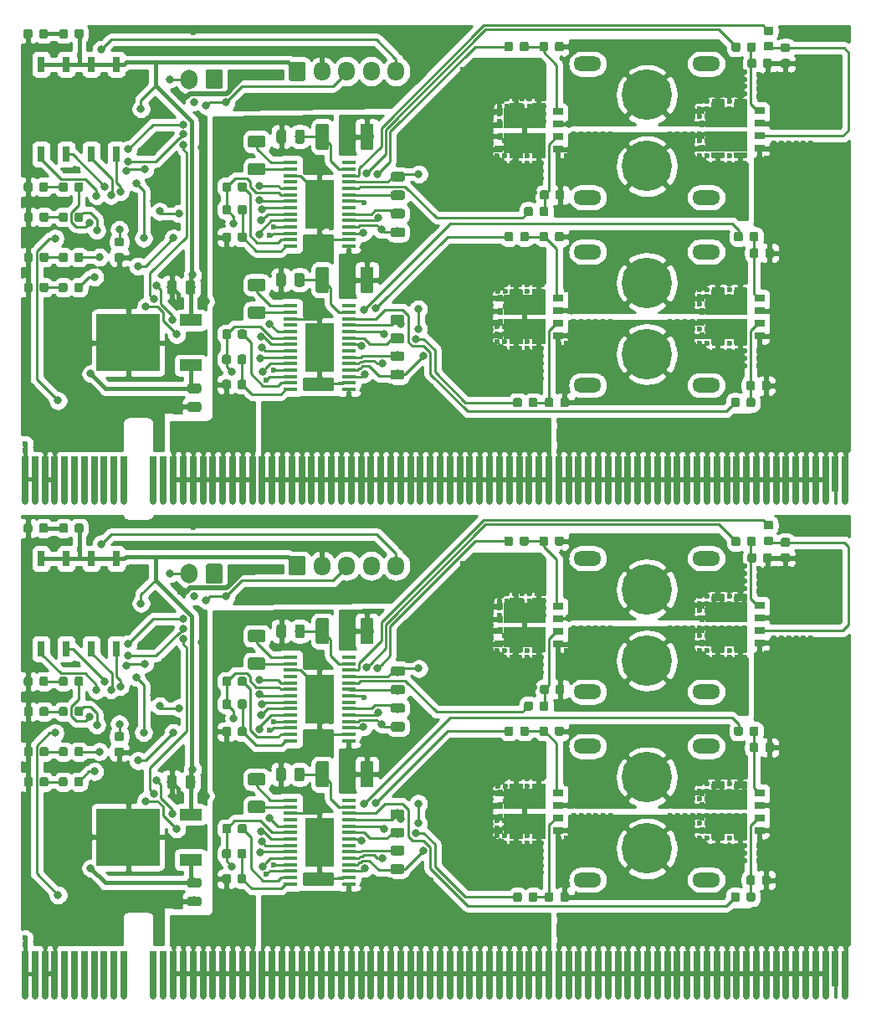
<source format=gtl>
G04 #@! TF.GenerationSoftware,KiCad,Pcbnew,(5.1.4)-1*
G04 #@! TF.CreationDate,2019-11-07T17:21:05+09:00*
G04 #@! TF.ProjectId,CAN_Dual_MDexpress,43414e5f-4475-4616-9c5f-4d4465787072,rev?*
G04 #@! TF.SameCoordinates,Original*
G04 #@! TF.FileFunction,Copper,L1,Top*
G04 #@! TF.FilePolarity,Positive*
%FSLAX46Y46*%
G04 Gerber Fmt 4.6, Leading zero omitted, Abs format (unit mm)*
G04 Created by KiCad (PCBNEW (5.1.4)-1) date 2019-11-07 17:21:05*
%MOMM*%
%LPD*%
G04 APERTURE LIST*
%ADD10C,0.100000*%
%ADD11C,0.875000*%
%ADD12R,0.800000X1.600000*%
%ADD13R,1.000000X0.750000*%
%ADD14R,0.560000X0.750000*%
%ADD15R,1.400000X0.495000*%
%ADD16R,4.280000X2.080000*%
%ADD17R,2.200000X1.200000*%
%ADD18R,6.400000X5.800000*%
%ADD19R,3.000000X5.000000*%
%ADD20R,1.475000X0.450000*%
%ADD21C,0.975000*%
%ADD22C,1.250000*%
%ADD23C,1.350000*%
%ADD24C,0.650000*%
%ADD25R,0.650000X4.600000*%
%ADD26R,0.650000X3.600000*%
%ADD27C,1.700000*%
%ADD28O,1.700000X2.000000*%
%ADD29C,5.100000*%
%ADD30O,2.800000X1.500000*%
%ADD31O,1.700000X1.950000*%
%ADD32C,0.800000*%
%ADD33C,0.600000*%
%ADD34C,0.250000*%
%ADD35C,0.400000*%
%ADD36C,0.500000*%
%ADD37C,0.254000*%
G04 APERTURE END LIST*
D10*
G36*
X121548191Y-54470053D02*
G01*
X121569426Y-54473203D01*
X121590250Y-54478419D01*
X121610462Y-54485651D01*
X121629868Y-54494830D01*
X121648281Y-54505866D01*
X121665524Y-54518654D01*
X121681430Y-54533070D01*
X121695846Y-54548976D01*
X121708634Y-54566219D01*
X121719670Y-54584632D01*
X121728849Y-54604038D01*
X121736081Y-54624250D01*
X121741297Y-54645074D01*
X121744447Y-54666309D01*
X121745500Y-54687750D01*
X121745500Y-55200250D01*
X121744447Y-55221691D01*
X121741297Y-55242926D01*
X121736081Y-55263750D01*
X121728849Y-55283962D01*
X121719670Y-55303368D01*
X121708634Y-55321781D01*
X121695846Y-55339024D01*
X121681430Y-55354930D01*
X121665524Y-55369346D01*
X121648281Y-55382134D01*
X121629868Y-55393170D01*
X121610462Y-55402349D01*
X121590250Y-55409581D01*
X121569426Y-55414797D01*
X121548191Y-55417947D01*
X121526750Y-55419000D01*
X121089250Y-55419000D01*
X121067809Y-55417947D01*
X121046574Y-55414797D01*
X121025750Y-55409581D01*
X121005538Y-55402349D01*
X120986132Y-55393170D01*
X120967719Y-55382134D01*
X120950476Y-55369346D01*
X120934570Y-55354930D01*
X120920154Y-55339024D01*
X120907366Y-55321781D01*
X120896330Y-55303368D01*
X120887151Y-55283962D01*
X120879919Y-55263750D01*
X120874703Y-55242926D01*
X120871553Y-55221691D01*
X120870500Y-55200250D01*
X120870500Y-54687750D01*
X120871553Y-54666309D01*
X120874703Y-54645074D01*
X120879919Y-54624250D01*
X120887151Y-54604038D01*
X120896330Y-54584632D01*
X120907366Y-54566219D01*
X120920154Y-54548976D01*
X120934570Y-54533070D01*
X120950476Y-54518654D01*
X120967719Y-54505866D01*
X120986132Y-54494830D01*
X121005538Y-54485651D01*
X121025750Y-54478419D01*
X121046574Y-54473203D01*
X121067809Y-54470053D01*
X121089250Y-54469000D01*
X121526750Y-54469000D01*
X121548191Y-54470053D01*
X121548191Y-54470053D01*
G37*
D11*
X121308000Y-54944000D03*
D10*
G36*
X123123191Y-54470053D02*
G01*
X123144426Y-54473203D01*
X123165250Y-54478419D01*
X123185462Y-54485651D01*
X123204868Y-54494830D01*
X123223281Y-54505866D01*
X123240524Y-54518654D01*
X123256430Y-54533070D01*
X123270846Y-54548976D01*
X123283634Y-54566219D01*
X123294670Y-54584632D01*
X123303849Y-54604038D01*
X123311081Y-54624250D01*
X123316297Y-54645074D01*
X123319447Y-54666309D01*
X123320500Y-54687750D01*
X123320500Y-55200250D01*
X123319447Y-55221691D01*
X123316297Y-55242926D01*
X123311081Y-55263750D01*
X123303849Y-55283962D01*
X123294670Y-55303368D01*
X123283634Y-55321781D01*
X123270846Y-55339024D01*
X123256430Y-55354930D01*
X123240524Y-55369346D01*
X123223281Y-55382134D01*
X123204868Y-55393170D01*
X123185462Y-55402349D01*
X123165250Y-55409581D01*
X123144426Y-55414797D01*
X123123191Y-55417947D01*
X123101750Y-55419000D01*
X122664250Y-55419000D01*
X122642809Y-55417947D01*
X122621574Y-55414797D01*
X122600750Y-55409581D01*
X122580538Y-55402349D01*
X122561132Y-55393170D01*
X122542719Y-55382134D01*
X122525476Y-55369346D01*
X122509570Y-55354930D01*
X122495154Y-55339024D01*
X122482366Y-55321781D01*
X122471330Y-55303368D01*
X122462151Y-55283962D01*
X122454919Y-55263750D01*
X122449703Y-55242926D01*
X122446553Y-55221691D01*
X122445500Y-55200250D01*
X122445500Y-54687750D01*
X122446553Y-54666309D01*
X122449703Y-54645074D01*
X122454919Y-54624250D01*
X122462151Y-54604038D01*
X122471330Y-54584632D01*
X122482366Y-54566219D01*
X122495154Y-54548976D01*
X122509570Y-54533070D01*
X122525476Y-54518654D01*
X122542719Y-54505866D01*
X122561132Y-54494830D01*
X122580538Y-54485651D01*
X122600750Y-54478419D01*
X122621574Y-54473203D01*
X122642809Y-54470053D01*
X122664250Y-54469000D01*
X123101750Y-54469000D01*
X123123191Y-54470053D01*
X123123191Y-54470053D01*
G37*
D11*
X122883000Y-54944000D03*
D10*
G36*
X121548191Y-61582053D02*
G01*
X121569426Y-61585203D01*
X121590250Y-61590419D01*
X121610462Y-61597651D01*
X121629868Y-61606830D01*
X121648281Y-61617866D01*
X121665524Y-61630654D01*
X121681430Y-61645070D01*
X121695846Y-61660976D01*
X121708634Y-61678219D01*
X121719670Y-61696632D01*
X121728849Y-61716038D01*
X121736081Y-61736250D01*
X121741297Y-61757074D01*
X121744447Y-61778309D01*
X121745500Y-61799750D01*
X121745500Y-62312250D01*
X121744447Y-62333691D01*
X121741297Y-62354926D01*
X121736081Y-62375750D01*
X121728849Y-62395962D01*
X121719670Y-62415368D01*
X121708634Y-62433781D01*
X121695846Y-62451024D01*
X121681430Y-62466930D01*
X121665524Y-62481346D01*
X121648281Y-62494134D01*
X121629868Y-62505170D01*
X121610462Y-62514349D01*
X121590250Y-62521581D01*
X121569426Y-62526797D01*
X121548191Y-62529947D01*
X121526750Y-62531000D01*
X121089250Y-62531000D01*
X121067809Y-62529947D01*
X121046574Y-62526797D01*
X121025750Y-62521581D01*
X121005538Y-62514349D01*
X120986132Y-62505170D01*
X120967719Y-62494134D01*
X120950476Y-62481346D01*
X120934570Y-62466930D01*
X120920154Y-62451024D01*
X120907366Y-62433781D01*
X120896330Y-62415368D01*
X120887151Y-62395962D01*
X120879919Y-62375750D01*
X120874703Y-62354926D01*
X120871553Y-62333691D01*
X120870500Y-62312250D01*
X120870500Y-61799750D01*
X120871553Y-61778309D01*
X120874703Y-61757074D01*
X120879919Y-61736250D01*
X120887151Y-61716038D01*
X120896330Y-61696632D01*
X120907366Y-61678219D01*
X120920154Y-61660976D01*
X120934570Y-61645070D01*
X120950476Y-61630654D01*
X120967719Y-61617866D01*
X120986132Y-61606830D01*
X121005538Y-61597651D01*
X121025750Y-61590419D01*
X121046574Y-61585203D01*
X121067809Y-61582053D01*
X121089250Y-61581000D01*
X121526750Y-61581000D01*
X121548191Y-61582053D01*
X121548191Y-61582053D01*
G37*
D11*
X121308000Y-62056000D03*
D10*
G36*
X123123191Y-61582053D02*
G01*
X123144426Y-61585203D01*
X123165250Y-61590419D01*
X123185462Y-61597651D01*
X123204868Y-61606830D01*
X123223281Y-61617866D01*
X123240524Y-61630654D01*
X123256430Y-61645070D01*
X123270846Y-61660976D01*
X123283634Y-61678219D01*
X123294670Y-61696632D01*
X123303849Y-61716038D01*
X123311081Y-61736250D01*
X123316297Y-61757074D01*
X123319447Y-61778309D01*
X123320500Y-61799750D01*
X123320500Y-62312250D01*
X123319447Y-62333691D01*
X123316297Y-62354926D01*
X123311081Y-62375750D01*
X123303849Y-62395962D01*
X123294670Y-62415368D01*
X123283634Y-62433781D01*
X123270846Y-62451024D01*
X123256430Y-62466930D01*
X123240524Y-62481346D01*
X123223281Y-62494134D01*
X123204868Y-62505170D01*
X123185462Y-62514349D01*
X123165250Y-62521581D01*
X123144426Y-62526797D01*
X123123191Y-62529947D01*
X123101750Y-62531000D01*
X122664250Y-62531000D01*
X122642809Y-62529947D01*
X122621574Y-62526797D01*
X122600750Y-62521581D01*
X122580538Y-62514349D01*
X122561132Y-62505170D01*
X122542719Y-62494134D01*
X122525476Y-62481346D01*
X122509570Y-62466930D01*
X122495154Y-62451024D01*
X122482366Y-62433781D01*
X122471330Y-62415368D01*
X122462151Y-62395962D01*
X122454919Y-62375750D01*
X122449703Y-62354926D01*
X122446553Y-62333691D01*
X122445500Y-62312250D01*
X122445500Y-61799750D01*
X122446553Y-61778309D01*
X122449703Y-61757074D01*
X122454919Y-61736250D01*
X122462151Y-61716038D01*
X122471330Y-61696632D01*
X122482366Y-61678219D01*
X122495154Y-61660976D01*
X122509570Y-61645070D01*
X122525476Y-61630654D01*
X122542719Y-61617866D01*
X122561132Y-61606830D01*
X122580538Y-61597651D01*
X122600750Y-61590419D01*
X122621574Y-61585203D01*
X122642809Y-61582053D01*
X122664250Y-61581000D01*
X123101750Y-61581000D01*
X123123191Y-61582053D01*
X123123191Y-61582053D01*
G37*
D11*
X122883000Y-62056000D03*
D10*
G36*
X125078691Y-54470053D02*
G01*
X125099926Y-54473203D01*
X125120750Y-54478419D01*
X125140962Y-54485651D01*
X125160368Y-54494830D01*
X125178781Y-54505866D01*
X125196024Y-54518654D01*
X125211930Y-54533070D01*
X125226346Y-54548976D01*
X125239134Y-54566219D01*
X125250170Y-54584632D01*
X125259349Y-54604038D01*
X125266581Y-54624250D01*
X125271797Y-54645074D01*
X125274947Y-54666309D01*
X125276000Y-54687750D01*
X125276000Y-55200250D01*
X125274947Y-55221691D01*
X125271797Y-55242926D01*
X125266581Y-55263750D01*
X125259349Y-55283962D01*
X125250170Y-55303368D01*
X125239134Y-55321781D01*
X125226346Y-55339024D01*
X125211930Y-55354930D01*
X125196024Y-55369346D01*
X125178781Y-55382134D01*
X125160368Y-55393170D01*
X125140962Y-55402349D01*
X125120750Y-55409581D01*
X125099926Y-55414797D01*
X125078691Y-55417947D01*
X125057250Y-55419000D01*
X124619750Y-55419000D01*
X124598309Y-55417947D01*
X124577074Y-55414797D01*
X124556250Y-55409581D01*
X124536038Y-55402349D01*
X124516632Y-55393170D01*
X124498219Y-55382134D01*
X124480976Y-55369346D01*
X124465070Y-55354930D01*
X124450654Y-55339024D01*
X124437866Y-55321781D01*
X124426830Y-55303368D01*
X124417651Y-55283962D01*
X124410419Y-55263750D01*
X124405203Y-55242926D01*
X124402053Y-55221691D01*
X124401000Y-55200250D01*
X124401000Y-54687750D01*
X124402053Y-54666309D01*
X124405203Y-54645074D01*
X124410419Y-54624250D01*
X124417651Y-54604038D01*
X124426830Y-54584632D01*
X124437866Y-54566219D01*
X124450654Y-54548976D01*
X124465070Y-54533070D01*
X124480976Y-54518654D01*
X124498219Y-54505866D01*
X124516632Y-54494830D01*
X124536038Y-54485651D01*
X124556250Y-54478419D01*
X124577074Y-54473203D01*
X124598309Y-54470053D01*
X124619750Y-54469000D01*
X125057250Y-54469000D01*
X125078691Y-54470053D01*
X125078691Y-54470053D01*
G37*
D11*
X124838500Y-54944000D03*
D10*
G36*
X126653691Y-54470053D02*
G01*
X126674926Y-54473203D01*
X126695750Y-54478419D01*
X126715962Y-54485651D01*
X126735368Y-54494830D01*
X126753781Y-54505866D01*
X126771024Y-54518654D01*
X126786930Y-54533070D01*
X126801346Y-54548976D01*
X126814134Y-54566219D01*
X126825170Y-54584632D01*
X126834349Y-54604038D01*
X126841581Y-54624250D01*
X126846797Y-54645074D01*
X126849947Y-54666309D01*
X126851000Y-54687750D01*
X126851000Y-55200250D01*
X126849947Y-55221691D01*
X126846797Y-55242926D01*
X126841581Y-55263750D01*
X126834349Y-55283962D01*
X126825170Y-55303368D01*
X126814134Y-55321781D01*
X126801346Y-55339024D01*
X126786930Y-55354930D01*
X126771024Y-55369346D01*
X126753781Y-55382134D01*
X126735368Y-55393170D01*
X126715962Y-55402349D01*
X126695750Y-55409581D01*
X126674926Y-55414797D01*
X126653691Y-55417947D01*
X126632250Y-55419000D01*
X126194750Y-55419000D01*
X126173309Y-55417947D01*
X126152074Y-55414797D01*
X126131250Y-55409581D01*
X126111038Y-55402349D01*
X126091632Y-55393170D01*
X126073219Y-55382134D01*
X126055976Y-55369346D01*
X126040070Y-55354930D01*
X126025654Y-55339024D01*
X126012866Y-55321781D01*
X126001830Y-55303368D01*
X125992651Y-55283962D01*
X125985419Y-55263750D01*
X125980203Y-55242926D01*
X125977053Y-55221691D01*
X125976000Y-55200250D01*
X125976000Y-54687750D01*
X125977053Y-54666309D01*
X125980203Y-54645074D01*
X125985419Y-54624250D01*
X125992651Y-54604038D01*
X126001830Y-54584632D01*
X126012866Y-54566219D01*
X126025654Y-54548976D01*
X126040070Y-54533070D01*
X126055976Y-54518654D01*
X126073219Y-54505866D01*
X126091632Y-54494830D01*
X126111038Y-54485651D01*
X126131250Y-54478419D01*
X126152074Y-54473203D01*
X126173309Y-54470053D01*
X126194750Y-54469000D01*
X126632250Y-54469000D01*
X126653691Y-54470053D01*
X126653691Y-54470053D01*
G37*
D11*
X126413500Y-54944000D03*
D12*
X122578000Y-48594000D03*
X125118000Y-48594000D03*
X127658000Y-48594000D03*
X130198000Y-48594000D03*
X130198000Y-39494000D03*
X127658000Y-39494000D03*
X125118000Y-39494000D03*
X122578000Y-39494000D03*
D10*
G36*
X125053191Y-61582053D02*
G01*
X125074426Y-61585203D01*
X125095250Y-61590419D01*
X125115462Y-61597651D01*
X125134868Y-61606830D01*
X125153281Y-61617866D01*
X125170524Y-61630654D01*
X125186430Y-61645070D01*
X125200846Y-61660976D01*
X125213634Y-61678219D01*
X125224670Y-61696632D01*
X125233849Y-61716038D01*
X125241081Y-61736250D01*
X125246297Y-61757074D01*
X125249447Y-61778309D01*
X125250500Y-61799750D01*
X125250500Y-62312250D01*
X125249447Y-62333691D01*
X125246297Y-62354926D01*
X125241081Y-62375750D01*
X125233849Y-62395962D01*
X125224670Y-62415368D01*
X125213634Y-62433781D01*
X125200846Y-62451024D01*
X125186430Y-62466930D01*
X125170524Y-62481346D01*
X125153281Y-62494134D01*
X125134868Y-62505170D01*
X125115462Y-62514349D01*
X125095250Y-62521581D01*
X125074426Y-62526797D01*
X125053191Y-62529947D01*
X125031750Y-62531000D01*
X124594250Y-62531000D01*
X124572809Y-62529947D01*
X124551574Y-62526797D01*
X124530750Y-62521581D01*
X124510538Y-62514349D01*
X124491132Y-62505170D01*
X124472719Y-62494134D01*
X124455476Y-62481346D01*
X124439570Y-62466930D01*
X124425154Y-62451024D01*
X124412366Y-62433781D01*
X124401330Y-62415368D01*
X124392151Y-62395962D01*
X124384919Y-62375750D01*
X124379703Y-62354926D01*
X124376553Y-62333691D01*
X124375500Y-62312250D01*
X124375500Y-61799750D01*
X124376553Y-61778309D01*
X124379703Y-61757074D01*
X124384919Y-61736250D01*
X124392151Y-61716038D01*
X124401330Y-61696632D01*
X124412366Y-61678219D01*
X124425154Y-61660976D01*
X124439570Y-61645070D01*
X124455476Y-61630654D01*
X124472719Y-61617866D01*
X124491132Y-61606830D01*
X124510538Y-61597651D01*
X124530750Y-61590419D01*
X124551574Y-61585203D01*
X124572809Y-61582053D01*
X124594250Y-61581000D01*
X125031750Y-61581000D01*
X125053191Y-61582053D01*
X125053191Y-61582053D01*
G37*
D11*
X124813000Y-62056000D03*
D10*
G36*
X126628191Y-61582053D02*
G01*
X126649426Y-61585203D01*
X126670250Y-61590419D01*
X126690462Y-61597651D01*
X126709868Y-61606830D01*
X126728281Y-61617866D01*
X126745524Y-61630654D01*
X126761430Y-61645070D01*
X126775846Y-61660976D01*
X126788634Y-61678219D01*
X126799670Y-61696632D01*
X126808849Y-61716038D01*
X126816081Y-61736250D01*
X126821297Y-61757074D01*
X126824447Y-61778309D01*
X126825500Y-61799750D01*
X126825500Y-62312250D01*
X126824447Y-62333691D01*
X126821297Y-62354926D01*
X126816081Y-62375750D01*
X126808849Y-62395962D01*
X126799670Y-62415368D01*
X126788634Y-62433781D01*
X126775846Y-62451024D01*
X126761430Y-62466930D01*
X126745524Y-62481346D01*
X126728281Y-62494134D01*
X126709868Y-62505170D01*
X126690462Y-62514349D01*
X126670250Y-62521581D01*
X126649426Y-62526797D01*
X126628191Y-62529947D01*
X126606750Y-62531000D01*
X126169250Y-62531000D01*
X126147809Y-62529947D01*
X126126574Y-62526797D01*
X126105750Y-62521581D01*
X126085538Y-62514349D01*
X126066132Y-62505170D01*
X126047719Y-62494134D01*
X126030476Y-62481346D01*
X126014570Y-62466930D01*
X126000154Y-62451024D01*
X125987366Y-62433781D01*
X125976330Y-62415368D01*
X125967151Y-62395962D01*
X125959919Y-62375750D01*
X125954703Y-62354926D01*
X125951553Y-62333691D01*
X125950500Y-62312250D01*
X125950500Y-61799750D01*
X125951553Y-61778309D01*
X125954703Y-61757074D01*
X125959919Y-61736250D01*
X125967151Y-61716038D01*
X125976330Y-61696632D01*
X125987366Y-61678219D01*
X126000154Y-61660976D01*
X126014570Y-61645070D01*
X126030476Y-61630654D01*
X126047719Y-61617866D01*
X126066132Y-61606830D01*
X126085538Y-61597651D01*
X126105750Y-61590419D01*
X126126574Y-61585203D01*
X126147809Y-61582053D01*
X126169250Y-61581000D01*
X126606750Y-61581000D01*
X126628191Y-61582053D01*
X126628191Y-61582053D01*
G37*
D11*
X126388000Y-62056000D03*
D10*
G36*
X125078691Y-51422053D02*
G01*
X125099926Y-51425203D01*
X125120750Y-51430419D01*
X125140962Y-51437651D01*
X125160368Y-51446830D01*
X125178781Y-51457866D01*
X125196024Y-51470654D01*
X125211930Y-51485070D01*
X125226346Y-51500976D01*
X125239134Y-51518219D01*
X125250170Y-51536632D01*
X125259349Y-51556038D01*
X125266581Y-51576250D01*
X125271797Y-51597074D01*
X125274947Y-51618309D01*
X125276000Y-51639750D01*
X125276000Y-52152250D01*
X125274947Y-52173691D01*
X125271797Y-52194926D01*
X125266581Y-52215750D01*
X125259349Y-52235962D01*
X125250170Y-52255368D01*
X125239134Y-52273781D01*
X125226346Y-52291024D01*
X125211930Y-52306930D01*
X125196024Y-52321346D01*
X125178781Y-52334134D01*
X125160368Y-52345170D01*
X125140962Y-52354349D01*
X125120750Y-52361581D01*
X125099926Y-52366797D01*
X125078691Y-52369947D01*
X125057250Y-52371000D01*
X124619750Y-52371000D01*
X124598309Y-52369947D01*
X124577074Y-52366797D01*
X124556250Y-52361581D01*
X124536038Y-52354349D01*
X124516632Y-52345170D01*
X124498219Y-52334134D01*
X124480976Y-52321346D01*
X124465070Y-52306930D01*
X124450654Y-52291024D01*
X124437866Y-52273781D01*
X124426830Y-52255368D01*
X124417651Y-52235962D01*
X124410419Y-52215750D01*
X124405203Y-52194926D01*
X124402053Y-52173691D01*
X124401000Y-52152250D01*
X124401000Y-51639750D01*
X124402053Y-51618309D01*
X124405203Y-51597074D01*
X124410419Y-51576250D01*
X124417651Y-51556038D01*
X124426830Y-51536632D01*
X124437866Y-51518219D01*
X124450654Y-51500976D01*
X124465070Y-51485070D01*
X124480976Y-51470654D01*
X124498219Y-51457866D01*
X124516632Y-51446830D01*
X124536038Y-51437651D01*
X124556250Y-51430419D01*
X124577074Y-51425203D01*
X124598309Y-51422053D01*
X124619750Y-51421000D01*
X125057250Y-51421000D01*
X125078691Y-51422053D01*
X125078691Y-51422053D01*
G37*
D11*
X124838500Y-51896000D03*
D10*
G36*
X126653691Y-51422053D02*
G01*
X126674926Y-51425203D01*
X126695750Y-51430419D01*
X126715962Y-51437651D01*
X126735368Y-51446830D01*
X126753781Y-51457866D01*
X126771024Y-51470654D01*
X126786930Y-51485070D01*
X126801346Y-51500976D01*
X126814134Y-51518219D01*
X126825170Y-51536632D01*
X126834349Y-51556038D01*
X126841581Y-51576250D01*
X126846797Y-51597074D01*
X126849947Y-51618309D01*
X126851000Y-51639750D01*
X126851000Y-52152250D01*
X126849947Y-52173691D01*
X126846797Y-52194926D01*
X126841581Y-52215750D01*
X126834349Y-52235962D01*
X126825170Y-52255368D01*
X126814134Y-52273781D01*
X126801346Y-52291024D01*
X126786930Y-52306930D01*
X126771024Y-52321346D01*
X126753781Y-52334134D01*
X126735368Y-52345170D01*
X126715962Y-52354349D01*
X126695750Y-52361581D01*
X126674926Y-52366797D01*
X126653691Y-52369947D01*
X126632250Y-52371000D01*
X126194750Y-52371000D01*
X126173309Y-52369947D01*
X126152074Y-52366797D01*
X126131250Y-52361581D01*
X126111038Y-52354349D01*
X126091632Y-52345170D01*
X126073219Y-52334134D01*
X126055976Y-52321346D01*
X126040070Y-52306930D01*
X126025654Y-52291024D01*
X126012866Y-52273781D01*
X126001830Y-52255368D01*
X125992651Y-52235962D01*
X125985419Y-52215750D01*
X125980203Y-52194926D01*
X125977053Y-52173691D01*
X125976000Y-52152250D01*
X125976000Y-51639750D01*
X125977053Y-51618309D01*
X125980203Y-51597074D01*
X125985419Y-51576250D01*
X125992651Y-51556038D01*
X126001830Y-51536632D01*
X126012866Y-51518219D01*
X126025654Y-51500976D01*
X126040070Y-51485070D01*
X126055976Y-51470654D01*
X126073219Y-51457866D01*
X126091632Y-51446830D01*
X126111038Y-51437651D01*
X126131250Y-51430419D01*
X126152074Y-51425203D01*
X126173309Y-51422053D01*
X126194750Y-51421000D01*
X126632250Y-51421000D01*
X126653691Y-51422053D01*
X126653691Y-51422053D01*
G37*
D11*
X126413500Y-51896000D03*
D10*
G36*
X141588691Y-71391053D02*
G01*
X141609926Y-71394203D01*
X141630750Y-71399419D01*
X141650962Y-71406651D01*
X141670368Y-71415830D01*
X141688781Y-71426866D01*
X141706024Y-71439654D01*
X141721930Y-71454070D01*
X141736346Y-71469976D01*
X141749134Y-71487219D01*
X141760170Y-71505632D01*
X141769349Y-71525038D01*
X141776581Y-71545250D01*
X141781797Y-71566074D01*
X141784947Y-71587309D01*
X141786000Y-71608750D01*
X141786000Y-72121250D01*
X141784947Y-72142691D01*
X141781797Y-72163926D01*
X141776581Y-72184750D01*
X141769349Y-72204962D01*
X141760170Y-72224368D01*
X141749134Y-72242781D01*
X141736346Y-72260024D01*
X141721930Y-72275930D01*
X141706024Y-72290346D01*
X141688781Y-72303134D01*
X141670368Y-72314170D01*
X141650962Y-72323349D01*
X141630750Y-72330581D01*
X141609926Y-72335797D01*
X141588691Y-72338947D01*
X141567250Y-72340000D01*
X141129750Y-72340000D01*
X141108309Y-72338947D01*
X141087074Y-72335797D01*
X141066250Y-72330581D01*
X141046038Y-72323349D01*
X141026632Y-72314170D01*
X141008219Y-72303134D01*
X140990976Y-72290346D01*
X140975070Y-72275930D01*
X140960654Y-72260024D01*
X140947866Y-72242781D01*
X140936830Y-72224368D01*
X140927651Y-72204962D01*
X140920419Y-72184750D01*
X140915203Y-72163926D01*
X140912053Y-72142691D01*
X140911000Y-72121250D01*
X140911000Y-71608750D01*
X140912053Y-71587309D01*
X140915203Y-71566074D01*
X140920419Y-71545250D01*
X140927651Y-71525038D01*
X140936830Y-71505632D01*
X140947866Y-71487219D01*
X140960654Y-71469976D01*
X140975070Y-71454070D01*
X140990976Y-71439654D01*
X141008219Y-71426866D01*
X141026632Y-71415830D01*
X141046038Y-71406651D01*
X141066250Y-71399419D01*
X141087074Y-71394203D01*
X141108309Y-71391053D01*
X141129750Y-71390000D01*
X141567250Y-71390000D01*
X141588691Y-71391053D01*
X141588691Y-71391053D01*
G37*
D11*
X141348500Y-71865000D03*
D10*
G36*
X143163691Y-71391053D02*
G01*
X143184926Y-71394203D01*
X143205750Y-71399419D01*
X143225962Y-71406651D01*
X143245368Y-71415830D01*
X143263781Y-71426866D01*
X143281024Y-71439654D01*
X143296930Y-71454070D01*
X143311346Y-71469976D01*
X143324134Y-71487219D01*
X143335170Y-71505632D01*
X143344349Y-71525038D01*
X143351581Y-71545250D01*
X143356797Y-71566074D01*
X143359947Y-71587309D01*
X143361000Y-71608750D01*
X143361000Y-72121250D01*
X143359947Y-72142691D01*
X143356797Y-72163926D01*
X143351581Y-72184750D01*
X143344349Y-72204962D01*
X143335170Y-72224368D01*
X143324134Y-72242781D01*
X143311346Y-72260024D01*
X143296930Y-72275930D01*
X143281024Y-72290346D01*
X143263781Y-72303134D01*
X143245368Y-72314170D01*
X143225962Y-72323349D01*
X143205750Y-72330581D01*
X143184926Y-72335797D01*
X143163691Y-72338947D01*
X143142250Y-72340000D01*
X142704750Y-72340000D01*
X142683309Y-72338947D01*
X142662074Y-72335797D01*
X142641250Y-72330581D01*
X142621038Y-72323349D01*
X142601632Y-72314170D01*
X142583219Y-72303134D01*
X142565976Y-72290346D01*
X142550070Y-72275930D01*
X142535654Y-72260024D01*
X142522866Y-72242781D01*
X142511830Y-72224368D01*
X142502651Y-72204962D01*
X142495419Y-72184750D01*
X142490203Y-72163926D01*
X142487053Y-72142691D01*
X142486000Y-72121250D01*
X142486000Y-71608750D01*
X142487053Y-71587309D01*
X142490203Y-71566074D01*
X142495419Y-71545250D01*
X142502651Y-71525038D01*
X142511830Y-71505632D01*
X142522866Y-71487219D01*
X142535654Y-71469976D01*
X142550070Y-71454070D01*
X142565976Y-71439654D01*
X142583219Y-71426866D01*
X142601632Y-71415830D01*
X142621038Y-71406651D01*
X142641250Y-71399419D01*
X142662074Y-71394203D01*
X142683309Y-71391053D01*
X142704750Y-71390000D01*
X143142250Y-71390000D01*
X143163691Y-71391053D01*
X143163691Y-71391053D01*
G37*
D11*
X142923500Y-71865000D03*
D10*
G36*
X141614191Y-56502053D02*
G01*
X141635426Y-56505203D01*
X141656250Y-56510419D01*
X141676462Y-56517651D01*
X141695868Y-56526830D01*
X141714281Y-56537866D01*
X141731524Y-56550654D01*
X141747430Y-56565070D01*
X141761846Y-56580976D01*
X141774634Y-56598219D01*
X141785670Y-56616632D01*
X141794849Y-56636038D01*
X141802081Y-56656250D01*
X141807297Y-56677074D01*
X141810447Y-56698309D01*
X141811500Y-56719750D01*
X141811500Y-57232250D01*
X141810447Y-57253691D01*
X141807297Y-57274926D01*
X141802081Y-57295750D01*
X141794849Y-57315962D01*
X141785670Y-57335368D01*
X141774634Y-57353781D01*
X141761846Y-57371024D01*
X141747430Y-57386930D01*
X141731524Y-57401346D01*
X141714281Y-57414134D01*
X141695868Y-57425170D01*
X141676462Y-57434349D01*
X141656250Y-57441581D01*
X141635426Y-57446797D01*
X141614191Y-57449947D01*
X141592750Y-57451000D01*
X141155250Y-57451000D01*
X141133809Y-57449947D01*
X141112574Y-57446797D01*
X141091750Y-57441581D01*
X141071538Y-57434349D01*
X141052132Y-57425170D01*
X141033719Y-57414134D01*
X141016476Y-57401346D01*
X141000570Y-57386930D01*
X140986154Y-57371024D01*
X140973366Y-57353781D01*
X140962330Y-57335368D01*
X140953151Y-57315962D01*
X140945919Y-57295750D01*
X140940703Y-57274926D01*
X140937553Y-57253691D01*
X140936500Y-57232250D01*
X140936500Y-56719750D01*
X140937553Y-56698309D01*
X140940703Y-56677074D01*
X140945919Y-56656250D01*
X140953151Y-56636038D01*
X140962330Y-56616632D01*
X140973366Y-56598219D01*
X140986154Y-56580976D01*
X141000570Y-56565070D01*
X141016476Y-56550654D01*
X141033719Y-56537866D01*
X141052132Y-56526830D01*
X141071538Y-56517651D01*
X141091750Y-56510419D01*
X141112574Y-56505203D01*
X141133809Y-56502053D01*
X141155250Y-56501000D01*
X141592750Y-56501000D01*
X141614191Y-56502053D01*
X141614191Y-56502053D01*
G37*
D11*
X141374000Y-56976000D03*
D10*
G36*
X143189191Y-56502053D02*
G01*
X143210426Y-56505203D01*
X143231250Y-56510419D01*
X143251462Y-56517651D01*
X143270868Y-56526830D01*
X143289281Y-56537866D01*
X143306524Y-56550654D01*
X143322430Y-56565070D01*
X143336846Y-56580976D01*
X143349634Y-56598219D01*
X143360670Y-56616632D01*
X143369849Y-56636038D01*
X143377081Y-56656250D01*
X143382297Y-56677074D01*
X143385447Y-56698309D01*
X143386500Y-56719750D01*
X143386500Y-57232250D01*
X143385447Y-57253691D01*
X143382297Y-57274926D01*
X143377081Y-57295750D01*
X143369849Y-57315962D01*
X143360670Y-57335368D01*
X143349634Y-57353781D01*
X143336846Y-57371024D01*
X143322430Y-57386930D01*
X143306524Y-57401346D01*
X143289281Y-57414134D01*
X143270868Y-57425170D01*
X143251462Y-57434349D01*
X143231250Y-57441581D01*
X143210426Y-57446797D01*
X143189191Y-57449947D01*
X143167750Y-57451000D01*
X142730250Y-57451000D01*
X142708809Y-57449947D01*
X142687574Y-57446797D01*
X142666750Y-57441581D01*
X142646538Y-57434349D01*
X142627132Y-57425170D01*
X142608719Y-57414134D01*
X142591476Y-57401346D01*
X142575570Y-57386930D01*
X142561154Y-57371024D01*
X142548366Y-57353781D01*
X142537330Y-57335368D01*
X142528151Y-57315962D01*
X142520919Y-57295750D01*
X142515703Y-57274926D01*
X142512553Y-57253691D01*
X142511500Y-57232250D01*
X142511500Y-56719750D01*
X142512553Y-56698309D01*
X142515703Y-56677074D01*
X142520919Y-56656250D01*
X142528151Y-56636038D01*
X142537330Y-56616632D01*
X142548366Y-56598219D01*
X142561154Y-56580976D01*
X142575570Y-56565070D01*
X142591476Y-56550654D01*
X142608719Y-56537866D01*
X142627132Y-56526830D01*
X142646538Y-56517651D01*
X142666750Y-56510419D01*
X142687574Y-56505203D01*
X142708809Y-56502053D01*
X142730250Y-56501000D01*
X143167750Y-56501000D01*
X143189191Y-56502053D01*
X143189191Y-56502053D01*
G37*
D11*
X142949000Y-56976000D03*
D10*
G36*
X141614191Y-53726053D02*
G01*
X141635426Y-53729203D01*
X141656250Y-53734419D01*
X141676462Y-53741651D01*
X141695868Y-53750830D01*
X141714281Y-53761866D01*
X141731524Y-53774654D01*
X141747430Y-53789070D01*
X141761846Y-53804976D01*
X141774634Y-53822219D01*
X141785670Y-53840632D01*
X141794849Y-53860038D01*
X141802081Y-53880250D01*
X141807297Y-53901074D01*
X141810447Y-53922309D01*
X141811500Y-53943750D01*
X141811500Y-54456250D01*
X141810447Y-54477691D01*
X141807297Y-54498926D01*
X141802081Y-54519750D01*
X141794849Y-54539962D01*
X141785670Y-54559368D01*
X141774634Y-54577781D01*
X141761846Y-54595024D01*
X141747430Y-54610930D01*
X141731524Y-54625346D01*
X141714281Y-54638134D01*
X141695868Y-54649170D01*
X141676462Y-54658349D01*
X141656250Y-54665581D01*
X141635426Y-54670797D01*
X141614191Y-54673947D01*
X141592750Y-54675000D01*
X141155250Y-54675000D01*
X141133809Y-54673947D01*
X141112574Y-54670797D01*
X141091750Y-54665581D01*
X141071538Y-54658349D01*
X141052132Y-54649170D01*
X141033719Y-54638134D01*
X141016476Y-54625346D01*
X141000570Y-54610930D01*
X140986154Y-54595024D01*
X140973366Y-54577781D01*
X140962330Y-54559368D01*
X140953151Y-54539962D01*
X140945919Y-54519750D01*
X140940703Y-54498926D01*
X140937553Y-54477691D01*
X140936500Y-54456250D01*
X140936500Y-53943750D01*
X140937553Y-53922309D01*
X140940703Y-53901074D01*
X140945919Y-53880250D01*
X140953151Y-53860038D01*
X140962330Y-53840632D01*
X140973366Y-53822219D01*
X140986154Y-53804976D01*
X141000570Y-53789070D01*
X141016476Y-53774654D01*
X141033719Y-53761866D01*
X141052132Y-53750830D01*
X141071538Y-53741651D01*
X141091750Y-53734419D01*
X141112574Y-53729203D01*
X141133809Y-53726053D01*
X141155250Y-53725000D01*
X141592750Y-53725000D01*
X141614191Y-53726053D01*
X141614191Y-53726053D01*
G37*
D11*
X141374000Y-54200000D03*
D10*
G36*
X143189191Y-53726053D02*
G01*
X143210426Y-53729203D01*
X143231250Y-53734419D01*
X143251462Y-53741651D01*
X143270868Y-53750830D01*
X143289281Y-53761866D01*
X143306524Y-53774654D01*
X143322430Y-53789070D01*
X143336846Y-53804976D01*
X143349634Y-53822219D01*
X143360670Y-53840632D01*
X143369849Y-53860038D01*
X143377081Y-53880250D01*
X143382297Y-53901074D01*
X143385447Y-53922309D01*
X143386500Y-53943750D01*
X143386500Y-54456250D01*
X143385447Y-54477691D01*
X143382297Y-54498926D01*
X143377081Y-54519750D01*
X143369849Y-54539962D01*
X143360670Y-54559368D01*
X143349634Y-54577781D01*
X143336846Y-54595024D01*
X143322430Y-54610930D01*
X143306524Y-54625346D01*
X143289281Y-54638134D01*
X143270868Y-54649170D01*
X143251462Y-54658349D01*
X143231250Y-54665581D01*
X143210426Y-54670797D01*
X143189191Y-54673947D01*
X143167750Y-54675000D01*
X142730250Y-54675000D01*
X142708809Y-54673947D01*
X142687574Y-54670797D01*
X142666750Y-54665581D01*
X142646538Y-54658349D01*
X142627132Y-54649170D01*
X142608719Y-54638134D01*
X142591476Y-54625346D01*
X142575570Y-54610930D01*
X142561154Y-54595024D01*
X142548366Y-54577781D01*
X142537330Y-54559368D01*
X142528151Y-54539962D01*
X142520919Y-54519750D01*
X142515703Y-54498926D01*
X142512553Y-54477691D01*
X142511500Y-54456250D01*
X142511500Y-53943750D01*
X142512553Y-53922309D01*
X142515703Y-53901074D01*
X142520919Y-53880250D01*
X142528151Y-53860038D01*
X142537330Y-53840632D01*
X142548366Y-53822219D01*
X142561154Y-53804976D01*
X142575570Y-53789070D01*
X142591476Y-53774654D01*
X142608719Y-53761866D01*
X142627132Y-53750830D01*
X142646538Y-53741651D01*
X142666750Y-53734419D01*
X142687574Y-53729203D01*
X142708809Y-53726053D01*
X142730250Y-53725000D01*
X143167750Y-53725000D01*
X143189191Y-53726053D01*
X143189191Y-53726053D01*
G37*
D11*
X142949000Y-54200000D03*
D13*
X174889000Y-66945000D03*
X174889000Y-65675000D03*
X174889000Y-64405000D03*
X174889000Y-63135000D03*
D14*
X169080000Y-63135000D03*
X169080000Y-64465000D03*
X169080000Y-65615000D03*
X169080000Y-66945000D03*
D15*
X170640000Y-67567000D03*
X172940000Y-67567000D03*
X172940000Y-62513000D03*
X170640000Y-62513000D03*
D16*
X171500000Y-63800000D03*
X171500000Y-66280000D03*
D10*
G36*
X196543191Y-58099053D02*
G01*
X196564426Y-58102203D01*
X196585250Y-58107419D01*
X196605462Y-58114651D01*
X196624868Y-58123830D01*
X196643281Y-58134866D01*
X196660524Y-58147654D01*
X196676430Y-58162070D01*
X196690846Y-58177976D01*
X196703634Y-58195219D01*
X196714670Y-58213632D01*
X196723849Y-58233038D01*
X196731081Y-58253250D01*
X196736297Y-58274074D01*
X196739447Y-58295309D01*
X196740500Y-58316750D01*
X196740500Y-58829250D01*
X196739447Y-58850691D01*
X196736297Y-58871926D01*
X196731081Y-58892750D01*
X196723849Y-58912962D01*
X196714670Y-58932368D01*
X196703634Y-58950781D01*
X196690846Y-58968024D01*
X196676430Y-58983930D01*
X196660524Y-58998346D01*
X196643281Y-59011134D01*
X196624868Y-59022170D01*
X196605462Y-59031349D01*
X196585250Y-59038581D01*
X196564426Y-59043797D01*
X196543191Y-59046947D01*
X196521750Y-59048000D01*
X196084250Y-59048000D01*
X196062809Y-59046947D01*
X196041574Y-59043797D01*
X196020750Y-59038581D01*
X196000538Y-59031349D01*
X195981132Y-59022170D01*
X195962719Y-59011134D01*
X195945476Y-58998346D01*
X195929570Y-58983930D01*
X195915154Y-58968024D01*
X195902366Y-58950781D01*
X195891330Y-58932368D01*
X195882151Y-58912962D01*
X195874919Y-58892750D01*
X195869703Y-58871926D01*
X195866553Y-58850691D01*
X195865500Y-58829250D01*
X195865500Y-58316750D01*
X195866553Y-58295309D01*
X195869703Y-58274074D01*
X195874919Y-58253250D01*
X195882151Y-58233038D01*
X195891330Y-58213632D01*
X195902366Y-58195219D01*
X195915154Y-58177976D01*
X195929570Y-58162070D01*
X195945476Y-58147654D01*
X195962719Y-58134866D01*
X195981132Y-58123830D01*
X196000538Y-58114651D01*
X196020750Y-58107419D01*
X196041574Y-58102203D01*
X196062809Y-58099053D01*
X196084250Y-58098000D01*
X196521750Y-58098000D01*
X196543191Y-58099053D01*
X196543191Y-58099053D01*
G37*
D11*
X196303000Y-58573000D03*
D10*
G36*
X194968191Y-58099053D02*
G01*
X194989426Y-58102203D01*
X195010250Y-58107419D01*
X195030462Y-58114651D01*
X195049868Y-58123830D01*
X195068281Y-58134866D01*
X195085524Y-58147654D01*
X195101430Y-58162070D01*
X195115846Y-58177976D01*
X195128634Y-58195219D01*
X195139670Y-58213632D01*
X195148849Y-58233038D01*
X195156081Y-58253250D01*
X195161297Y-58274074D01*
X195164447Y-58295309D01*
X195165500Y-58316750D01*
X195165500Y-58829250D01*
X195164447Y-58850691D01*
X195161297Y-58871926D01*
X195156081Y-58892750D01*
X195148849Y-58912962D01*
X195139670Y-58932368D01*
X195128634Y-58950781D01*
X195115846Y-58968024D01*
X195101430Y-58983930D01*
X195085524Y-58998346D01*
X195068281Y-59011134D01*
X195049868Y-59022170D01*
X195030462Y-59031349D01*
X195010250Y-59038581D01*
X194989426Y-59043797D01*
X194968191Y-59046947D01*
X194946750Y-59048000D01*
X194509250Y-59048000D01*
X194487809Y-59046947D01*
X194466574Y-59043797D01*
X194445750Y-59038581D01*
X194425538Y-59031349D01*
X194406132Y-59022170D01*
X194387719Y-59011134D01*
X194370476Y-58998346D01*
X194354570Y-58983930D01*
X194340154Y-58968024D01*
X194327366Y-58950781D01*
X194316330Y-58932368D01*
X194307151Y-58912962D01*
X194299919Y-58892750D01*
X194294703Y-58871926D01*
X194291553Y-58850691D01*
X194290500Y-58829250D01*
X194290500Y-58316750D01*
X194291553Y-58295309D01*
X194294703Y-58274074D01*
X194299919Y-58253250D01*
X194307151Y-58233038D01*
X194316330Y-58213632D01*
X194327366Y-58195219D01*
X194340154Y-58177976D01*
X194354570Y-58162070D01*
X194370476Y-58147654D01*
X194387719Y-58134866D01*
X194406132Y-58123830D01*
X194425538Y-58114651D01*
X194445750Y-58107419D01*
X194466574Y-58102203D01*
X194487809Y-58099053D01*
X194509250Y-58098000D01*
X194946750Y-58098000D01*
X194968191Y-58099053D01*
X194968191Y-58099053D01*
G37*
D11*
X194728000Y-58573000D03*
D10*
G36*
X194628391Y-71510253D02*
G01*
X194649626Y-71513403D01*
X194670450Y-71518619D01*
X194690662Y-71525851D01*
X194710068Y-71535030D01*
X194728481Y-71546066D01*
X194745724Y-71558854D01*
X194761630Y-71573270D01*
X194776046Y-71589176D01*
X194788834Y-71606419D01*
X194799870Y-71624832D01*
X194809049Y-71644238D01*
X194816281Y-71664450D01*
X194821497Y-71685274D01*
X194824647Y-71706509D01*
X194825700Y-71727950D01*
X194825700Y-72240450D01*
X194824647Y-72261891D01*
X194821497Y-72283126D01*
X194816281Y-72303950D01*
X194809049Y-72324162D01*
X194799870Y-72343568D01*
X194788834Y-72361981D01*
X194776046Y-72379224D01*
X194761630Y-72395130D01*
X194745724Y-72409546D01*
X194728481Y-72422334D01*
X194710068Y-72433370D01*
X194690662Y-72442549D01*
X194670450Y-72449781D01*
X194649626Y-72454997D01*
X194628391Y-72458147D01*
X194606950Y-72459200D01*
X194169450Y-72459200D01*
X194148009Y-72458147D01*
X194126774Y-72454997D01*
X194105950Y-72449781D01*
X194085738Y-72442549D01*
X194066332Y-72433370D01*
X194047919Y-72422334D01*
X194030676Y-72409546D01*
X194014770Y-72395130D01*
X194000354Y-72379224D01*
X193987566Y-72361981D01*
X193976530Y-72343568D01*
X193967351Y-72324162D01*
X193960119Y-72303950D01*
X193954903Y-72283126D01*
X193951753Y-72261891D01*
X193950700Y-72240450D01*
X193950700Y-71727950D01*
X193951753Y-71706509D01*
X193954903Y-71685274D01*
X193960119Y-71664450D01*
X193967351Y-71644238D01*
X193976530Y-71624832D01*
X193987566Y-71606419D01*
X194000354Y-71589176D01*
X194014770Y-71573270D01*
X194030676Y-71558854D01*
X194047919Y-71546066D01*
X194066332Y-71535030D01*
X194085738Y-71525851D01*
X194105950Y-71518619D01*
X194126774Y-71513403D01*
X194148009Y-71510253D01*
X194169450Y-71509200D01*
X194606950Y-71509200D01*
X194628391Y-71510253D01*
X194628391Y-71510253D01*
G37*
D11*
X194388200Y-71984200D03*
D10*
G36*
X196203391Y-71510253D02*
G01*
X196224626Y-71513403D01*
X196245450Y-71518619D01*
X196265662Y-71525851D01*
X196285068Y-71535030D01*
X196303481Y-71546066D01*
X196320724Y-71558854D01*
X196336630Y-71573270D01*
X196351046Y-71589176D01*
X196363834Y-71606419D01*
X196374870Y-71624832D01*
X196384049Y-71644238D01*
X196391281Y-71664450D01*
X196396497Y-71685274D01*
X196399647Y-71706509D01*
X196400700Y-71727950D01*
X196400700Y-72240450D01*
X196399647Y-72261891D01*
X196396497Y-72283126D01*
X196391281Y-72303950D01*
X196384049Y-72324162D01*
X196374870Y-72343568D01*
X196363834Y-72361981D01*
X196351046Y-72379224D01*
X196336630Y-72395130D01*
X196320724Y-72409546D01*
X196303481Y-72422334D01*
X196285068Y-72433370D01*
X196265662Y-72442549D01*
X196245450Y-72449781D01*
X196224626Y-72454997D01*
X196203391Y-72458147D01*
X196181950Y-72459200D01*
X195744450Y-72459200D01*
X195723009Y-72458147D01*
X195701774Y-72454997D01*
X195680950Y-72449781D01*
X195660738Y-72442549D01*
X195641332Y-72433370D01*
X195622919Y-72422334D01*
X195605676Y-72409546D01*
X195589770Y-72395130D01*
X195575354Y-72379224D01*
X195562566Y-72361981D01*
X195551530Y-72343568D01*
X195542351Y-72324162D01*
X195535119Y-72303950D01*
X195529903Y-72283126D01*
X195526753Y-72261891D01*
X195525700Y-72240450D01*
X195525700Y-71727950D01*
X195526753Y-71706509D01*
X195529903Y-71685274D01*
X195535119Y-71664450D01*
X195542351Y-71644238D01*
X195551530Y-71624832D01*
X195562566Y-71606419D01*
X195575354Y-71589176D01*
X195589770Y-71573270D01*
X195605676Y-71558854D01*
X195622919Y-71546066D01*
X195641332Y-71535030D01*
X195660738Y-71525851D01*
X195680950Y-71518619D01*
X195701774Y-71513403D01*
X195723009Y-71510253D01*
X195744450Y-71509200D01*
X196181950Y-71509200D01*
X196203391Y-71510253D01*
X196203391Y-71510253D01*
G37*
D11*
X195963200Y-71984200D03*
D13*
X195289000Y-66955000D03*
X195289000Y-65685000D03*
X195289000Y-64415000D03*
X195289000Y-63145000D03*
D14*
X189480000Y-63145000D03*
X189480000Y-64475000D03*
X189480000Y-65625000D03*
X189480000Y-66955000D03*
D15*
X191040000Y-67577000D03*
X193340000Y-67577000D03*
X193340000Y-62523000D03*
X191040000Y-62523000D03*
D16*
X191900000Y-63810000D03*
X191900000Y-66290000D03*
D10*
G36*
X193393191Y-56448053D02*
G01*
X193414426Y-56451203D01*
X193435250Y-56456419D01*
X193455462Y-56463651D01*
X193474868Y-56472830D01*
X193493281Y-56483866D01*
X193510524Y-56496654D01*
X193526430Y-56511070D01*
X193540846Y-56526976D01*
X193553634Y-56544219D01*
X193564670Y-56562632D01*
X193573849Y-56582038D01*
X193581081Y-56602250D01*
X193586297Y-56623074D01*
X193589447Y-56644309D01*
X193590500Y-56665750D01*
X193590500Y-57178250D01*
X193589447Y-57199691D01*
X193586297Y-57220926D01*
X193581081Y-57241750D01*
X193573849Y-57261962D01*
X193564670Y-57281368D01*
X193553634Y-57299781D01*
X193540846Y-57317024D01*
X193526430Y-57332930D01*
X193510524Y-57347346D01*
X193493281Y-57360134D01*
X193474868Y-57371170D01*
X193455462Y-57380349D01*
X193435250Y-57387581D01*
X193414426Y-57392797D01*
X193393191Y-57395947D01*
X193371750Y-57397000D01*
X192934250Y-57397000D01*
X192912809Y-57395947D01*
X192891574Y-57392797D01*
X192870750Y-57387581D01*
X192850538Y-57380349D01*
X192831132Y-57371170D01*
X192812719Y-57360134D01*
X192795476Y-57347346D01*
X192779570Y-57332930D01*
X192765154Y-57317024D01*
X192752366Y-57299781D01*
X192741330Y-57281368D01*
X192732151Y-57261962D01*
X192724919Y-57241750D01*
X192719703Y-57220926D01*
X192716553Y-57199691D01*
X192715500Y-57178250D01*
X192715500Y-56665750D01*
X192716553Y-56644309D01*
X192719703Y-56623074D01*
X192724919Y-56602250D01*
X192732151Y-56582038D01*
X192741330Y-56562632D01*
X192752366Y-56544219D01*
X192765154Y-56526976D01*
X192779570Y-56511070D01*
X192795476Y-56496654D01*
X192812719Y-56483866D01*
X192831132Y-56472830D01*
X192850538Y-56463651D01*
X192870750Y-56456419D01*
X192891574Y-56451203D01*
X192912809Y-56448053D01*
X192934250Y-56447000D01*
X193371750Y-56447000D01*
X193393191Y-56448053D01*
X193393191Y-56448053D01*
G37*
D11*
X193153000Y-56922000D03*
D10*
G36*
X194968191Y-56448053D02*
G01*
X194989426Y-56451203D01*
X195010250Y-56456419D01*
X195030462Y-56463651D01*
X195049868Y-56472830D01*
X195068281Y-56483866D01*
X195085524Y-56496654D01*
X195101430Y-56511070D01*
X195115846Y-56526976D01*
X195128634Y-56544219D01*
X195139670Y-56562632D01*
X195148849Y-56582038D01*
X195156081Y-56602250D01*
X195161297Y-56623074D01*
X195164447Y-56644309D01*
X195165500Y-56665750D01*
X195165500Y-57178250D01*
X195164447Y-57199691D01*
X195161297Y-57220926D01*
X195156081Y-57241750D01*
X195148849Y-57261962D01*
X195139670Y-57281368D01*
X195128634Y-57299781D01*
X195115846Y-57317024D01*
X195101430Y-57332930D01*
X195085524Y-57347346D01*
X195068281Y-57360134D01*
X195049868Y-57371170D01*
X195030462Y-57380349D01*
X195010250Y-57387581D01*
X194989426Y-57392797D01*
X194968191Y-57395947D01*
X194946750Y-57397000D01*
X194509250Y-57397000D01*
X194487809Y-57395947D01*
X194466574Y-57392797D01*
X194445750Y-57387581D01*
X194425538Y-57380349D01*
X194406132Y-57371170D01*
X194387719Y-57360134D01*
X194370476Y-57347346D01*
X194354570Y-57332930D01*
X194340154Y-57317024D01*
X194327366Y-57299781D01*
X194316330Y-57281368D01*
X194307151Y-57261962D01*
X194299919Y-57241750D01*
X194294703Y-57220926D01*
X194291553Y-57199691D01*
X194290500Y-57178250D01*
X194290500Y-56665750D01*
X194291553Y-56644309D01*
X194294703Y-56623074D01*
X194299919Y-56602250D01*
X194307151Y-56582038D01*
X194316330Y-56562632D01*
X194327366Y-56544219D01*
X194340154Y-56526976D01*
X194354570Y-56511070D01*
X194370476Y-56496654D01*
X194387719Y-56483866D01*
X194406132Y-56472830D01*
X194425538Y-56463651D01*
X194445750Y-56456419D01*
X194466574Y-56451203D01*
X194487809Y-56448053D01*
X194509250Y-56447000D01*
X194946750Y-56447000D01*
X194968191Y-56448053D01*
X194968191Y-56448053D01*
G37*
D11*
X194728000Y-56922000D03*
D10*
G36*
X198177691Y-37388553D02*
G01*
X198198926Y-37391703D01*
X198219750Y-37396919D01*
X198239962Y-37404151D01*
X198259368Y-37413330D01*
X198277781Y-37424366D01*
X198295024Y-37437154D01*
X198310930Y-37451570D01*
X198325346Y-37467476D01*
X198338134Y-37484719D01*
X198349170Y-37503132D01*
X198358349Y-37522538D01*
X198365581Y-37542750D01*
X198370797Y-37563574D01*
X198373947Y-37584809D01*
X198375000Y-37606250D01*
X198375000Y-38043750D01*
X198373947Y-38065191D01*
X198370797Y-38086426D01*
X198365581Y-38107250D01*
X198358349Y-38127462D01*
X198349170Y-38146868D01*
X198338134Y-38165281D01*
X198325346Y-38182524D01*
X198310930Y-38198430D01*
X198295024Y-38212846D01*
X198277781Y-38225634D01*
X198259368Y-38236670D01*
X198239962Y-38245849D01*
X198219750Y-38253081D01*
X198198926Y-38258297D01*
X198177691Y-38261447D01*
X198156250Y-38262500D01*
X197643750Y-38262500D01*
X197622309Y-38261447D01*
X197601074Y-38258297D01*
X197580250Y-38253081D01*
X197560038Y-38245849D01*
X197540632Y-38236670D01*
X197522219Y-38225634D01*
X197504976Y-38212846D01*
X197489070Y-38198430D01*
X197474654Y-38182524D01*
X197461866Y-38165281D01*
X197450830Y-38146868D01*
X197441651Y-38127462D01*
X197434419Y-38107250D01*
X197429203Y-38086426D01*
X197426053Y-38065191D01*
X197425000Y-38043750D01*
X197425000Y-37606250D01*
X197426053Y-37584809D01*
X197429203Y-37563574D01*
X197434419Y-37542750D01*
X197441651Y-37522538D01*
X197450830Y-37503132D01*
X197461866Y-37484719D01*
X197474654Y-37467476D01*
X197489070Y-37451570D01*
X197504976Y-37437154D01*
X197522219Y-37424366D01*
X197540632Y-37413330D01*
X197560038Y-37404151D01*
X197580250Y-37396919D01*
X197601074Y-37391703D01*
X197622309Y-37388553D01*
X197643750Y-37387500D01*
X198156250Y-37387500D01*
X198177691Y-37388553D01*
X198177691Y-37388553D01*
G37*
D11*
X197900000Y-37825000D03*
D10*
G36*
X198177691Y-38963553D02*
G01*
X198198926Y-38966703D01*
X198219750Y-38971919D01*
X198239962Y-38979151D01*
X198259368Y-38988330D01*
X198277781Y-38999366D01*
X198295024Y-39012154D01*
X198310930Y-39026570D01*
X198325346Y-39042476D01*
X198338134Y-39059719D01*
X198349170Y-39078132D01*
X198358349Y-39097538D01*
X198365581Y-39117750D01*
X198370797Y-39138574D01*
X198373947Y-39159809D01*
X198375000Y-39181250D01*
X198375000Y-39618750D01*
X198373947Y-39640191D01*
X198370797Y-39661426D01*
X198365581Y-39682250D01*
X198358349Y-39702462D01*
X198349170Y-39721868D01*
X198338134Y-39740281D01*
X198325346Y-39757524D01*
X198310930Y-39773430D01*
X198295024Y-39787846D01*
X198277781Y-39800634D01*
X198259368Y-39811670D01*
X198239962Y-39820849D01*
X198219750Y-39828081D01*
X198198926Y-39833297D01*
X198177691Y-39836447D01*
X198156250Y-39837500D01*
X197643750Y-39837500D01*
X197622309Y-39836447D01*
X197601074Y-39833297D01*
X197580250Y-39828081D01*
X197560038Y-39820849D01*
X197540632Y-39811670D01*
X197522219Y-39800634D01*
X197504976Y-39787846D01*
X197489070Y-39773430D01*
X197474654Y-39757524D01*
X197461866Y-39740281D01*
X197450830Y-39721868D01*
X197441651Y-39702462D01*
X197434419Y-39682250D01*
X197429203Y-39661426D01*
X197426053Y-39640191D01*
X197425000Y-39618750D01*
X197425000Y-39181250D01*
X197426053Y-39159809D01*
X197429203Y-39138574D01*
X197434419Y-39117750D01*
X197441651Y-39097538D01*
X197450830Y-39078132D01*
X197461866Y-39059719D01*
X197474654Y-39042476D01*
X197489070Y-39026570D01*
X197504976Y-39012154D01*
X197522219Y-38999366D01*
X197540632Y-38988330D01*
X197560038Y-38979151D01*
X197580250Y-38971919D01*
X197601074Y-38966703D01*
X197622309Y-38963553D01*
X197643750Y-38962500D01*
X198156250Y-38962500D01*
X198177691Y-38963553D01*
X198177691Y-38963553D01*
G37*
D11*
X197900000Y-39400000D03*
D16*
X191900000Y-47340000D03*
X191900000Y-44860000D03*
D15*
X191040000Y-43573000D03*
X193340000Y-43573000D03*
X193340000Y-48627000D03*
X191040000Y-48627000D03*
D14*
X189480000Y-48005000D03*
X189480000Y-46675000D03*
X189480000Y-45525000D03*
X189480000Y-44195000D03*
D13*
X195289000Y-44195000D03*
X195289000Y-45465000D03*
X195289000Y-46735000D03*
X195289000Y-48005000D03*
D10*
G36*
X121548191Y-58534053D02*
G01*
X121569426Y-58537203D01*
X121590250Y-58542419D01*
X121610462Y-58549651D01*
X121629868Y-58558830D01*
X121648281Y-58569866D01*
X121665524Y-58582654D01*
X121681430Y-58597070D01*
X121695846Y-58612976D01*
X121708634Y-58630219D01*
X121719670Y-58648632D01*
X121728849Y-58668038D01*
X121736081Y-58688250D01*
X121741297Y-58709074D01*
X121744447Y-58730309D01*
X121745500Y-58751750D01*
X121745500Y-59264250D01*
X121744447Y-59285691D01*
X121741297Y-59306926D01*
X121736081Y-59327750D01*
X121728849Y-59347962D01*
X121719670Y-59367368D01*
X121708634Y-59385781D01*
X121695846Y-59403024D01*
X121681430Y-59418930D01*
X121665524Y-59433346D01*
X121648281Y-59446134D01*
X121629868Y-59457170D01*
X121610462Y-59466349D01*
X121590250Y-59473581D01*
X121569426Y-59478797D01*
X121548191Y-59481947D01*
X121526750Y-59483000D01*
X121089250Y-59483000D01*
X121067809Y-59481947D01*
X121046574Y-59478797D01*
X121025750Y-59473581D01*
X121005538Y-59466349D01*
X120986132Y-59457170D01*
X120967719Y-59446134D01*
X120950476Y-59433346D01*
X120934570Y-59418930D01*
X120920154Y-59403024D01*
X120907366Y-59385781D01*
X120896330Y-59367368D01*
X120887151Y-59347962D01*
X120879919Y-59327750D01*
X120874703Y-59306926D01*
X120871553Y-59285691D01*
X120870500Y-59264250D01*
X120870500Y-58751750D01*
X120871553Y-58730309D01*
X120874703Y-58709074D01*
X120879919Y-58688250D01*
X120887151Y-58668038D01*
X120896330Y-58648632D01*
X120907366Y-58630219D01*
X120920154Y-58612976D01*
X120934570Y-58597070D01*
X120950476Y-58582654D01*
X120967719Y-58569866D01*
X120986132Y-58558830D01*
X121005538Y-58549651D01*
X121025750Y-58542419D01*
X121046574Y-58537203D01*
X121067809Y-58534053D01*
X121089250Y-58533000D01*
X121526750Y-58533000D01*
X121548191Y-58534053D01*
X121548191Y-58534053D01*
G37*
D11*
X121308000Y-59008000D03*
D10*
G36*
X123123191Y-58534053D02*
G01*
X123144426Y-58537203D01*
X123165250Y-58542419D01*
X123185462Y-58549651D01*
X123204868Y-58558830D01*
X123223281Y-58569866D01*
X123240524Y-58582654D01*
X123256430Y-58597070D01*
X123270846Y-58612976D01*
X123283634Y-58630219D01*
X123294670Y-58648632D01*
X123303849Y-58668038D01*
X123311081Y-58688250D01*
X123316297Y-58709074D01*
X123319447Y-58730309D01*
X123320500Y-58751750D01*
X123320500Y-59264250D01*
X123319447Y-59285691D01*
X123316297Y-59306926D01*
X123311081Y-59327750D01*
X123303849Y-59347962D01*
X123294670Y-59367368D01*
X123283634Y-59385781D01*
X123270846Y-59403024D01*
X123256430Y-59418930D01*
X123240524Y-59433346D01*
X123223281Y-59446134D01*
X123204868Y-59457170D01*
X123185462Y-59466349D01*
X123165250Y-59473581D01*
X123144426Y-59478797D01*
X123123191Y-59481947D01*
X123101750Y-59483000D01*
X122664250Y-59483000D01*
X122642809Y-59481947D01*
X122621574Y-59478797D01*
X122600750Y-59473581D01*
X122580538Y-59466349D01*
X122561132Y-59457170D01*
X122542719Y-59446134D01*
X122525476Y-59433346D01*
X122509570Y-59418930D01*
X122495154Y-59403024D01*
X122482366Y-59385781D01*
X122471330Y-59367368D01*
X122462151Y-59347962D01*
X122454919Y-59327750D01*
X122449703Y-59306926D01*
X122446553Y-59285691D01*
X122445500Y-59264250D01*
X122445500Y-58751750D01*
X122446553Y-58730309D01*
X122449703Y-58709074D01*
X122454919Y-58688250D01*
X122462151Y-58668038D01*
X122471330Y-58648632D01*
X122482366Y-58630219D01*
X122495154Y-58612976D01*
X122509570Y-58597070D01*
X122525476Y-58582654D01*
X122542719Y-58569866D01*
X122561132Y-58558830D01*
X122580538Y-58549651D01*
X122600750Y-58542419D01*
X122621574Y-58537203D01*
X122642809Y-58534053D01*
X122664250Y-58533000D01*
X123101750Y-58533000D01*
X123123191Y-58534053D01*
X123123191Y-58534053D01*
G37*
D11*
X122883000Y-59008000D03*
D10*
G36*
X173752691Y-52226053D02*
G01*
X173773926Y-52229203D01*
X173794750Y-52234419D01*
X173814962Y-52241651D01*
X173834368Y-52250830D01*
X173852781Y-52261866D01*
X173870024Y-52274654D01*
X173885930Y-52289070D01*
X173900346Y-52304976D01*
X173913134Y-52322219D01*
X173924170Y-52340632D01*
X173933349Y-52360038D01*
X173940581Y-52380250D01*
X173945797Y-52401074D01*
X173948947Y-52422309D01*
X173950000Y-52443750D01*
X173950000Y-52956250D01*
X173948947Y-52977691D01*
X173945797Y-52998926D01*
X173940581Y-53019750D01*
X173933349Y-53039962D01*
X173924170Y-53059368D01*
X173913134Y-53077781D01*
X173900346Y-53095024D01*
X173885930Y-53110930D01*
X173870024Y-53125346D01*
X173852781Y-53138134D01*
X173834368Y-53149170D01*
X173814962Y-53158349D01*
X173794750Y-53165581D01*
X173773926Y-53170797D01*
X173752691Y-53173947D01*
X173731250Y-53175000D01*
X173293750Y-53175000D01*
X173272309Y-53173947D01*
X173251074Y-53170797D01*
X173230250Y-53165581D01*
X173210038Y-53158349D01*
X173190632Y-53149170D01*
X173172219Y-53138134D01*
X173154976Y-53125346D01*
X173139070Y-53110930D01*
X173124654Y-53095024D01*
X173111866Y-53077781D01*
X173100830Y-53059368D01*
X173091651Y-53039962D01*
X173084419Y-53019750D01*
X173079203Y-52998926D01*
X173076053Y-52977691D01*
X173075000Y-52956250D01*
X173075000Y-52443750D01*
X173076053Y-52422309D01*
X173079203Y-52401074D01*
X173084419Y-52380250D01*
X173091651Y-52360038D01*
X173100830Y-52340632D01*
X173111866Y-52322219D01*
X173124654Y-52304976D01*
X173139070Y-52289070D01*
X173154976Y-52274654D01*
X173172219Y-52261866D01*
X173190632Y-52250830D01*
X173210038Y-52241651D01*
X173230250Y-52234419D01*
X173251074Y-52229203D01*
X173272309Y-52226053D01*
X173293750Y-52225000D01*
X173731250Y-52225000D01*
X173752691Y-52226053D01*
X173752691Y-52226053D01*
G37*
D11*
X173512500Y-52700000D03*
D10*
G36*
X175327691Y-52226053D02*
G01*
X175348926Y-52229203D01*
X175369750Y-52234419D01*
X175389962Y-52241651D01*
X175409368Y-52250830D01*
X175427781Y-52261866D01*
X175445024Y-52274654D01*
X175460930Y-52289070D01*
X175475346Y-52304976D01*
X175488134Y-52322219D01*
X175499170Y-52340632D01*
X175508349Y-52360038D01*
X175515581Y-52380250D01*
X175520797Y-52401074D01*
X175523947Y-52422309D01*
X175525000Y-52443750D01*
X175525000Y-52956250D01*
X175523947Y-52977691D01*
X175520797Y-52998926D01*
X175515581Y-53019750D01*
X175508349Y-53039962D01*
X175499170Y-53059368D01*
X175488134Y-53077781D01*
X175475346Y-53095024D01*
X175460930Y-53110930D01*
X175445024Y-53125346D01*
X175427781Y-53138134D01*
X175409368Y-53149170D01*
X175389962Y-53158349D01*
X175369750Y-53165581D01*
X175348926Y-53170797D01*
X175327691Y-53173947D01*
X175306250Y-53175000D01*
X174868750Y-53175000D01*
X174847309Y-53173947D01*
X174826074Y-53170797D01*
X174805250Y-53165581D01*
X174785038Y-53158349D01*
X174765632Y-53149170D01*
X174747219Y-53138134D01*
X174729976Y-53125346D01*
X174714070Y-53110930D01*
X174699654Y-53095024D01*
X174686866Y-53077781D01*
X174675830Y-53059368D01*
X174666651Y-53039962D01*
X174659419Y-53019750D01*
X174654203Y-52998926D01*
X174651053Y-52977691D01*
X174650000Y-52956250D01*
X174650000Y-52443750D01*
X174651053Y-52422309D01*
X174654203Y-52401074D01*
X174659419Y-52380250D01*
X174666651Y-52360038D01*
X174675830Y-52340632D01*
X174686866Y-52322219D01*
X174699654Y-52304976D01*
X174714070Y-52289070D01*
X174729976Y-52274654D01*
X174747219Y-52261866D01*
X174765632Y-52250830D01*
X174785038Y-52241651D01*
X174805250Y-52234419D01*
X174826074Y-52229203D01*
X174847309Y-52226053D01*
X174868750Y-52225000D01*
X175306250Y-52225000D01*
X175327691Y-52226053D01*
X175327691Y-52226053D01*
G37*
D11*
X175087500Y-52700000D03*
D10*
G36*
X175273691Y-37226053D02*
G01*
X175294926Y-37229203D01*
X175315750Y-37234419D01*
X175335962Y-37241651D01*
X175355368Y-37250830D01*
X175373781Y-37261866D01*
X175391024Y-37274654D01*
X175406930Y-37289070D01*
X175421346Y-37304976D01*
X175434134Y-37322219D01*
X175445170Y-37340632D01*
X175454349Y-37360038D01*
X175461581Y-37380250D01*
X175466797Y-37401074D01*
X175469947Y-37422309D01*
X175471000Y-37443750D01*
X175471000Y-37956250D01*
X175469947Y-37977691D01*
X175466797Y-37998926D01*
X175461581Y-38019750D01*
X175454349Y-38039962D01*
X175445170Y-38059368D01*
X175434134Y-38077781D01*
X175421346Y-38095024D01*
X175406930Y-38110930D01*
X175391024Y-38125346D01*
X175373781Y-38138134D01*
X175355368Y-38149170D01*
X175335962Y-38158349D01*
X175315750Y-38165581D01*
X175294926Y-38170797D01*
X175273691Y-38173947D01*
X175252250Y-38175000D01*
X174814750Y-38175000D01*
X174793309Y-38173947D01*
X174772074Y-38170797D01*
X174751250Y-38165581D01*
X174731038Y-38158349D01*
X174711632Y-38149170D01*
X174693219Y-38138134D01*
X174675976Y-38125346D01*
X174660070Y-38110930D01*
X174645654Y-38095024D01*
X174632866Y-38077781D01*
X174621830Y-38059368D01*
X174612651Y-38039962D01*
X174605419Y-38019750D01*
X174600203Y-37998926D01*
X174597053Y-37977691D01*
X174596000Y-37956250D01*
X174596000Y-37443750D01*
X174597053Y-37422309D01*
X174600203Y-37401074D01*
X174605419Y-37380250D01*
X174612651Y-37360038D01*
X174621830Y-37340632D01*
X174632866Y-37322219D01*
X174645654Y-37304976D01*
X174660070Y-37289070D01*
X174675976Y-37274654D01*
X174693219Y-37261866D01*
X174711632Y-37250830D01*
X174731038Y-37241651D01*
X174751250Y-37234419D01*
X174772074Y-37229203D01*
X174793309Y-37226053D01*
X174814750Y-37225000D01*
X175252250Y-37225000D01*
X175273691Y-37226053D01*
X175273691Y-37226053D01*
G37*
D11*
X175033500Y-37700000D03*
D10*
G36*
X173698691Y-37226053D02*
G01*
X173719926Y-37229203D01*
X173740750Y-37234419D01*
X173760962Y-37241651D01*
X173780368Y-37250830D01*
X173798781Y-37261866D01*
X173816024Y-37274654D01*
X173831930Y-37289070D01*
X173846346Y-37304976D01*
X173859134Y-37322219D01*
X173870170Y-37340632D01*
X173879349Y-37360038D01*
X173886581Y-37380250D01*
X173891797Y-37401074D01*
X173894947Y-37422309D01*
X173896000Y-37443750D01*
X173896000Y-37956250D01*
X173894947Y-37977691D01*
X173891797Y-37998926D01*
X173886581Y-38019750D01*
X173879349Y-38039962D01*
X173870170Y-38059368D01*
X173859134Y-38077781D01*
X173846346Y-38095024D01*
X173831930Y-38110930D01*
X173816024Y-38125346D01*
X173798781Y-38138134D01*
X173780368Y-38149170D01*
X173760962Y-38158349D01*
X173740750Y-38165581D01*
X173719926Y-38170797D01*
X173698691Y-38173947D01*
X173677250Y-38175000D01*
X173239750Y-38175000D01*
X173218309Y-38173947D01*
X173197074Y-38170797D01*
X173176250Y-38165581D01*
X173156038Y-38158349D01*
X173136632Y-38149170D01*
X173118219Y-38138134D01*
X173100976Y-38125346D01*
X173085070Y-38110930D01*
X173070654Y-38095024D01*
X173057866Y-38077781D01*
X173046830Y-38059368D01*
X173037651Y-38039962D01*
X173030419Y-38019750D01*
X173025203Y-37998926D01*
X173022053Y-37977691D01*
X173021000Y-37956250D01*
X173021000Y-37443750D01*
X173022053Y-37422309D01*
X173025203Y-37401074D01*
X173030419Y-37380250D01*
X173037651Y-37360038D01*
X173046830Y-37340632D01*
X173057866Y-37322219D01*
X173070654Y-37304976D01*
X173085070Y-37289070D01*
X173100976Y-37274654D01*
X173118219Y-37261866D01*
X173136632Y-37250830D01*
X173156038Y-37241651D01*
X173176250Y-37234419D01*
X173197074Y-37229203D01*
X173218309Y-37226053D01*
X173239750Y-37225000D01*
X173677250Y-37225000D01*
X173698691Y-37226053D01*
X173698691Y-37226053D01*
G37*
D11*
X173458500Y-37700000D03*
D10*
G36*
X141614191Y-66311053D02*
G01*
X141635426Y-66314203D01*
X141656250Y-66319419D01*
X141676462Y-66326651D01*
X141695868Y-66335830D01*
X141714281Y-66346866D01*
X141731524Y-66359654D01*
X141747430Y-66374070D01*
X141761846Y-66389976D01*
X141774634Y-66407219D01*
X141785670Y-66425632D01*
X141794849Y-66445038D01*
X141802081Y-66465250D01*
X141807297Y-66486074D01*
X141810447Y-66507309D01*
X141811500Y-66528750D01*
X141811500Y-67041250D01*
X141810447Y-67062691D01*
X141807297Y-67083926D01*
X141802081Y-67104750D01*
X141794849Y-67124962D01*
X141785670Y-67144368D01*
X141774634Y-67162781D01*
X141761846Y-67180024D01*
X141747430Y-67195930D01*
X141731524Y-67210346D01*
X141714281Y-67223134D01*
X141695868Y-67234170D01*
X141676462Y-67243349D01*
X141656250Y-67250581D01*
X141635426Y-67255797D01*
X141614191Y-67258947D01*
X141592750Y-67260000D01*
X141155250Y-67260000D01*
X141133809Y-67258947D01*
X141112574Y-67255797D01*
X141091750Y-67250581D01*
X141071538Y-67243349D01*
X141052132Y-67234170D01*
X141033719Y-67223134D01*
X141016476Y-67210346D01*
X141000570Y-67195930D01*
X140986154Y-67180024D01*
X140973366Y-67162781D01*
X140962330Y-67144368D01*
X140953151Y-67124962D01*
X140945919Y-67104750D01*
X140940703Y-67083926D01*
X140937553Y-67062691D01*
X140936500Y-67041250D01*
X140936500Y-66528750D01*
X140937553Y-66507309D01*
X140940703Y-66486074D01*
X140945919Y-66465250D01*
X140953151Y-66445038D01*
X140962330Y-66425632D01*
X140973366Y-66407219D01*
X140986154Y-66389976D01*
X141000570Y-66374070D01*
X141016476Y-66359654D01*
X141033719Y-66346866D01*
X141052132Y-66335830D01*
X141071538Y-66326651D01*
X141091750Y-66319419D01*
X141112574Y-66314203D01*
X141133809Y-66311053D01*
X141155250Y-66310000D01*
X141592750Y-66310000D01*
X141614191Y-66311053D01*
X141614191Y-66311053D01*
G37*
D11*
X141374000Y-66785000D03*
D10*
G36*
X143189191Y-66311053D02*
G01*
X143210426Y-66314203D01*
X143231250Y-66319419D01*
X143251462Y-66326651D01*
X143270868Y-66335830D01*
X143289281Y-66346866D01*
X143306524Y-66359654D01*
X143322430Y-66374070D01*
X143336846Y-66389976D01*
X143349634Y-66407219D01*
X143360670Y-66425632D01*
X143369849Y-66445038D01*
X143377081Y-66465250D01*
X143382297Y-66486074D01*
X143385447Y-66507309D01*
X143386500Y-66528750D01*
X143386500Y-67041250D01*
X143385447Y-67062691D01*
X143382297Y-67083926D01*
X143377081Y-67104750D01*
X143369849Y-67124962D01*
X143360670Y-67144368D01*
X143349634Y-67162781D01*
X143336846Y-67180024D01*
X143322430Y-67195930D01*
X143306524Y-67210346D01*
X143289281Y-67223134D01*
X143270868Y-67234170D01*
X143251462Y-67243349D01*
X143231250Y-67250581D01*
X143210426Y-67255797D01*
X143189191Y-67258947D01*
X143167750Y-67260000D01*
X142730250Y-67260000D01*
X142708809Y-67258947D01*
X142687574Y-67255797D01*
X142666750Y-67250581D01*
X142646538Y-67243349D01*
X142627132Y-67234170D01*
X142608719Y-67223134D01*
X142591476Y-67210346D01*
X142575570Y-67195930D01*
X142561154Y-67180024D01*
X142548366Y-67162781D01*
X142537330Y-67144368D01*
X142528151Y-67124962D01*
X142520919Y-67104750D01*
X142515703Y-67083926D01*
X142512553Y-67062691D01*
X142511500Y-67041250D01*
X142511500Y-66528750D01*
X142512553Y-66507309D01*
X142515703Y-66486074D01*
X142520919Y-66465250D01*
X142528151Y-66445038D01*
X142537330Y-66425632D01*
X142548366Y-66407219D01*
X142561154Y-66389976D01*
X142575570Y-66374070D01*
X142591476Y-66359654D01*
X142608719Y-66346866D01*
X142627132Y-66335830D01*
X142646538Y-66326651D01*
X142666750Y-66319419D01*
X142687574Y-66314203D01*
X142708809Y-66311053D01*
X142730250Y-66310000D01*
X143167750Y-66310000D01*
X143189191Y-66311053D01*
X143189191Y-66311053D01*
G37*
D11*
X142949000Y-66785000D03*
D10*
G36*
X141588691Y-68851053D02*
G01*
X141609926Y-68854203D01*
X141630750Y-68859419D01*
X141650962Y-68866651D01*
X141670368Y-68875830D01*
X141688781Y-68886866D01*
X141706024Y-68899654D01*
X141721930Y-68914070D01*
X141736346Y-68929976D01*
X141749134Y-68947219D01*
X141760170Y-68965632D01*
X141769349Y-68985038D01*
X141776581Y-69005250D01*
X141781797Y-69026074D01*
X141784947Y-69047309D01*
X141786000Y-69068750D01*
X141786000Y-69581250D01*
X141784947Y-69602691D01*
X141781797Y-69623926D01*
X141776581Y-69644750D01*
X141769349Y-69664962D01*
X141760170Y-69684368D01*
X141749134Y-69702781D01*
X141736346Y-69720024D01*
X141721930Y-69735930D01*
X141706024Y-69750346D01*
X141688781Y-69763134D01*
X141670368Y-69774170D01*
X141650962Y-69783349D01*
X141630750Y-69790581D01*
X141609926Y-69795797D01*
X141588691Y-69798947D01*
X141567250Y-69800000D01*
X141129750Y-69800000D01*
X141108309Y-69798947D01*
X141087074Y-69795797D01*
X141066250Y-69790581D01*
X141046038Y-69783349D01*
X141026632Y-69774170D01*
X141008219Y-69763134D01*
X140990976Y-69750346D01*
X140975070Y-69735930D01*
X140960654Y-69720024D01*
X140947866Y-69702781D01*
X140936830Y-69684368D01*
X140927651Y-69664962D01*
X140920419Y-69644750D01*
X140915203Y-69623926D01*
X140912053Y-69602691D01*
X140911000Y-69581250D01*
X140911000Y-69068750D01*
X140912053Y-69047309D01*
X140915203Y-69026074D01*
X140920419Y-69005250D01*
X140927651Y-68985038D01*
X140936830Y-68965632D01*
X140947866Y-68947219D01*
X140960654Y-68929976D01*
X140975070Y-68914070D01*
X140990976Y-68899654D01*
X141008219Y-68886866D01*
X141026632Y-68875830D01*
X141046038Y-68866651D01*
X141066250Y-68859419D01*
X141087074Y-68854203D01*
X141108309Y-68851053D01*
X141129750Y-68850000D01*
X141567250Y-68850000D01*
X141588691Y-68851053D01*
X141588691Y-68851053D01*
G37*
D11*
X141348500Y-69325000D03*
D10*
G36*
X143163691Y-68851053D02*
G01*
X143184926Y-68854203D01*
X143205750Y-68859419D01*
X143225962Y-68866651D01*
X143245368Y-68875830D01*
X143263781Y-68886866D01*
X143281024Y-68899654D01*
X143296930Y-68914070D01*
X143311346Y-68929976D01*
X143324134Y-68947219D01*
X143335170Y-68965632D01*
X143344349Y-68985038D01*
X143351581Y-69005250D01*
X143356797Y-69026074D01*
X143359947Y-69047309D01*
X143361000Y-69068750D01*
X143361000Y-69581250D01*
X143359947Y-69602691D01*
X143356797Y-69623926D01*
X143351581Y-69644750D01*
X143344349Y-69664962D01*
X143335170Y-69684368D01*
X143324134Y-69702781D01*
X143311346Y-69720024D01*
X143296930Y-69735930D01*
X143281024Y-69750346D01*
X143263781Y-69763134D01*
X143245368Y-69774170D01*
X143225962Y-69783349D01*
X143205750Y-69790581D01*
X143184926Y-69795797D01*
X143163691Y-69798947D01*
X143142250Y-69800000D01*
X142704750Y-69800000D01*
X142683309Y-69798947D01*
X142662074Y-69795797D01*
X142641250Y-69790581D01*
X142621038Y-69783349D01*
X142601632Y-69774170D01*
X142583219Y-69763134D01*
X142565976Y-69750346D01*
X142550070Y-69735930D01*
X142535654Y-69720024D01*
X142522866Y-69702781D01*
X142511830Y-69684368D01*
X142502651Y-69664962D01*
X142495419Y-69644750D01*
X142490203Y-69623926D01*
X142487053Y-69602691D01*
X142486000Y-69581250D01*
X142486000Y-69068750D01*
X142487053Y-69047309D01*
X142490203Y-69026074D01*
X142495419Y-69005250D01*
X142502651Y-68985038D01*
X142511830Y-68965632D01*
X142522866Y-68947219D01*
X142535654Y-68929976D01*
X142550070Y-68914070D01*
X142565976Y-68899654D01*
X142583219Y-68886866D01*
X142601632Y-68875830D01*
X142621038Y-68866651D01*
X142641250Y-68859419D01*
X142662074Y-68854203D01*
X142683309Y-68851053D01*
X142704750Y-68850000D01*
X143142250Y-68850000D01*
X143163691Y-68851053D01*
X143163691Y-68851053D01*
G37*
D11*
X142923500Y-69325000D03*
D10*
G36*
X174240191Y-73226053D02*
G01*
X174261426Y-73229203D01*
X174282250Y-73234419D01*
X174302462Y-73241651D01*
X174321868Y-73250830D01*
X174340281Y-73261866D01*
X174357524Y-73274654D01*
X174373430Y-73289070D01*
X174387846Y-73304976D01*
X174400634Y-73322219D01*
X174411670Y-73340632D01*
X174420849Y-73360038D01*
X174428081Y-73380250D01*
X174433297Y-73401074D01*
X174436447Y-73422309D01*
X174437500Y-73443750D01*
X174437500Y-73956250D01*
X174436447Y-73977691D01*
X174433297Y-73998926D01*
X174428081Y-74019750D01*
X174420849Y-74039962D01*
X174411670Y-74059368D01*
X174400634Y-74077781D01*
X174387846Y-74095024D01*
X174373430Y-74110930D01*
X174357524Y-74125346D01*
X174340281Y-74138134D01*
X174321868Y-74149170D01*
X174302462Y-74158349D01*
X174282250Y-74165581D01*
X174261426Y-74170797D01*
X174240191Y-74173947D01*
X174218750Y-74175000D01*
X173781250Y-74175000D01*
X173759809Y-74173947D01*
X173738574Y-74170797D01*
X173717750Y-74165581D01*
X173697538Y-74158349D01*
X173678132Y-74149170D01*
X173659719Y-74138134D01*
X173642476Y-74125346D01*
X173626570Y-74110930D01*
X173612154Y-74095024D01*
X173599366Y-74077781D01*
X173588330Y-74059368D01*
X173579151Y-74039962D01*
X173571919Y-74019750D01*
X173566703Y-73998926D01*
X173563553Y-73977691D01*
X173562500Y-73956250D01*
X173562500Y-73443750D01*
X173563553Y-73422309D01*
X173566703Y-73401074D01*
X173571919Y-73380250D01*
X173579151Y-73360038D01*
X173588330Y-73340632D01*
X173599366Y-73322219D01*
X173612154Y-73304976D01*
X173626570Y-73289070D01*
X173642476Y-73274654D01*
X173659719Y-73261866D01*
X173678132Y-73250830D01*
X173697538Y-73241651D01*
X173717750Y-73234419D01*
X173738574Y-73229203D01*
X173759809Y-73226053D01*
X173781250Y-73225000D01*
X174218750Y-73225000D01*
X174240191Y-73226053D01*
X174240191Y-73226053D01*
G37*
D11*
X174000000Y-73700000D03*
D10*
G36*
X175815191Y-73226053D02*
G01*
X175836426Y-73229203D01*
X175857250Y-73234419D01*
X175877462Y-73241651D01*
X175896868Y-73250830D01*
X175915281Y-73261866D01*
X175932524Y-73274654D01*
X175948430Y-73289070D01*
X175962846Y-73304976D01*
X175975634Y-73322219D01*
X175986670Y-73340632D01*
X175995849Y-73360038D01*
X176003081Y-73380250D01*
X176008297Y-73401074D01*
X176011447Y-73422309D01*
X176012500Y-73443750D01*
X176012500Y-73956250D01*
X176011447Y-73977691D01*
X176008297Y-73998926D01*
X176003081Y-74019750D01*
X175995849Y-74039962D01*
X175986670Y-74059368D01*
X175975634Y-74077781D01*
X175962846Y-74095024D01*
X175948430Y-74110930D01*
X175932524Y-74125346D01*
X175915281Y-74138134D01*
X175896868Y-74149170D01*
X175877462Y-74158349D01*
X175857250Y-74165581D01*
X175836426Y-74170797D01*
X175815191Y-74173947D01*
X175793750Y-74175000D01*
X175356250Y-74175000D01*
X175334809Y-74173947D01*
X175313574Y-74170797D01*
X175292750Y-74165581D01*
X175272538Y-74158349D01*
X175253132Y-74149170D01*
X175234719Y-74138134D01*
X175217476Y-74125346D01*
X175201570Y-74110930D01*
X175187154Y-74095024D01*
X175174366Y-74077781D01*
X175163330Y-74059368D01*
X175154151Y-74039962D01*
X175146919Y-74019750D01*
X175141703Y-73998926D01*
X175138553Y-73977691D01*
X175137500Y-73956250D01*
X175137500Y-73443750D01*
X175138553Y-73422309D01*
X175141703Y-73401074D01*
X175146919Y-73380250D01*
X175154151Y-73360038D01*
X175163330Y-73340632D01*
X175174366Y-73322219D01*
X175187154Y-73304976D01*
X175201570Y-73289070D01*
X175217476Y-73274654D01*
X175234719Y-73261866D01*
X175253132Y-73250830D01*
X175272538Y-73241651D01*
X175292750Y-73234419D01*
X175313574Y-73229203D01*
X175334809Y-73226053D01*
X175356250Y-73225000D01*
X175793750Y-73225000D01*
X175815191Y-73226053D01*
X175815191Y-73226053D01*
G37*
D11*
X175575000Y-73700000D03*
D10*
G36*
X175273691Y-56448053D02*
G01*
X175294926Y-56451203D01*
X175315750Y-56456419D01*
X175335962Y-56463651D01*
X175355368Y-56472830D01*
X175373781Y-56483866D01*
X175391024Y-56496654D01*
X175406930Y-56511070D01*
X175421346Y-56526976D01*
X175434134Y-56544219D01*
X175445170Y-56562632D01*
X175454349Y-56582038D01*
X175461581Y-56602250D01*
X175466797Y-56623074D01*
X175469947Y-56644309D01*
X175471000Y-56665750D01*
X175471000Y-57178250D01*
X175469947Y-57199691D01*
X175466797Y-57220926D01*
X175461581Y-57241750D01*
X175454349Y-57261962D01*
X175445170Y-57281368D01*
X175434134Y-57299781D01*
X175421346Y-57317024D01*
X175406930Y-57332930D01*
X175391024Y-57347346D01*
X175373781Y-57360134D01*
X175355368Y-57371170D01*
X175335962Y-57380349D01*
X175315750Y-57387581D01*
X175294926Y-57392797D01*
X175273691Y-57395947D01*
X175252250Y-57397000D01*
X174814750Y-57397000D01*
X174793309Y-57395947D01*
X174772074Y-57392797D01*
X174751250Y-57387581D01*
X174731038Y-57380349D01*
X174711632Y-57371170D01*
X174693219Y-57360134D01*
X174675976Y-57347346D01*
X174660070Y-57332930D01*
X174645654Y-57317024D01*
X174632866Y-57299781D01*
X174621830Y-57281368D01*
X174612651Y-57261962D01*
X174605419Y-57241750D01*
X174600203Y-57220926D01*
X174597053Y-57199691D01*
X174596000Y-57178250D01*
X174596000Y-56665750D01*
X174597053Y-56644309D01*
X174600203Y-56623074D01*
X174605419Y-56602250D01*
X174612651Y-56582038D01*
X174621830Y-56562632D01*
X174632866Y-56544219D01*
X174645654Y-56526976D01*
X174660070Y-56511070D01*
X174675976Y-56496654D01*
X174693219Y-56483866D01*
X174711632Y-56472830D01*
X174731038Y-56463651D01*
X174751250Y-56456419D01*
X174772074Y-56451203D01*
X174793309Y-56448053D01*
X174814750Y-56447000D01*
X175252250Y-56447000D01*
X175273691Y-56448053D01*
X175273691Y-56448053D01*
G37*
D11*
X175033500Y-56922000D03*
D10*
G36*
X173698691Y-56448053D02*
G01*
X173719926Y-56451203D01*
X173740750Y-56456419D01*
X173760962Y-56463651D01*
X173780368Y-56472830D01*
X173798781Y-56483866D01*
X173816024Y-56496654D01*
X173831930Y-56511070D01*
X173846346Y-56526976D01*
X173859134Y-56544219D01*
X173870170Y-56562632D01*
X173879349Y-56582038D01*
X173886581Y-56602250D01*
X173891797Y-56623074D01*
X173894947Y-56644309D01*
X173896000Y-56665750D01*
X173896000Y-57178250D01*
X173894947Y-57199691D01*
X173891797Y-57220926D01*
X173886581Y-57241750D01*
X173879349Y-57261962D01*
X173870170Y-57281368D01*
X173859134Y-57299781D01*
X173846346Y-57317024D01*
X173831930Y-57332930D01*
X173816024Y-57347346D01*
X173798781Y-57360134D01*
X173780368Y-57371170D01*
X173760962Y-57380349D01*
X173740750Y-57387581D01*
X173719926Y-57392797D01*
X173698691Y-57395947D01*
X173677250Y-57397000D01*
X173239750Y-57397000D01*
X173218309Y-57395947D01*
X173197074Y-57392797D01*
X173176250Y-57387581D01*
X173156038Y-57380349D01*
X173136632Y-57371170D01*
X173118219Y-57360134D01*
X173100976Y-57347346D01*
X173085070Y-57332930D01*
X173070654Y-57317024D01*
X173057866Y-57299781D01*
X173046830Y-57281368D01*
X173037651Y-57261962D01*
X173030419Y-57241750D01*
X173025203Y-57220926D01*
X173022053Y-57199691D01*
X173021000Y-57178250D01*
X173021000Y-56665750D01*
X173022053Y-56644309D01*
X173025203Y-56623074D01*
X173030419Y-56602250D01*
X173037651Y-56582038D01*
X173046830Y-56562632D01*
X173057866Y-56544219D01*
X173070654Y-56526976D01*
X173085070Y-56511070D01*
X173100976Y-56496654D01*
X173118219Y-56483866D01*
X173136632Y-56472830D01*
X173156038Y-56463651D01*
X173176250Y-56456419D01*
X173197074Y-56451203D01*
X173218309Y-56448053D01*
X173239750Y-56447000D01*
X173677250Y-56447000D01*
X173698691Y-56448053D01*
X173698691Y-56448053D01*
G37*
D11*
X173458500Y-56922000D03*
D10*
G36*
X121522691Y-51422053D02*
G01*
X121543926Y-51425203D01*
X121564750Y-51430419D01*
X121584962Y-51437651D01*
X121604368Y-51446830D01*
X121622781Y-51457866D01*
X121640024Y-51470654D01*
X121655930Y-51485070D01*
X121670346Y-51500976D01*
X121683134Y-51518219D01*
X121694170Y-51536632D01*
X121703349Y-51556038D01*
X121710581Y-51576250D01*
X121715797Y-51597074D01*
X121718947Y-51618309D01*
X121720000Y-51639750D01*
X121720000Y-52152250D01*
X121718947Y-52173691D01*
X121715797Y-52194926D01*
X121710581Y-52215750D01*
X121703349Y-52235962D01*
X121694170Y-52255368D01*
X121683134Y-52273781D01*
X121670346Y-52291024D01*
X121655930Y-52306930D01*
X121640024Y-52321346D01*
X121622781Y-52334134D01*
X121604368Y-52345170D01*
X121584962Y-52354349D01*
X121564750Y-52361581D01*
X121543926Y-52366797D01*
X121522691Y-52369947D01*
X121501250Y-52371000D01*
X121063750Y-52371000D01*
X121042309Y-52369947D01*
X121021074Y-52366797D01*
X121000250Y-52361581D01*
X120980038Y-52354349D01*
X120960632Y-52345170D01*
X120942219Y-52334134D01*
X120924976Y-52321346D01*
X120909070Y-52306930D01*
X120894654Y-52291024D01*
X120881866Y-52273781D01*
X120870830Y-52255368D01*
X120861651Y-52235962D01*
X120854419Y-52215750D01*
X120849203Y-52194926D01*
X120846053Y-52173691D01*
X120845000Y-52152250D01*
X120845000Y-51639750D01*
X120846053Y-51618309D01*
X120849203Y-51597074D01*
X120854419Y-51576250D01*
X120861651Y-51556038D01*
X120870830Y-51536632D01*
X120881866Y-51518219D01*
X120894654Y-51500976D01*
X120909070Y-51485070D01*
X120924976Y-51470654D01*
X120942219Y-51457866D01*
X120960632Y-51446830D01*
X120980038Y-51437651D01*
X121000250Y-51430419D01*
X121021074Y-51425203D01*
X121042309Y-51422053D01*
X121063750Y-51421000D01*
X121501250Y-51421000D01*
X121522691Y-51422053D01*
X121522691Y-51422053D01*
G37*
D11*
X121282500Y-51896000D03*
D10*
G36*
X123097691Y-51422053D02*
G01*
X123118926Y-51425203D01*
X123139750Y-51430419D01*
X123159962Y-51437651D01*
X123179368Y-51446830D01*
X123197781Y-51457866D01*
X123215024Y-51470654D01*
X123230930Y-51485070D01*
X123245346Y-51500976D01*
X123258134Y-51518219D01*
X123269170Y-51536632D01*
X123278349Y-51556038D01*
X123285581Y-51576250D01*
X123290797Y-51597074D01*
X123293947Y-51618309D01*
X123295000Y-51639750D01*
X123295000Y-52152250D01*
X123293947Y-52173691D01*
X123290797Y-52194926D01*
X123285581Y-52215750D01*
X123278349Y-52235962D01*
X123269170Y-52255368D01*
X123258134Y-52273781D01*
X123245346Y-52291024D01*
X123230930Y-52306930D01*
X123215024Y-52321346D01*
X123197781Y-52334134D01*
X123179368Y-52345170D01*
X123159962Y-52354349D01*
X123139750Y-52361581D01*
X123118926Y-52366797D01*
X123097691Y-52369947D01*
X123076250Y-52371000D01*
X122638750Y-52371000D01*
X122617309Y-52369947D01*
X122596074Y-52366797D01*
X122575250Y-52361581D01*
X122555038Y-52354349D01*
X122535632Y-52345170D01*
X122517219Y-52334134D01*
X122499976Y-52321346D01*
X122484070Y-52306930D01*
X122469654Y-52291024D01*
X122456866Y-52273781D01*
X122445830Y-52255368D01*
X122436651Y-52235962D01*
X122429419Y-52215750D01*
X122424203Y-52194926D01*
X122421053Y-52173691D01*
X122420000Y-52152250D01*
X122420000Y-51639750D01*
X122421053Y-51618309D01*
X122424203Y-51597074D01*
X122429419Y-51576250D01*
X122436651Y-51556038D01*
X122445830Y-51536632D01*
X122456866Y-51518219D01*
X122469654Y-51500976D01*
X122484070Y-51485070D01*
X122499976Y-51470654D01*
X122517219Y-51457866D01*
X122535632Y-51446830D01*
X122555038Y-51437651D01*
X122575250Y-51430419D01*
X122596074Y-51425203D01*
X122617309Y-51422053D01*
X122638750Y-51421000D01*
X123076250Y-51421000D01*
X123097691Y-51422053D01*
X123097691Y-51422053D01*
G37*
D11*
X122857500Y-51896000D03*
D10*
G36*
X196477691Y-37238553D02*
G01*
X196498926Y-37241703D01*
X196519750Y-37246919D01*
X196539962Y-37254151D01*
X196559368Y-37263330D01*
X196577781Y-37274366D01*
X196595024Y-37287154D01*
X196610930Y-37301570D01*
X196625346Y-37317476D01*
X196638134Y-37334719D01*
X196649170Y-37353132D01*
X196658349Y-37372538D01*
X196665581Y-37392750D01*
X196670797Y-37413574D01*
X196673947Y-37434809D01*
X196675000Y-37456250D01*
X196675000Y-37893750D01*
X196673947Y-37915191D01*
X196670797Y-37936426D01*
X196665581Y-37957250D01*
X196658349Y-37977462D01*
X196649170Y-37996868D01*
X196638134Y-38015281D01*
X196625346Y-38032524D01*
X196610930Y-38048430D01*
X196595024Y-38062846D01*
X196577781Y-38075634D01*
X196559368Y-38086670D01*
X196539962Y-38095849D01*
X196519750Y-38103081D01*
X196498926Y-38108297D01*
X196477691Y-38111447D01*
X196456250Y-38112500D01*
X195943750Y-38112500D01*
X195922309Y-38111447D01*
X195901074Y-38108297D01*
X195880250Y-38103081D01*
X195860038Y-38095849D01*
X195840632Y-38086670D01*
X195822219Y-38075634D01*
X195804976Y-38062846D01*
X195789070Y-38048430D01*
X195774654Y-38032524D01*
X195761866Y-38015281D01*
X195750830Y-37996868D01*
X195741651Y-37977462D01*
X195734419Y-37957250D01*
X195729203Y-37936426D01*
X195726053Y-37915191D01*
X195725000Y-37893750D01*
X195725000Y-37456250D01*
X195726053Y-37434809D01*
X195729203Y-37413574D01*
X195734419Y-37392750D01*
X195741651Y-37372538D01*
X195750830Y-37353132D01*
X195761866Y-37334719D01*
X195774654Y-37317476D01*
X195789070Y-37301570D01*
X195804976Y-37287154D01*
X195822219Y-37274366D01*
X195840632Y-37263330D01*
X195860038Y-37254151D01*
X195880250Y-37246919D01*
X195901074Y-37241703D01*
X195922309Y-37238553D01*
X195943750Y-37237500D01*
X196456250Y-37237500D01*
X196477691Y-37238553D01*
X196477691Y-37238553D01*
G37*
D11*
X196200000Y-37675000D03*
D10*
G36*
X196477691Y-35663553D02*
G01*
X196498926Y-35666703D01*
X196519750Y-35671919D01*
X196539962Y-35679151D01*
X196559368Y-35688330D01*
X196577781Y-35699366D01*
X196595024Y-35712154D01*
X196610930Y-35726570D01*
X196625346Y-35742476D01*
X196638134Y-35759719D01*
X196649170Y-35778132D01*
X196658349Y-35797538D01*
X196665581Y-35817750D01*
X196670797Y-35838574D01*
X196673947Y-35859809D01*
X196675000Y-35881250D01*
X196675000Y-36318750D01*
X196673947Y-36340191D01*
X196670797Y-36361426D01*
X196665581Y-36382250D01*
X196658349Y-36402462D01*
X196649170Y-36421868D01*
X196638134Y-36440281D01*
X196625346Y-36457524D01*
X196610930Y-36473430D01*
X196595024Y-36487846D01*
X196577781Y-36500634D01*
X196559368Y-36511670D01*
X196539962Y-36520849D01*
X196519750Y-36528081D01*
X196498926Y-36533297D01*
X196477691Y-36536447D01*
X196456250Y-36537500D01*
X195943750Y-36537500D01*
X195922309Y-36536447D01*
X195901074Y-36533297D01*
X195880250Y-36528081D01*
X195860038Y-36520849D01*
X195840632Y-36511670D01*
X195822219Y-36500634D01*
X195804976Y-36487846D01*
X195789070Y-36473430D01*
X195774654Y-36457524D01*
X195761866Y-36440281D01*
X195750830Y-36421868D01*
X195741651Y-36402462D01*
X195734419Y-36382250D01*
X195729203Y-36361426D01*
X195726053Y-36340191D01*
X195725000Y-36318750D01*
X195725000Y-35881250D01*
X195726053Y-35859809D01*
X195729203Y-35838574D01*
X195734419Y-35817750D01*
X195741651Y-35797538D01*
X195750830Y-35778132D01*
X195761866Y-35759719D01*
X195774654Y-35742476D01*
X195789070Y-35726570D01*
X195804976Y-35712154D01*
X195822219Y-35699366D01*
X195840632Y-35688330D01*
X195860038Y-35679151D01*
X195880250Y-35671919D01*
X195901074Y-35666703D01*
X195922309Y-35663553D01*
X195943750Y-35662500D01*
X196456250Y-35662500D01*
X196477691Y-35663553D01*
X196477691Y-35663553D01*
G37*
D11*
X196200000Y-36100000D03*
D10*
G36*
X193140191Y-37278453D02*
G01*
X193161426Y-37281603D01*
X193182250Y-37286819D01*
X193202462Y-37294051D01*
X193221868Y-37303230D01*
X193240281Y-37314266D01*
X193257524Y-37327054D01*
X193273430Y-37341470D01*
X193287846Y-37357376D01*
X193300634Y-37374619D01*
X193311670Y-37393032D01*
X193320849Y-37412438D01*
X193328081Y-37432650D01*
X193333297Y-37453474D01*
X193336447Y-37474709D01*
X193337500Y-37496150D01*
X193337500Y-38008650D01*
X193336447Y-38030091D01*
X193333297Y-38051326D01*
X193328081Y-38072150D01*
X193320849Y-38092362D01*
X193311670Y-38111768D01*
X193300634Y-38130181D01*
X193287846Y-38147424D01*
X193273430Y-38163330D01*
X193257524Y-38177746D01*
X193240281Y-38190534D01*
X193221868Y-38201570D01*
X193202462Y-38210749D01*
X193182250Y-38217981D01*
X193161426Y-38223197D01*
X193140191Y-38226347D01*
X193118750Y-38227400D01*
X192681250Y-38227400D01*
X192659809Y-38226347D01*
X192638574Y-38223197D01*
X192617750Y-38217981D01*
X192597538Y-38210749D01*
X192578132Y-38201570D01*
X192559719Y-38190534D01*
X192542476Y-38177746D01*
X192526570Y-38163330D01*
X192512154Y-38147424D01*
X192499366Y-38130181D01*
X192488330Y-38111768D01*
X192479151Y-38092362D01*
X192471919Y-38072150D01*
X192466703Y-38051326D01*
X192463553Y-38030091D01*
X192462500Y-38008650D01*
X192462500Y-37496150D01*
X192463553Y-37474709D01*
X192466703Y-37453474D01*
X192471919Y-37432650D01*
X192479151Y-37412438D01*
X192488330Y-37393032D01*
X192499366Y-37374619D01*
X192512154Y-37357376D01*
X192526570Y-37341470D01*
X192542476Y-37327054D01*
X192559719Y-37314266D01*
X192578132Y-37303230D01*
X192597538Y-37294051D01*
X192617750Y-37286819D01*
X192638574Y-37281603D01*
X192659809Y-37278453D01*
X192681250Y-37277400D01*
X193118750Y-37277400D01*
X193140191Y-37278453D01*
X193140191Y-37278453D01*
G37*
D11*
X192900000Y-37752400D03*
D10*
G36*
X194715191Y-37278453D02*
G01*
X194736426Y-37281603D01*
X194757250Y-37286819D01*
X194777462Y-37294051D01*
X194796868Y-37303230D01*
X194815281Y-37314266D01*
X194832524Y-37327054D01*
X194848430Y-37341470D01*
X194862846Y-37357376D01*
X194875634Y-37374619D01*
X194886670Y-37393032D01*
X194895849Y-37412438D01*
X194903081Y-37432650D01*
X194908297Y-37453474D01*
X194911447Y-37474709D01*
X194912500Y-37496150D01*
X194912500Y-38008650D01*
X194911447Y-38030091D01*
X194908297Y-38051326D01*
X194903081Y-38072150D01*
X194895849Y-38092362D01*
X194886670Y-38111768D01*
X194875634Y-38130181D01*
X194862846Y-38147424D01*
X194848430Y-38163330D01*
X194832524Y-38177746D01*
X194815281Y-38190534D01*
X194796868Y-38201570D01*
X194777462Y-38210749D01*
X194757250Y-38217981D01*
X194736426Y-38223197D01*
X194715191Y-38226347D01*
X194693750Y-38227400D01*
X194256250Y-38227400D01*
X194234809Y-38226347D01*
X194213574Y-38223197D01*
X194192750Y-38217981D01*
X194172538Y-38210749D01*
X194153132Y-38201570D01*
X194134719Y-38190534D01*
X194117476Y-38177746D01*
X194101570Y-38163330D01*
X194087154Y-38147424D01*
X194074366Y-38130181D01*
X194063330Y-38111768D01*
X194054151Y-38092362D01*
X194046919Y-38072150D01*
X194041703Y-38051326D01*
X194038553Y-38030091D01*
X194037500Y-38008650D01*
X194037500Y-37496150D01*
X194038553Y-37474709D01*
X194041703Y-37453474D01*
X194046919Y-37432650D01*
X194054151Y-37412438D01*
X194063330Y-37393032D01*
X194074366Y-37374619D01*
X194087154Y-37357376D01*
X194101570Y-37341470D01*
X194117476Y-37327054D01*
X194134719Y-37314266D01*
X194153132Y-37303230D01*
X194172538Y-37294051D01*
X194192750Y-37286819D01*
X194213574Y-37281603D01*
X194234809Y-37278453D01*
X194256250Y-37277400D01*
X194693750Y-37277400D01*
X194715191Y-37278453D01*
X194715191Y-37278453D01*
G37*
D11*
X194475000Y-37752400D03*
D10*
G36*
X121497191Y-35928053D02*
G01*
X121518426Y-35931203D01*
X121539250Y-35936419D01*
X121559462Y-35943651D01*
X121578868Y-35952830D01*
X121597281Y-35963866D01*
X121614524Y-35976654D01*
X121630430Y-35991070D01*
X121644846Y-36006976D01*
X121657634Y-36024219D01*
X121668670Y-36042632D01*
X121677849Y-36062038D01*
X121685081Y-36082250D01*
X121690297Y-36103074D01*
X121693447Y-36124309D01*
X121694500Y-36145750D01*
X121694500Y-36658250D01*
X121693447Y-36679691D01*
X121690297Y-36700926D01*
X121685081Y-36721750D01*
X121677849Y-36741962D01*
X121668670Y-36761368D01*
X121657634Y-36779781D01*
X121644846Y-36797024D01*
X121630430Y-36812930D01*
X121614524Y-36827346D01*
X121597281Y-36840134D01*
X121578868Y-36851170D01*
X121559462Y-36860349D01*
X121539250Y-36867581D01*
X121518426Y-36872797D01*
X121497191Y-36875947D01*
X121475750Y-36877000D01*
X121038250Y-36877000D01*
X121016809Y-36875947D01*
X120995574Y-36872797D01*
X120974750Y-36867581D01*
X120954538Y-36860349D01*
X120935132Y-36851170D01*
X120916719Y-36840134D01*
X120899476Y-36827346D01*
X120883570Y-36812930D01*
X120869154Y-36797024D01*
X120856366Y-36779781D01*
X120845330Y-36761368D01*
X120836151Y-36741962D01*
X120828919Y-36721750D01*
X120823703Y-36700926D01*
X120820553Y-36679691D01*
X120819500Y-36658250D01*
X120819500Y-36145750D01*
X120820553Y-36124309D01*
X120823703Y-36103074D01*
X120828919Y-36082250D01*
X120836151Y-36062038D01*
X120845330Y-36042632D01*
X120856366Y-36024219D01*
X120869154Y-36006976D01*
X120883570Y-35991070D01*
X120899476Y-35976654D01*
X120916719Y-35963866D01*
X120935132Y-35952830D01*
X120954538Y-35943651D01*
X120974750Y-35936419D01*
X120995574Y-35931203D01*
X121016809Y-35928053D01*
X121038250Y-35927000D01*
X121475750Y-35927000D01*
X121497191Y-35928053D01*
X121497191Y-35928053D01*
G37*
D11*
X121257000Y-36402000D03*
D10*
G36*
X123072191Y-35928053D02*
G01*
X123093426Y-35931203D01*
X123114250Y-35936419D01*
X123134462Y-35943651D01*
X123153868Y-35952830D01*
X123172281Y-35963866D01*
X123189524Y-35976654D01*
X123205430Y-35991070D01*
X123219846Y-36006976D01*
X123232634Y-36024219D01*
X123243670Y-36042632D01*
X123252849Y-36062038D01*
X123260081Y-36082250D01*
X123265297Y-36103074D01*
X123268447Y-36124309D01*
X123269500Y-36145750D01*
X123269500Y-36658250D01*
X123268447Y-36679691D01*
X123265297Y-36700926D01*
X123260081Y-36721750D01*
X123252849Y-36741962D01*
X123243670Y-36761368D01*
X123232634Y-36779781D01*
X123219846Y-36797024D01*
X123205430Y-36812930D01*
X123189524Y-36827346D01*
X123172281Y-36840134D01*
X123153868Y-36851170D01*
X123134462Y-36860349D01*
X123114250Y-36867581D01*
X123093426Y-36872797D01*
X123072191Y-36875947D01*
X123050750Y-36877000D01*
X122613250Y-36877000D01*
X122591809Y-36875947D01*
X122570574Y-36872797D01*
X122549750Y-36867581D01*
X122529538Y-36860349D01*
X122510132Y-36851170D01*
X122491719Y-36840134D01*
X122474476Y-36827346D01*
X122458570Y-36812930D01*
X122444154Y-36797024D01*
X122431366Y-36779781D01*
X122420330Y-36761368D01*
X122411151Y-36741962D01*
X122403919Y-36721750D01*
X122398703Y-36700926D01*
X122395553Y-36679691D01*
X122394500Y-36658250D01*
X122394500Y-36145750D01*
X122395553Y-36124309D01*
X122398703Y-36103074D01*
X122403919Y-36082250D01*
X122411151Y-36062038D01*
X122420330Y-36042632D01*
X122431366Y-36024219D01*
X122444154Y-36006976D01*
X122458570Y-35991070D01*
X122474476Y-35976654D01*
X122491719Y-35963866D01*
X122510132Y-35952830D01*
X122529538Y-35943651D01*
X122549750Y-35936419D01*
X122570574Y-35931203D01*
X122591809Y-35928053D01*
X122613250Y-35927000D01*
X123050750Y-35927000D01*
X123072191Y-35928053D01*
X123072191Y-35928053D01*
G37*
D11*
X122832000Y-36402000D03*
D17*
X137700000Y-69924000D03*
X137700000Y-65364000D03*
D18*
X131400000Y-67644000D03*
D10*
G36*
X125078691Y-58534053D02*
G01*
X125099926Y-58537203D01*
X125120750Y-58542419D01*
X125140962Y-58549651D01*
X125160368Y-58558830D01*
X125178781Y-58569866D01*
X125196024Y-58582654D01*
X125211930Y-58597070D01*
X125226346Y-58612976D01*
X125239134Y-58630219D01*
X125250170Y-58648632D01*
X125259349Y-58668038D01*
X125266581Y-58688250D01*
X125271797Y-58709074D01*
X125274947Y-58730309D01*
X125276000Y-58751750D01*
X125276000Y-59264250D01*
X125274947Y-59285691D01*
X125271797Y-59306926D01*
X125266581Y-59327750D01*
X125259349Y-59347962D01*
X125250170Y-59367368D01*
X125239134Y-59385781D01*
X125226346Y-59403024D01*
X125211930Y-59418930D01*
X125196024Y-59433346D01*
X125178781Y-59446134D01*
X125160368Y-59457170D01*
X125140962Y-59466349D01*
X125120750Y-59473581D01*
X125099926Y-59478797D01*
X125078691Y-59481947D01*
X125057250Y-59483000D01*
X124619750Y-59483000D01*
X124598309Y-59481947D01*
X124577074Y-59478797D01*
X124556250Y-59473581D01*
X124536038Y-59466349D01*
X124516632Y-59457170D01*
X124498219Y-59446134D01*
X124480976Y-59433346D01*
X124465070Y-59418930D01*
X124450654Y-59403024D01*
X124437866Y-59385781D01*
X124426830Y-59367368D01*
X124417651Y-59347962D01*
X124410419Y-59327750D01*
X124405203Y-59306926D01*
X124402053Y-59285691D01*
X124401000Y-59264250D01*
X124401000Y-58751750D01*
X124402053Y-58730309D01*
X124405203Y-58709074D01*
X124410419Y-58688250D01*
X124417651Y-58668038D01*
X124426830Y-58648632D01*
X124437866Y-58630219D01*
X124450654Y-58612976D01*
X124465070Y-58597070D01*
X124480976Y-58582654D01*
X124498219Y-58569866D01*
X124516632Y-58558830D01*
X124536038Y-58549651D01*
X124556250Y-58542419D01*
X124577074Y-58537203D01*
X124598309Y-58534053D01*
X124619750Y-58533000D01*
X125057250Y-58533000D01*
X125078691Y-58534053D01*
X125078691Y-58534053D01*
G37*
D11*
X124838500Y-59008000D03*
D10*
G36*
X126653691Y-58534053D02*
G01*
X126674926Y-58537203D01*
X126695750Y-58542419D01*
X126715962Y-58549651D01*
X126735368Y-58558830D01*
X126753781Y-58569866D01*
X126771024Y-58582654D01*
X126786930Y-58597070D01*
X126801346Y-58612976D01*
X126814134Y-58630219D01*
X126825170Y-58648632D01*
X126834349Y-58668038D01*
X126841581Y-58688250D01*
X126846797Y-58709074D01*
X126849947Y-58730309D01*
X126851000Y-58751750D01*
X126851000Y-59264250D01*
X126849947Y-59285691D01*
X126846797Y-59306926D01*
X126841581Y-59327750D01*
X126834349Y-59347962D01*
X126825170Y-59367368D01*
X126814134Y-59385781D01*
X126801346Y-59403024D01*
X126786930Y-59418930D01*
X126771024Y-59433346D01*
X126753781Y-59446134D01*
X126735368Y-59457170D01*
X126715962Y-59466349D01*
X126695750Y-59473581D01*
X126674926Y-59478797D01*
X126653691Y-59481947D01*
X126632250Y-59483000D01*
X126194750Y-59483000D01*
X126173309Y-59481947D01*
X126152074Y-59478797D01*
X126131250Y-59473581D01*
X126111038Y-59466349D01*
X126091632Y-59457170D01*
X126073219Y-59446134D01*
X126055976Y-59433346D01*
X126040070Y-59418930D01*
X126025654Y-59403024D01*
X126012866Y-59385781D01*
X126001830Y-59367368D01*
X125992651Y-59347962D01*
X125985419Y-59327750D01*
X125980203Y-59306926D01*
X125977053Y-59285691D01*
X125976000Y-59264250D01*
X125976000Y-58751750D01*
X125977053Y-58730309D01*
X125980203Y-58709074D01*
X125985419Y-58688250D01*
X125992651Y-58668038D01*
X126001830Y-58648632D01*
X126012866Y-58630219D01*
X126025654Y-58612976D01*
X126040070Y-58597070D01*
X126055976Y-58582654D01*
X126073219Y-58569866D01*
X126091632Y-58558830D01*
X126111038Y-58549651D01*
X126131250Y-58542419D01*
X126152074Y-58537203D01*
X126173309Y-58534053D01*
X126194750Y-58533000D01*
X126632250Y-58533000D01*
X126653691Y-58534053D01*
X126653691Y-58534053D01*
G37*
D11*
X126413500Y-59008000D03*
D10*
G36*
X196327691Y-38926053D02*
G01*
X196348926Y-38929203D01*
X196369750Y-38934419D01*
X196389962Y-38941651D01*
X196409368Y-38950830D01*
X196427781Y-38961866D01*
X196445024Y-38974654D01*
X196460930Y-38989070D01*
X196475346Y-39004976D01*
X196488134Y-39022219D01*
X196499170Y-39040632D01*
X196508349Y-39060038D01*
X196515581Y-39080250D01*
X196520797Y-39101074D01*
X196523947Y-39122309D01*
X196525000Y-39143750D01*
X196525000Y-39656250D01*
X196523947Y-39677691D01*
X196520797Y-39698926D01*
X196515581Y-39719750D01*
X196508349Y-39739962D01*
X196499170Y-39759368D01*
X196488134Y-39777781D01*
X196475346Y-39795024D01*
X196460930Y-39810930D01*
X196445024Y-39825346D01*
X196427781Y-39838134D01*
X196409368Y-39849170D01*
X196389962Y-39858349D01*
X196369750Y-39865581D01*
X196348926Y-39870797D01*
X196327691Y-39873947D01*
X196306250Y-39875000D01*
X195868750Y-39875000D01*
X195847309Y-39873947D01*
X195826074Y-39870797D01*
X195805250Y-39865581D01*
X195785038Y-39858349D01*
X195765632Y-39849170D01*
X195747219Y-39838134D01*
X195729976Y-39825346D01*
X195714070Y-39810930D01*
X195699654Y-39795024D01*
X195686866Y-39777781D01*
X195675830Y-39759368D01*
X195666651Y-39739962D01*
X195659419Y-39719750D01*
X195654203Y-39698926D01*
X195651053Y-39677691D01*
X195650000Y-39656250D01*
X195650000Y-39143750D01*
X195651053Y-39122309D01*
X195654203Y-39101074D01*
X195659419Y-39080250D01*
X195666651Y-39060038D01*
X195675830Y-39040632D01*
X195686866Y-39022219D01*
X195699654Y-39004976D01*
X195714070Y-38989070D01*
X195729976Y-38974654D01*
X195747219Y-38961866D01*
X195765632Y-38950830D01*
X195785038Y-38941651D01*
X195805250Y-38934419D01*
X195826074Y-38929203D01*
X195847309Y-38926053D01*
X195868750Y-38925000D01*
X196306250Y-38925000D01*
X196327691Y-38926053D01*
X196327691Y-38926053D01*
G37*
D11*
X196087500Y-39400000D03*
D10*
G36*
X194752691Y-38926053D02*
G01*
X194773926Y-38929203D01*
X194794750Y-38934419D01*
X194814962Y-38941651D01*
X194834368Y-38950830D01*
X194852781Y-38961866D01*
X194870024Y-38974654D01*
X194885930Y-38989070D01*
X194900346Y-39004976D01*
X194913134Y-39022219D01*
X194924170Y-39040632D01*
X194933349Y-39060038D01*
X194940581Y-39080250D01*
X194945797Y-39101074D01*
X194948947Y-39122309D01*
X194950000Y-39143750D01*
X194950000Y-39656250D01*
X194948947Y-39677691D01*
X194945797Y-39698926D01*
X194940581Y-39719750D01*
X194933349Y-39739962D01*
X194924170Y-39759368D01*
X194913134Y-39777781D01*
X194900346Y-39795024D01*
X194885930Y-39810930D01*
X194870024Y-39825346D01*
X194852781Y-39838134D01*
X194834368Y-39849170D01*
X194814962Y-39858349D01*
X194794750Y-39865581D01*
X194773926Y-39870797D01*
X194752691Y-39873947D01*
X194731250Y-39875000D01*
X194293750Y-39875000D01*
X194272309Y-39873947D01*
X194251074Y-39870797D01*
X194230250Y-39865581D01*
X194210038Y-39858349D01*
X194190632Y-39849170D01*
X194172219Y-39838134D01*
X194154976Y-39825346D01*
X194139070Y-39810930D01*
X194124654Y-39795024D01*
X194111866Y-39777781D01*
X194100830Y-39759368D01*
X194091651Y-39739962D01*
X194084419Y-39719750D01*
X194079203Y-39698926D01*
X194076053Y-39677691D01*
X194075000Y-39656250D01*
X194075000Y-39143750D01*
X194076053Y-39122309D01*
X194079203Y-39101074D01*
X194084419Y-39080250D01*
X194091651Y-39060038D01*
X194100830Y-39040632D01*
X194111866Y-39022219D01*
X194124654Y-39004976D01*
X194139070Y-38989070D01*
X194154976Y-38974654D01*
X194172219Y-38961866D01*
X194190632Y-38950830D01*
X194210038Y-38941651D01*
X194230250Y-38934419D01*
X194251074Y-38929203D01*
X194272309Y-38926053D01*
X194293750Y-38925000D01*
X194731250Y-38925000D01*
X194752691Y-38926053D01*
X194752691Y-38926053D01*
G37*
D11*
X194512500Y-39400000D03*
D10*
G36*
X141614191Y-51422053D02*
G01*
X141635426Y-51425203D01*
X141656250Y-51430419D01*
X141676462Y-51437651D01*
X141695868Y-51446830D01*
X141714281Y-51457866D01*
X141731524Y-51470654D01*
X141747430Y-51485070D01*
X141761846Y-51500976D01*
X141774634Y-51518219D01*
X141785670Y-51536632D01*
X141794849Y-51556038D01*
X141802081Y-51576250D01*
X141807297Y-51597074D01*
X141810447Y-51618309D01*
X141811500Y-51639750D01*
X141811500Y-52152250D01*
X141810447Y-52173691D01*
X141807297Y-52194926D01*
X141802081Y-52215750D01*
X141794849Y-52235962D01*
X141785670Y-52255368D01*
X141774634Y-52273781D01*
X141761846Y-52291024D01*
X141747430Y-52306930D01*
X141731524Y-52321346D01*
X141714281Y-52334134D01*
X141695868Y-52345170D01*
X141676462Y-52354349D01*
X141656250Y-52361581D01*
X141635426Y-52366797D01*
X141614191Y-52369947D01*
X141592750Y-52371000D01*
X141155250Y-52371000D01*
X141133809Y-52369947D01*
X141112574Y-52366797D01*
X141091750Y-52361581D01*
X141071538Y-52354349D01*
X141052132Y-52345170D01*
X141033719Y-52334134D01*
X141016476Y-52321346D01*
X141000570Y-52306930D01*
X140986154Y-52291024D01*
X140973366Y-52273781D01*
X140962330Y-52255368D01*
X140953151Y-52235962D01*
X140945919Y-52215750D01*
X140940703Y-52194926D01*
X140937553Y-52173691D01*
X140936500Y-52152250D01*
X140936500Y-51639750D01*
X140937553Y-51618309D01*
X140940703Y-51597074D01*
X140945919Y-51576250D01*
X140953151Y-51556038D01*
X140962330Y-51536632D01*
X140973366Y-51518219D01*
X140986154Y-51500976D01*
X141000570Y-51485070D01*
X141016476Y-51470654D01*
X141033719Y-51457866D01*
X141052132Y-51446830D01*
X141071538Y-51437651D01*
X141091750Y-51430419D01*
X141112574Y-51425203D01*
X141133809Y-51422053D01*
X141155250Y-51421000D01*
X141592750Y-51421000D01*
X141614191Y-51422053D01*
X141614191Y-51422053D01*
G37*
D11*
X141374000Y-51896000D03*
D10*
G36*
X143189191Y-51422053D02*
G01*
X143210426Y-51425203D01*
X143231250Y-51430419D01*
X143251462Y-51437651D01*
X143270868Y-51446830D01*
X143289281Y-51457866D01*
X143306524Y-51470654D01*
X143322430Y-51485070D01*
X143336846Y-51500976D01*
X143349634Y-51518219D01*
X143360670Y-51536632D01*
X143369849Y-51556038D01*
X143377081Y-51576250D01*
X143382297Y-51597074D01*
X143385447Y-51618309D01*
X143386500Y-51639750D01*
X143386500Y-52152250D01*
X143385447Y-52173691D01*
X143382297Y-52194926D01*
X143377081Y-52215750D01*
X143369849Y-52235962D01*
X143360670Y-52255368D01*
X143349634Y-52273781D01*
X143336846Y-52291024D01*
X143322430Y-52306930D01*
X143306524Y-52321346D01*
X143289281Y-52334134D01*
X143270868Y-52345170D01*
X143251462Y-52354349D01*
X143231250Y-52361581D01*
X143210426Y-52366797D01*
X143189191Y-52369947D01*
X143167750Y-52371000D01*
X142730250Y-52371000D01*
X142708809Y-52369947D01*
X142687574Y-52366797D01*
X142666750Y-52361581D01*
X142646538Y-52354349D01*
X142627132Y-52345170D01*
X142608719Y-52334134D01*
X142591476Y-52321346D01*
X142575570Y-52306930D01*
X142561154Y-52291024D01*
X142548366Y-52273781D01*
X142537330Y-52255368D01*
X142528151Y-52235962D01*
X142520919Y-52215750D01*
X142515703Y-52194926D01*
X142512553Y-52173691D01*
X142511500Y-52152250D01*
X142511500Y-51639750D01*
X142512553Y-51618309D01*
X142515703Y-51597074D01*
X142520919Y-51576250D01*
X142528151Y-51556038D01*
X142537330Y-51536632D01*
X142548366Y-51518219D01*
X142561154Y-51500976D01*
X142575570Y-51485070D01*
X142591476Y-51470654D01*
X142608719Y-51457866D01*
X142627132Y-51446830D01*
X142646538Y-51437651D01*
X142666750Y-51430419D01*
X142687574Y-51425203D01*
X142708809Y-51422053D01*
X142730250Y-51421000D01*
X143167750Y-51421000D01*
X143189191Y-51422053D01*
X143189191Y-51422053D01*
G37*
D11*
X142949000Y-51896000D03*
D19*
X150772000Y-68152000D03*
D20*
X147834000Y-72377000D03*
X147834000Y-71727000D03*
X147834000Y-71077000D03*
X147834000Y-70427000D03*
X147834000Y-69777000D03*
X147834000Y-69127000D03*
X147834000Y-68477000D03*
X147834000Y-67827000D03*
X147834000Y-67177000D03*
X147834000Y-66527000D03*
X147834000Y-65877000D03*
X147834000Y-65227000D03*
X147834000Y-64577000D03*
X147834000Y-63927000D03*
X153710000Y-63927000D03*
X153710000Y-64577000D03*
X153710000Y-65227000D03*
X153710000Y-65877000D03*
X153710000Y-66527000D03*
X153710000Y-67177000D03*
X153710000Y-67827000D03*
X153710000Y-68477000D03*
X153710000Y-69127000D03*
X153710000Y-69777000D03*
X153710000Y-70427000D03*
X153710000Y-71077000D03*
X153710000Y-71727000D03*
X153710000Y-72377000D03*
D19*
X150772000Y-53674000D03*
D20*
X147834000Y-57899000D03*
X147834000Y-57249000D03*
X147834000Y-56599000D03*
X147834000Y-55949000D03*
X147834000Y-55299000D03*
X147834000Y-54649000D03*
X147834000Y-53999000D03*
X147834000Y-53349000D03*
X147834000Y-52699000D03*
X147834000Y-52049000D03*
X147834000Y-51399000D03*
X147834000Y-50749000D03*
X147834000Y-50099000D03*
X147834000Y-49449000D03*
X153710000Y-49449000D03*
X153710000Y-50099000D03*
X153710000Y-50749000D03*
X153710000Y-51399000D03*
X153710000Y-52049000D03*
X153710000Y-52699000D03*
X153710000Y-53349000D03*
X153710000Y-53999000D03*
X153710000Y-54649000D03*
X153710000Y-55299000D03*
X153710000Y-55949000D03*
X153710000Y-56599000D03*
X153710000Y-57249000D03*
X153710000Y-57899000D03*
D10*
G36*
X130777691Y-57022053D02*
G01*
X130798926Y-57025203D01*
X130819750Y-57030419D01*
X130839962Y-57037651D01*
X130859368Y-57046830D01*
X130877781Y-57057866D01*
X130895024Y-57070654D01*
X130910930Y-57085070D01*
X130925346Y-57100976D01*
X130938134Y-57118219D01*
X130949170Y-57136632D01*
X130958349Y-57156038D01*
X130965581Y-57176250D01*
X130970797Y-57197074D01*
X130973947Y-57218309D01*
X130975000Y-57239750D01*
X130975000Y-57677250D01*
X130973947Y-57698691D01*
X130970797Y-57719926D01*
X130965581Y-57740750D01*
X130958349Y-57760962D01*
X130949170Y-57780368D01*
X130938134Y-57798781D01*
X130925346Y-57816024D01*
X130910930Y-57831930D01*
X130895024Y-57846346D01*
X130877781Y-57859134D01*
X130859368Y-57870170D01*
X130839962Y-57879349D01*
X130819750Y-57886581D01*
X130798926Y-57891797D01*
X130777691Y-57894947D01*
X130756250Y-57896000D01*
X130243750Y-57896000D01*
X130222309Y-57894947D01*
X130201074Y-57891797D01*
X130180250Y-57886581D01*
X130160038Y-57879349D01*
X130140632Y-57870170D01*
X130122219Y-57859134D01*
X130104976Y-57846346D01*
X130089070Y-57831930D01*
X130074654Y-57816024D01*
X130061866Y-57798781D01*
X130050830Y-57780368D01*
X130041651Y-57760962D01*
X130034419Y-57740750D01*
X130029203Y-57719926D01*
X130026053Y-57698691D01*
X130025000Y-57677250D01*
X130025000Y-57239750D01*
X130026053Y-57218309D01*
X130029203Y-57197074D01*
X130034419Y-57176250D01*
X130041651Y-57156038D01*
X130050830Y-57136632D01*
X130061866Y-57118219D01*
X130074654Y-57100976D01*
X130089070Y-57085070D01*
X130104976Y-57070654D01*
X130122219Y-57057866D01*
X130140632Y-57046830D01*
X130160038Y-57037651D01*
X130180250Y-57030419D01*
X130201074Y-57025203D01*
X130222309Y-57022053D01*
X130243750Y-57021000D01*
X130756250Y-57021000D01*
X130777691Y-57022053D01*
X130777691Y-57022053D01*
G37*
D11*
X130500000Y-57458500D03*
D10*
G36*
X130777691Y-58597053D02*
G01*
X130798926Y-58600203D01*
X130819750Y-58605419D01*
X130839962Y-58612651D01*
X130859368Y-58621830D01*
X130877781Y-58632866D01*
X130895024Y-58645654D01*
X130910930Y-58660070D01*
X130925346Y-58675976D01*
X130938134Y-58693219D01*
X130949170Y-58711632D01*
X130958349Y-58731038D01*
X130965581Y-58751250D01*
X130970797Y-58772074D01*
X130973947Y-58793309D01*
X130975000Y-58814750D01*
X130975000Y-59252250D01*
X130973947Y-59273691D01*
X130970797Y-59294926D01*
X130965581Y-59315750D01*
X130958349Y-59335962D01*
X130949170Y-59355368D01*
X130938134Y-59373781D01*
X130925346Y-59391024D01*
X130910930Y-59406930D01*
X130895024Y-59421346D01*
X130877781Y-59434134D01*
X130859368Y-59445170D01*
X130839962Y-59454349D01*
X130819750Y-59461581D01*
X130798926Y-59466797D01*
X130777691Y-59469947D01*
X130756250Y-59471000D01*
X130243750Y-59471000D01*
X130222309Y-59469947D01*
X130201074Y-59466797D01*
X130180250Y-59461581D01*
X130160038Y-59454349D01*
X130140632Y-59445170D01*
X130122219Y-59434134D01*
X130104976Y-59421346D01*
X130089070Y-59406930D01*
X130074654Y-59391024D01*
X130061866Y-59373781D01*
X130050830Y-59355368D01*
X130041651Y-59335962D01*
X130034419Y-59315750D01*
X130029203Y-59294926D01*
X130026053Y-59273691D01*
X130025000Y-59252250D01*
X130025000Y-58814750D01*
X130026053Y-58793309D01*
X130029203Y-58772074D01*
X130034419Y-58751250D01*
X130041651Y-58731038D01*
X130050830Y-58711632D01*
X130061866Y-58693219D01*
X130074654Y-58675976D01*
X130089070Y-58660070D01*
X130104976Y-58645654D01*
X130122219Y-58632866D01*
X130140632Y-58621830D01*
X130160038Y-58612651D01*
X130180250Y-58605419D01*
X130201074Y-58600203D01*
X130222309Y-58597053D01*
X130243750Y-58596000D01*
X130756250Y-58596000D01*
X130777691Y-58597053D01*
X130777691Y-58597053D01*
G37*
D11*
X130500000Y-59033500D03*
D10*
G36*
X126679191Y-35928053D02*
G01*
X126700426Y-35931203D01*
X126721250Y-35936419D01*
X126741462Y-35943651D01*
X126760868Y-35952830D01*
X126779281Y-35963866D01*
X126796524Y-35976654D01*
X126812430Y-35991070D01*
X126826846Y-36006976D01*
X126839634Y-36024219D01*
X126850670Y-36042632D01*
X126859849Y-36062038D01*
X126867081Y-36082250D01*
X126872297Y-36103074D01*
X126875447Y-36124309D01*
X126876500Y-36145750D01*
X126876500Y-36658250D01*
X126875447Y-36679691D01*
X126872297Y-36700926D01*
X126867081Y-36721750D01*
X126859849Y-36741962D01*
X126850670Y-36761368D01*
X126839634Y-36779781D01*
X126826846Y-36797024D01*
X126812430Y-36812930D01*
X126796524Y-36827346D01*
X126779281Y-36840134D01*
X126760868Y-36851170D01*
X126741462Y-36860349D01*
X126721250Y-36867581D01*
X126700426Y-36872797D01*
X126679191Y-36875947D01*
X126657750Y-36877000D01*
X126220250Y-36877000D01*
X126198809Y-36875947D01*
X126177574Y-36872797D01*
X126156750Y-36867581D01*
X126136538Y-36860349D01*
X126117132Y-36851170D01*
X126098719Y-36840134D01*
X126081476Y-36827346D01*
X126065570Y-36812930D01*
X126051154Y-36797024D01*
X126038366Y-36779781D01*
X126027330Y-36761368D01*
X126018151Y-36741962D01*
X126010919Y-36721750D01*
X126005703Y-36700926D01*
X126002553Y-36679691D01*
X126001500Y-36658250D01*
X126001500Y-36145750D01*
X126002553Y-36124309D01*
X126005703Y-36103074D01*
X126010919Y-36082250D01*
X126018151Y-36062038D01*
X126027330Y-36042632D01*
X126038366Y-36024219D01*
X126051154Y-36006976D01*
X126065570Y-35991070D01*
X126081476Y-35976654D01*
X126098719Y-35963866D01*
X126117132Y-35952830D01*
X126136538Y-35943651D01*
X126156750Y-35936419D01*
X126177574Y-35931203D01*
X126198809Y-35928053D01*
X126220250Y-35927000D01*
X126657750Y-35927000D01*
X126679191Y-35928053D01*
X126679191Y-35928053D01*
G37*
D11*
X126439000Y-36402000D03*
D10*
G36*
X125104191Y-35928053D02*
G01*
X125125426Y-35931203D01*
X125146250Y-35936419D01*
X125166462Y-35943651D01*
X125185868Y-35952830D01*
X125204281Y-35963866D01*
X125221524Y-35976654D01*
X125237430Y-35991070D01*
X125251846Y-36006976D01*
X125264634Y-36024219D01*
X125275670Y-36042632D01*
X125284849Y-36062038D01*
X125292081Y-36082250D01*
X125297297Y-36103074D01*
X125300447Y-36124309D01*
X125301500Y-36145750D01*
X125301500Y-36658250D01*
X125300447Y-36679691D01*
X125297297Y-36700926D01*
X125292081Y-36721750D01*
X125284849Y-36741962D01*
X125275670Y-36761368D01*
X125264634Y-36779781D01*
X125251846Y-36797024D01*
X125237430Y-36812930D01*
X125221524Y-36827346D01*
X125204281Y-36840134D01*
X125185868Y-36851170D01*
X125166462Y-36860349D01*
X125146250Y-36867581D01*
X125125426Y-36872797D01*
X125104191Y-36875947D01*
X125082750Y-36877000D01*
X124645250Y-36877000D01*
X124623809Y-36875947D01*
X124602574Y-36872797D01*
X124581750Y-36867581D01*
X124561538Y-36860349D01*
X124542132Y-36851170D01*
X124523719Y-36840134D01*
X124506476Y-36827346D01*
X124490570Y-36812930D01*
X124476154Y-36797024D01*
X124463366Y-36779781D01*
X124452330Y-36761368D01*
X124443151Y-36741962D01*
X124435919Y-36721750D01*
X124430703Y-36700926D01*
X124427553Y-36679691D01*
X124426500Y-36658250D01*
X124426500Y-36145750D01*
X124427553Y-36124309D01*
X124430703Y-36103074D01*
X124435919Y-36082250D01*
X124443151Y-36062038D01*
X124452330Y-36042632D01*
X124463366Y-36024219D01*
X124476154Y-36006976D01*
X124490570Y-35991070D01*
X124506476Y-35976654D01*
X124523719Y-35963866D01*
X124542132Y-35952830D01*
X124561538Y-35943651D01*
X124581750Y-35936419D01*
X124602574Y-35931203D01*
X124623809Y-35928053D01*
X124645250Y-35927000D01*
X125082750Y-35927000D01*
X125104191Y-35928053D01*
X125104191Y-35928053D01*
G37*
D11*
X124864000Y-36402000D03*
D10*
G36*
X138580142Y-71776174D02*
G01*
X138603803Y-71779684D01*
X138627007Y-71785496D01*
X138649529Y-71793554D01*
X138671153Y-71803782D01*
X138691670Y-71816079D01*
X138710883Y-71830329D01*
X138728607Y-71846393D01*
X138744671Y-71864117D01*
X138758921Y-71883330D01*
X138771218Y-71903847D01*
X138781446Y-71925471D01*
X138789504Y-71947993D01*
X138795316Y-71971197D01*
X138798826Y-71994858D01*
X138800000Y-72018750D01*
X138800000Y-72506250D01*
X138798826Y-72530142D01*
X138795316Y-72553803D01*
X138789504Y-72577007D01*
X138781446Y-72599529D01*
X138771218Y-72621153D01*
X138758921Y-72641670D01*
X138744671Y-72660883D01*
X138728607Y-72678607D01*
X138710883Y-72694671D01*
X138691670Y-72708921D01*
X138671153Y-72721218D01*
X138649529Y-72731446D01*
X138627007Y-72739504D01*
X138603803Y-72745316D01*
X138580142Y-72748826D01*
X138556250Y-72750000D01*
X137643750Y-72750000D01*
X137619858Y-72748826D01*
X137596197Y-72745316D01*
X137572993Y-72739504D01*
X137550471Y-72731446D01*
X137528847Y-72721218D01*
X137508330Y-72708921D01*
X137489117Y-72694671D01*
X137471393Y-72678607D01*
X137455329Y-72660883D01*
X137441079Y-72641670D01*
X137428782Y-72621153D01*
X137418554Y-72599529D01*
X137410496Y-72577007D01*
X137404684Y-72553803D01*
X137401174Y-72530142D01*
X137400000Y-72506250D01*
X137400000Y-72018750D01*
X137401174Y-71994858D01*
X137404684Y-71971197D01*
X137410496Y-71947993D01*
X137418554Y-71925471D01*
X137428782Y-71903847D01*
X137441079Y-71883330D01*
X137455329Y-71864117D01*
X137471393Y-71846393D01*
X137489117Y-71830329D01*
X137508330Y-71816079D01*
X137528847Y-71803782D01*
X137550471Y-71793554D01*
X137572993Y-71785496D01*
X137596197Y-71779684D01*
X137619858Y-71776174D01*
X137643750Y-71775000D01*
X138556250Y-71775000D01*
X138580142Y-71776174D01*
X138580142Y-71776174D01*
G37*
D21*
X138100000Y-72262500D03*
D10*
G36*
X138580142Y-73651174D02*
G01*
X138603803Y-73654684D01*
X138627007Y-73660496D01*
X138649529Y-73668554D01*
X138671153Y-73678782D01*
X138691670Y-73691079D01*
X138710883Y-73705329D01*
X138728607Y-73721393D01*
X138744671Y-73739117D01*
X138758921Y-73758330D01*
X138771218Y-73778847D01*
X138781446Y-73800471D01*
X138789504Y-73822993D01*
X138795316Y-73846197D01*
X138798826Y-73869858D01*
X138800000Y-73893750D01*
X138800000Y-74381250D01*
X138798826Y-74405142D01*
X138795316Y-74428803D01*
X138789504Y-74452007D01*
X138781446Y-74474529D01*
X138771218Y-74496153D01*
X138758921Y-74516670D01*
X138744671Y-74535883D01*
X138728607Y-74553607D01*
X138710883Y-74569671D01*
X138691670Y-74583921D01*
X138671153Y-74596218D01*
X138649529Y-74606446D01*
X138627007Y-74614504D01*
X138603803Y-74620316D01*
X138580142Y-74623826D01*
X138556250Y-74625000D01*
X137643750Y-74625000D01*
X137619858Y-74623826D01*
X137596197Y-74620316D01*
X137572993Y-74614504D01*
X137550471Y-74606446D01*
X137528847Y-74596218D01*
X137508330Y-74583921D01*
X137489117Y-74569671D01*
X137471393Y-74553607D01*
X137455329Y-74535883D01*
X137441079Y-74516670D01*
X137428782Y-74496153D01*
X137418554Y-74474529D01*
X137410496Y-74452007D01*
X137404684Y-74428803D01*
X137401174Y-74405142D01*
X137400000Y-74381250D01*
X137400000Y-73893750D01*
X137401174Y-73869858D01*
X137404684Y-73846197D01*
X137410496Y-73822993D01*
X137418554Y-73800471D01*
X137428782Y-73778847D01*
X137441079Y-73758330D01*
X137455329Y-73739117D01*
X137471393Y-73721393D01*
X137489117Y-73705329D01*
X137508330Y-73691079D01*
X137528847Y-73678782D01*
X137550471Y-73668554D01*
X137572993Y-73660496D01*
X137596197Y-73654684D01*
X137619858Y-73651174D01*
X137643750Y-73650000D01*
X138556250Y-73650000D01*
X138580142Y-73651174D01*
X138580142Y-73651174D01*
G37*
D21*
X138100000Y-74137500D03*
D10*
G36*
X170168191Y-56448053D02*
G01*
X170189426Y-56451203D01*
X170210250Y-56456419D01*
X170230462Y-56463651D01*
X170249868Y-56472830D01*
X170268281Y-56483866D01*
X170285524Y-56496654D01*
X170301430Y-56511070D01*
X170315846Y-56526976D01*
X170328634Y-56544219D01*
X170339670Y-56562632D01*
X170348849Y-56582038D01*
X170356081Y-56602250D01*
X170361297Y-56623074D01*
X170364447Y-56644309D01*
X170365500Y-56665750D01*
X170365500Y-57178250D01*
X170364447Y-57199691D01*
X170361297Y-57220926D01*
X170356081Y-57241750D01*
X170348849Y-57261962D01*
X170339670Y-57281368D01*
X170328634Y-57299781D01*
X170315846Y-57317024D01*
X170301430Y-57332930D01*
X170285524Y-57347346D01*
X170268281Y-57360134D01*
X170249868Y-57371170D01*
X170230462Y-57380349D01*
X170210250Y-57387581D01*
X170189426Y-57392797D01*
X170168191Y-57395947D01*
X170146750Y-57397000D01*
X169709250Y-57397000D01*
X169687809Y-57395947D01*
X169666574Y-57392797D01*
X169645750Y-57387581D01*
X169625538Y-57380349D01*
X169606132Y-57371170D01*
X169587719Y-57360134D01*
X169570476Y-57347346D01*
X169554570Y-57332930D01*
X169540154Y-57317024D01*
X169527366Y-57299781D01*
X169516330Y-57281368D01*
X169507151Y-57261962D01*
X169499919Y-57241750D01*
X169494703Y-57220926D01*
X169491553Y-57199691D01*
X169490500Y-57178250D01*
X169490500Y-56665750D01*
X169491553Y-56644309D01*
X169494703Y-56623074D01*
X169499919Y-56602250D01*
X169507151Y-56582038D01*
X169516330Y-56562632D01*
X169527366Y-56544219D01*
X169540154Y-56526976D01*
X169554570Y-56511070D01*
X169570476Y-56496654D01*
X169587719Y-56483866D01*
X169606132Y-56472830D01*
X169625538Y-56463651D01*
X169645750Y-56456419D01*
X169666574Y-56451203D01*
X169687809Y-56448053D01*
X169709250Y-56447000D01*
X170146750Y-56447000D01*
X170168191Y-56448053D01*
X170168191Y-56448053D01*
G37*
D11*
X169928000Y-56922000D03*
D10*
G36*
X171743191Y-56448053D02*
G01*
X171764426Y-56451203D01*
X171785250Y-56456419D01*
X171805462Y-56463651D01*
X171824868Y-56472830D01*
X171843281Y-56483866D01*
X171860524Y-56496654D01*
X171876430Y-56511070D01*
X171890846Y-56526976D01*
X171903634Y-56544219D01*
X171914670Y-56562632D01*
X171923849Y-56582038D01*
X171931081Y-56602250D01*
X171936297Y-56623074D01*
X171939447Y-56644309D01*
X171940500Y-56665750D01*
X171940500Y-57178250D01*
X171939447Y-57199691D01*
X171936297Y-57220926D01*
X171931081Y-57241750D01*
X171923849Y-57261962D01*
X171914670Y-57281368D01*
X171903634Y-57299781D01*
X171890846Y-57317024D01*
X171876430Y-57332930D01*
X171860524Y-57347346D01*
X171843281Y-57360134D01*
X171824868Y-57371170D01*
X171805462Y-57380349D01*
X171785250Y-57387581D01*
X171764426Y-57392797D01*
X171743191Y-57395947D01*
X171721750Y-57397000D01*
X171284250Y-57397000D01*
X171262809Y-57395947D01*
X171241574Y-57392797D01*
X171220750Y-57387581D01*
X171200538Y-57380349D01*
X171181132Y-57371170D01*
X171162719Y-57360134D01*
X171145476Y-57347346D01*
X171129570Y-57332930D01*
X171115154Y-57317024D01*
X171102366Y-57299781D01*
X171091330Y-57281368D01*
X171082151Y-57261962D01*
X171074919Y-57241750D01*
X171069703Y-57220926D01*
X171066553Y-57199691D01*
X171065500Y-57178250D01*
X171065500Y-56665750D01*
X171066553Y-56644309D01*
X171069703Y-56623074D01*
X171074919Y-56602250D01*
X171082151Y-56582038D01*
X171091330Y-56562632D01*
X171102366Y-56544219D01*
X171115154Y-56526976D01*
X171129570Y-56511070D01*
X171145476Y-56496654D01*
X171162719Y-56483866D01*
X171181132Y-56472830D01*
X171200538Y-56463651D01*
X171220750Y-56456419D01*
X171241574Y-56451203D01*
X171262809Y-56448053D01*
X171284250Y-56447000D01*
X171721750Y-56447000D01*
X171743191Y-56448053D01*
X171743191Y-56448053D01*
G37*
D11*
X171503000Y-56922000D03*
D10*
G36*
X136092642Y-61357174D02*
G01*
X136116303Y-61360684D01*
X136139507Y-61366496D01*
X136162029Y-61374554D01*
X136183653Y-61384782D01*
X136204170Y-61397079D01*
X136223383Y-61411329D01*
X136241107Y-61427393D01*
X136257171Y-61445117D01*
X136271421Y-61464330D01*
X136283718Y-61484847D01*
X136293946Y-61506471D01*
X136302004Y-61528993D01*
X136307816Y-61552197D01*
X136311326Y-61575858D01*
X136312500Y-61599750D01*
X136312500Y-62512250D01*
X136311326Y-62536142D01*
X136307816Y-62559803D01*
X136302004Y-62583007D01*
X136293946Y-62605529D01*
X136283718Y-62627153D01*
X136271421Y-62647670D01*
X136257171Y-62666883D01*
X136241107Y-62684607D01*
X136223383Y-62700671D01*
X136204170Y-62714921D01*
X136183653Y-62727218D01*
X136162029Y-62737446D01*
X136139507Y-62745504D01*
X136116303Y-62751316D01*
X136092642Y-62754826D01*
X136068750Y-62756000D01*
X135581250Y-62756000D01*
X135557358Y-62754826D01*
X135533697Y-62751316D01*
X135510493Y-62745504D01*
X135487971Y-62737446D01*
X135466347Y-62727218D01*
X135445830Y-62714921D01*
X135426617Y-62700671D01*
X135408893Y-62684607D01*
X135392829Y-62666883D01*
X135378579Y-62647670D01*
X135366282Y-62627153D01*
X135356054Y-62605529D01*
X135347996Y-62583007D01*
X135342184Y-62559803D01*
X135338674Y-62536142D01*
X135337500Y-62512250D01*
X135337500Y-61599750D01*
X135338674Y-61575858D01*
X135342184Y-61552197D01*
X135347996Y-61528993D01*
X135356054Y-61506471D01*
X135366282Y-61484847D01*
X135378579Y-61464330D01*
X135392829Y-61445117D01*
X135408893Y-61427393D01*
X135426617Y-61411329D01*
X135445830Y-61397079D01*
X135466347Y-61384782D01*
X135487971Y-61374554D01*
X135510493Y-61366496D01*
X135533697Y-61360684D01*
X135557358Y-61357174D01*
X135581250Y-61356000D01*
X136068750Y-61356000D01*
X136092642Y-61357174D01*
X136092642Y-61357174D01*
G37*
D21*
X135825000Y-62056000D03*
D10*
G36*
X137967642Y-61357174D02*
G01*
X137991303Y-61360684D01*
X138014507Y-61366496D01*
X138037029Y-61374554D01*
X138058653Y-61384782D01*
X138079170Y-61397079D01*
X138098383Y-61411329D01*
X138116107Y-61427393D01*
X138132171Y-61445117D01*
X138146421Y-61464330D01*
X138158718Y-61484847D01*
X138168946Y-61506471D01*
X138177004Y-61528993D01*
X138182816Y-61552197D01*
X138186326Y-61575858D01*
X138187500Y-61599750D01*
X138187500Y-62512250D01*
X138186326Y-62536142D01*
X138182816Y-62559803D01*
X138177004Y-62583007D01*
X138168946Y-62605529D01*
X138158718Y-62627153D01*
X138146421Y-62647670D01*
X138132171Y-62666883D01*
X138116107Y-62684607D01*
X138098383Y-62700671D01*
X138079170Y-62714921D01*
X138058653Y-62727218D01*
X138037029Y-62737446D01*
X138014507Y-62745504D01*
X137991303Y-62751316D01*
X137967642Y-62754826D01*
X137943750Y-62756000D01*
X137456250Y-62756000D01*
X137432358Y-62754826D01*
X137408697Y-62751316D01*
X137385493Y-62745504D01*
X137362971Y-62737446D01*
X137341347Y-62727218D01*
X137320830Y-62714921D01*
X137301617Y-62700671D01*
X137283893Y-62684607D01*
X137267829Y-62666883D01*
X137253579Y-62647670D01*
X137241282Y-62627153D01*
X137231054Y-62605529D01*
X137222996Y-62583007D01*
X137217184Y-62559803D01*
X137213674Y-62536142D01*
X137212500Y-62512250D01*
X137212500Y-61599750D01*
X137213674Y-61575858D01*
X137217184Y-61552197D01*
X137222996Y-61528993D01*
X137231054Y-61506471D01*
X137241282Y-61484847D01*
X137253579Y-61464330D01*
X137267829Y-61445117D01*
X137283893Y-61427393D01*
X137301617Y-61411329D01*
X137320830Y-61397079D01*
X137341347Y-61384782D01*
X137362971Y-61374554D01*
X137385493Y-61366496D01*
X137408697Y-61360684D01*
X137432358Y-61357174D01*
X137456250Y-61356000D01*
X137943750Y-61356000D01*
X137967642Y-61357174D01*
X137967642Y-61357174D01*
G37*
D21*
X137700000Y-62056000D03*
D10*
G36*
X159172142Y-50376174D02*
G01*
X159195803Y-50379684D01*
X159219007Y-50385496D01*
X159241529Y-50393554D01*
X159263153Y-50403782D01*
X159283670Y-50416079D01*
X159302883Y-50430329D01*
X159320607Y-50446393D01*
X159336671Y-50464117D01*
X159350921Y-50483330D01*
X159363218Y-50503847D01*
X159373446Y-50525471D01*
X159381504Y-50547993D01*
X159387316Y-50571197D01*
X159390826Y-50594858D01*
X159392000Y-50618750D01*
X159392000Y-51106250D01*
X159390826Y-51130142D01*
X159387316Y-51153803D01*
X159381504Y-51177007D01*
X159373446Y-51199529D01*
X159363218Y-51221153D01*
X159350921Y-51241670D01*
X159336671Y-51260883D01*
X159320607Y-51278607D01*
X159302883Y-51294671D01*
X159283670Y-51308921D01*
X159263153Y-51321218D01*
X159241529Y-51331446D01*
X159219007Y-51339504D01*
X159195803Y-51345316D01*
X159172142Y-51348826D01*
X159148250Y-51350000D01*
X158235750Y-51350000D01*
X158211858Y-51348826D01*
X158188197Y-51345316D01*
X158164993Y-51339504D01*
X158142471Y-51331446D01*
X158120847Y-51321218D01*
X158100330Y-51308921D01*
X158081117Y-51294671D01*
X158063393Y-51278607D01*
X158047329Y-51260883D01*
X158033079Y-51241670D01*
X158020782Y-51221153D01*
X158010554Y-51199529D01*
X158002496Y-51177007D01*
X157996684Y-51153803D01*
X157993174Y-51130142D01*
X157992000Y-51106250D01*
X157992000Y-50618750D01*
X157993174Y-50594858D01*
X157996684Y-50571197D01*
X158002496Y-50547993D01*
X158010554Y-50525471D01*
X158020782Y-50503847D01*
X158033079Y-50483330D01*
X158047329Y-50464117D01*
X158063393Y-50446393D01*
X158081117Y-50430329D01*
X158100330Y-50416079D01*
X158120847Y-50403782D01*
X158142471Y-50393554D01*
X158164993Y-50385496D01*
X158188197Y-50379684D01*
X158211858Y-50376174D01*
X158235750Y-50375000D01*
X159148250Y-50375000D01*
X159172142Y-50376174D01*
X159172142Y-50376174D01*
G37*
D21*
X158692000Y-50862500D03*
D10*
G36*
X159172142Y-52251174D02*
G01*
X159195803Y-52254684D01*
X159219007Y-52260496D01*
X159241529Y-52268554D01*
X159263153Y-52278782D01*
X159283670Y-52291079D01*
X159302883Y-52305329D01*
X159320607Y-52321393D01*
X159336671Y-52339117D01*
X159350921Y-52358330D01*
X159363218Y-52378847D01*
X159373446Y-52400471D01*
X159381504Y-52422993D01*
X159387316Y-52446197D01*
X159390826Y-52469858D01*
X159392000Y-52493750D01*
X159392000Y-52981250D01*
X159390826Y-53005142D01*
X159387316Y-53028803D01*
X159381504Y-53052007D01*
X159373446Y-53074529D01*
X159363218Y-53096153D01*
X159350921Y-53116670D01*
X159336671Y-53135883D01*
X159320607Y-53153607D01*
X159302883Y-53169671D01*
X159283670Y-53183921D01*
X159263153Y-53196218D01*
X159241529Y-53206446D01*
X159219007Y-53214504D01*
X159195803Y-53220316D01*
X159172142Y-53223826D01*
X159148250Y-53225000D01*
X158235750Y-53225000D01*
X158211858Y-53223826D01*
X158188197Y-53220316D01*
X158164993Y-53214504D01*
X158142471Y-53206446D01*
X158120847Y-53196218D01*
X158100330Y-53183921D01*
X158081117Y-53169671D01*
X158063393Y-53153607D01*
X158047329Y-53135883D01*
X158033079Y-53116670D01*
X158020782Y-53096153D01*
X158010554Y-53074529D01*
X158002496Y-53052007D01*
X157996684Y-53028803D01*
X157993174Y-53005142D01*
X157992000Y-52981250D01*
X157992000Y-52493750D01*
X157993174Y-52469858D01*
X157996684Y-52446197D01*
X158002496Y-52422993D01*
X158010554Y-52400471D01*
X158020782Y-52378847D01*
X158033079Y-52358330D01*
X158047329Y-52339117D01*
X158063393Y-52321393D01*
X158081117Y-52305329D01*
X158100330Y-52291079D01*
X158120847Y-52278782D01*
X158142471Y-52268554D01*
X158164993Y-52260496D01*
X158188197Y-52254684D01*
X158211858Y-52251174D01*
X158235750Y-52250000D01*
X159148250Y-52250000D01*
X159172142Y-52251174D01*
X159172142Y-52251174D01*
G37*
D21*
X158692000Y-52737500D03*
D10*
G36*
X159118142Y-68513674D02*
G01*
X159141803Y-68517184D01*
X159165007Y-68522996D01*
X159187529Y-68531054D01*
X159209153Y-68541282D01*
X159229670Y-68553579D01*
X159248883Y-68567829D01*
X159266607Y-68583893D01*
X159282671Y-68601617D01*
X159296921Y-68620830D01*
X159309218Y-68641347D01*
X159319446Y-68662971D01*
X159327504Y-68685493D01*
X159333316Y-68708697D01*
X159336826Y-68732358D01*
X159338000Y-68756250D01*
X159338000Y-69243750D01*
X159336826Y-69267642D01*
X159333316Y-69291303D01*
X159327504Y-69314507D01*
X159319446Y-69337029D01*
X159309218Y-69358653D01*
X159296921Y-69379170D01*
X159282671Y-69398383D01*
X159266607Y-69416107D01*
X159248883Y-69432171D01*
X159229670Y-69446421D01*
X159209153Y-69458718D01*
X159187529Y-69468946D01*
X159165007Y-69477004D01*
X159141803Y-69482816D01*
X159118142Y-69486326D01*
X159094250Y-69487500D01*
X158181750Y-69487500D01*
X158157858Y-69486326D01*
X158134197Y-69482816D01*
X158110993Y-69477004D01*
X158088471Y-69468946D01*
X158066847Y-69458718D01*
X158046330Y-69446421D01*
X158027117Y-69432171D01*
X158009393Y-69416107D01*
X157993329Y-69398383D01*
X157979079Y-69379170D01*
X157966782Y-69358653D01*
X157956554Y-69337029D01*
X157948496Y-69314507D01*
X157942684Y-69291303D01*
X157939174Y-69267642D01*
X157938000Y-69243750D01*
X157938000Y-68756250D01*
X157939174Y-68732358D01*
X157942684Y-68708697D01*
X157948496Y-68685493D01*
X157956554Y-68662971D01*
X157966782Y-68641347D01*
X157979079Y-68620830D01*
X157993329Y-68601617D01*
X158009393Y-68583893D01*
X158027117Y-68567829D01*
X158046330Y-68553579D01*
X158066847Y-68541282D01*
X158088471Y-68531054D01*
X158110993Y-68522996D01*
X158134197Y-68517184D01*
X158157858Y-68513674D01*
X158181750Y-68512500D01*
X159094250Y-68512500D01*
X159118142Y-68513674D01*
X159118142Y-68513674D01*
G37*
D21*
X158638000Y-69000000D03*
D10*
G36*
X159118142Y-70388674D02*
G01*
X159141803Y-70392184D01*
X159165007Y-70397996D01*
X159187529Y-70406054D01*
X159209153Y-70416282D01*
X159229670Y-70428579D01*
X159248883Y-70442829D01*
X159266607Y-70458893D01*
X159282671Y-70476617D01*
X159296921Y-70495830D01*
X159309218Y-70516347D01*
X159319446Y-70537971D01*
X159327504Y-70560493D01*
X159333316Y-70583697D01*
X159336826Y-70607358D01*
X159338000Y-70631250D01*
X159338000Y-71118750D01*
X159336826Y-71142642D01*
X159333316Y-71166303D01*
X159327504Y-71189507D01*
X159319446Y-71212029D01*
X159309218Y-71233653D01*
X159296921Y-71254170D01*
X159282671Y-71273383D01*
X159266607Y-71291107D01*
X159248883Y-71307171D01*
X159229670Y-71321421D01*
X159209153Y-71333718D01*
X159187529Y-71343946D01*
X159165007Y-71352004D01*
X159141803Y-71357816D01*
X159118142Y-71361326D01*
X159094250Y-71362500D01*
X158181750Y-71362500D01*
X158157858Y-71361326D01*
X158134197Y-71357816D01*
X158110993Y-71352004D01*
X158088471Y-71343946D01*
X158066847Y-71333718D01*
X158046330Y-71321421D01*
X158027117Y-71307171D01*
X158009393Y-71291107D01*
X157993329Y-71273383D01*
X157979079Y-71254170D01*
X157966782Y-71233653D01*
X157956554Y-71212029D01*
X157948496Y-71189507D01*
X157942684Y-71166303D01*
X157939174Y-71142642D01*
X157938000Y-71118750D01*
X157938000Y-70631250D01*
X157939174Y-70607358D01*
X157942684Y-70583697D01*
X157948496Y-70560493D01*
X157956554Y-70537971D01*
X157966782Y-70516347D01*
X157979079Y-70495830D01*
X157993329Y-70476617D01*
X158009393Y-70458893D01*
X158027117Y-70442829D01*
X158046330Y-70428579D01*
X158066847Y-70416282D01*
X158088471Y-70406054D01*
X158110993Y-70397996D01*
X158134197Y-70392184D01*
X158157858Y-70388674D01*
X158181750Y-70387500D01*
X159094250Y-70387500D01*
X159118142Y-70388674D01*
X159118142Y-70388674D01*
G37*
D21*
X158638000Y-70875000D03*
D10*
G36*
X145049504Y-63976204D02*
G01*
X145073773Y-63979804D01*
X145097571Y-63985765D01*
X145120671Y-63994030D01*
X145142849Y-64004520D01*
X145163893Y-64017133D01*
X145183598Y-64031747D01*
X145201777Y-64048223D01*
X145218253Y-64066402D01*
X145232867Y-64086107D01*
X145245480Y-64107151D01*
X145255970Y-64129329D01*
X145264235Y-64152429D01*
X145270196Y-64176227D01*
X145273796Y-64200496D01*
X145275000Y-64225000D01*
X145275000Y-64975000D01*
X145273796Y-64999504D01*
X145270196Y-65023773D01*
X145264235Y-65047571D01*
X145255970Y-65070671D01*
X145245480Y-65092849D01*
X145232867Y-65113893D01*
X145218253Y-65133598D01*
X145201777Y-65151777D01*
X145183598Y-65168253D01*
X145163893Y-65182867D01*
X145142849Y-65195480D01*
X145120671Y-65205970D01*
X145097571Y-65214235D01*
X145073773Y-65220196D01*
X145049504Y-65223796D01*
X145025000Y-65225000D01*
X143775000Y-65225000D01*
X143750496Y-65223796D01*
X143726227Y-65220196D01*
X143702429Y-65214235D01*
X143679329Y-65205970D01*
X143657151Y-65195480D01*
X143636107Y-65182867D01*
X143616402Y-65168253D01*
X143598223Y-65151777D01*
X143581747Y-65133598D01*
X143567133Y-65113893D01*
X143554520Y-65092849D01*
X143544030Y-65070671D01*
X143535765Y-65047571D01*
X143529804Y-65023773D01*
X143526204Y-64999504D01*
X143525000Y-64975000D01*
X143525000Y-64225000D01*
X143526204Y-64200496D01*
X143529804Y-64176227D01*
X143535765Y-64152429D01*
X143544030Y-64129329D01*
X143554520Y-64107151D01*
X143567133Y-64086107D01*
X143581747Y-64066402D01*
X143598223Y-64048223D01*
X143616402Y-64031747D01*
X143636107Y-64017133D01*
X143657151Y-64004520D01*
X143679329Y-63994030D01*
X143702429Y-63985765D01*
X143726227Y-63979804D01*
X143750496Y-63976204D01*
X143775000Y-63975000D01*
X145025000Y-63975000D01*
X145049504Y-63976204D01*
X145049504Y-63976204D01*
G37*
D22*
X144400000Y-64600000D03*
D10*
G36*
X145049504Y-61176204D02*
G01*
X145073773Y-61179804D01*
X145097571Y-61185765D01*
X145120671Y-61194030D01*
X145142849Y-61204520D01*
X145163893Y-61217133D01*
X145183598Y-61231747D01*
X145201777Y-61248223D01*
X145218253Y-61266402D01*
X145232867Y-61286107D01*
X145245480Y-61307151D01*
X145255970Y-61329329D01*
X145264235Y-61352429D01*
X145270196Y-61376227D01*
X145273796Y-61400496D01*
X145275000Y-61425000D01*
X145275000Y-62175000D01*
X145273796Y-62199504D01*
X145270196Y-62223773D01*
X145264235Y-62247571D01*
X145255970Y-62270671D01*
X145245480Y-62292849D01*
X145232867Y-62313893D01*
X145218253Y-62333598D01*
X145201777Y-62351777D01*
X145183598Y-62368253D01*
X145163893Y-62382867D01*
X145142849Y-62395480D01*
X145120671Y-62405970D01*
X145097571Y-62414235D01*
X145073773Y-62420196D01*
X145049504Y-62423796D01*
X145025000Y-62425000D01*
X143775000Y-62425000D01*
X143750496Y-62423796D01*
X143726227Y-62420196D01*
X143702429Y-62414235D01*
X143679329Y-62405970D01*
X143657151Y-62395480D01*
X143636107Y-62382867D01*
X143616402Y-62368253D01*
X143598223Y-62351777D01*
X143581747Y-62333598D01*
X143567133Y-62313893D01*
X143554520Y-62292849D01*
X143544030Y-62270671D01*
X143535765Y-62247571D01*
X143529804Y-62223773D01*
X143526204Y-62199504D01*
X143525000Y-62175000D01*
X143525000Y-61425000D01*
X143526204Y-61400496D01*
X143529804Y-61376227D01*
X143535765Y-61352429D01*
X143544030Y-61329329D01*
X143554520Y-61307151D01*
X143567133Y-61286107D01*
X143581747Y-61266402D01*
X143598223Y-61248223D01*
X143616402Y-61231747D01*
X143636107Y-61217133D01*
X143657151Y-61204520D01*
X143679329Y-61194030D01*
X143702429Y-61185765D01*
X143726227Y-61179804D01*
X143750496Y-61176204D01*
X143775000Y-61175000D01*
X145025000Y-61175000D01*
X145049504Y-61176204D01*
X145049504Y-61176204D01*
G37*
D22*
X144400000Y-61800000D03*
D10*
G36*
X172615191Y-73226053D02*
G01*
X172636426Y-73229203D01*
X172657250Y-73234419D01*
X172677462Y-73241651D01*
X172696868Y-73250830D01*
X172715281Y-73261866D01*
X172732524Y-73274654D01*
X172748430Y-73289070D01*
X172762846Y-73304976D01*
X172775634Y-73322219D01*
X172786670Y-73340632D01*
X172795849Y-73360038D01*
X172803081Y-73380250D01*
X172808297Y-73401074D01*
X172811447Y-73422309D01*
X172812500Y-73443750D01*
X172812500Y-73956250D01*
X172811447Y-73977691D01*
X172808297Y-73998926D01*
X172803081Y-74019750D01*
X172795849Y-74039962D01*
X172786670Y-74059368D01*
X172775634Y-74077781D01*
X172762846Y-74095024D01*
X172748430Y-74110930D01*
X172732524Y-74125346D01*
X172715281Y-74138134D01*
X172696868Y-74149170D01*
X172677462Y-74158349D01*
X172657250Y-74165581D01*
X172636426Y-74170797D01*
X172615191Y-74173947D01*
X172593750Y-74175000D01*
X172156250Y-74175000D01*
X172134809Y-74173947D01*
X172113574Y-74170797D01*
X172092750Y-74165581D01*
X172072538Y-74158349D01*
X172053132Y-74149170D01*
X172034719Y-74138134D01*
X172017476Y-74125346D01*
X172001570Y-74110930D01*
X171987154Y-74095024D01*
X171974366Y-74077781D01*
X171963330Y-74059368D01*
X171954151Y-74039962D01*
X171946919Y-74019750D01*
X171941703Y-73998926D01*
X171938553Y-73977691D01*
X171937500Y-73956250D01*
X171937500Y-73443750D01*
X171938553Y-73422309D01*
X171941703Y-73401074D01*
X171946919Y-73380250D01*
X171954151Y-73360038D01*
X171963330Y-73340632D01*
X171974366Y-73322219D01*
X171987154Y-73304976D01*
X172001570Y-73289070D01*
X172017476Y-73274654D01*
X172034719Y-73261866D01*
X172053132Y-73250830D01*
X172072538Y-73241651D01*
X172092750Y-73234419D01*
X172113574Y-73229203D01*
X172134809Y-73226053D01*
X172156250Y-73225000D01*
X172593750Y-73225000D01*
X172615191Y-73226053D01*
X172615191Y-73226053D01*
G37*
D11*
X172375000Y-73700000D03*
D10*
G36*
X171040191Y-73226053D02*
G01*
X171061426Y-73229203D01*
X171082250Y-73234419D01*
X171102462Y-73241651D01*
X171121868Y-73250830D01*
X171140281Y-73261866D01*
X171157524Y-73274654D01*
X171173430Y-73289070D01*
X171187846Y-73304976D01*
X171200634Y-73322219D01*
X171211670Y-73340632D01*
X171220849Y-73360038D01*
X171228081Y-73380250D01*
X171233297Y-73401074D01*
X171236447Y-73422309D01*
X171237500Y-73443750D01*
X171237500Y-73956250D01*
X171236447Y-73977691D01*
X171233297Y-73998926D01*
X171228081Y-74019750D01*
X171220849Y-74039962D01*
X171211670Y-74059368D01*
X171200634Y-74077781D01*
X171187846Y-74095024D01*
X171173430Y-74110930D01*
X171157524Y-74125346D01*
X171140281Y-74138134D01*
X171121868Y-74149170D01*
X171102462Y-74158349D01*
X171082250Y-74165581D01*
X171061426Y-74170797D01*
X171040191Y-74173947D01*
X171018750Y-74175000D01*
X170581250Y-74175000D01*
X170559809Y-74173947D01*
X170538574Y-74170797D01*
X170517750Y-74165581D01*
X170497538Y-74158349D01*
X170478132Y-74149170D01*
X170459719Y-74138134D01*
X170442476Y-74125346D01*
X170426570Y-74110930D01*
X170412154Y-74095024D01*
X170399366Y-74077781D01*
X170388330Y-74059368D01*
X170379151Y-74039962D01*
X170371919Y-74019750D01*
X170366703Y-73998926D01*
X170363553Y-73977691D01*
X170362500Y-73956250D01*
X170362500Y-73443750D01*
X170363553Y-73422309D01*
X170366703Y-73401074D01*
X170371919Y-73380250D01*
X170379151Y-73360038D01*
X170388330Y-73340632D01*
X170399366Y-73322219D01*
X170412154Y-73304976D01*
X170426570Y-73289070D01*
X170442476Y-73274654D01*
X170459719Y-73261866D01*
X170478132Y-73250830D01*
X170497538Y-73241651D01*
X170517750Y-73234419D01*
X170538574Y-73229203D01*
X170559809Y-73226053D01*
X170581250Y-73225000D01*
X171018750Y-73225000D01*
X171040191Y-73226053D01*
X171040191Y-73226053D01*
G37*
D11*
X170800000Y-73700000D03*
D10*
G36*
X193078991Y-73212053D02*
G01*
X193100226Y-73215203D01*
X193121050Y-73220419D01*
X193141262Y-73227651D01*
X193160668Y-73236830D01*
X193179081Y-73247866D01*
X193196324Y-73260654D01*
X193212230Y-73275070D01*
X193226646Y-73290976D01*
X193239434Y-73308219D01*
X193250470Y-73326632D01*
X193259649Y-73346038D01*
X193266881Y-73366250D01*
X193272097Y-73387074D01*
X193275247Y-73408309D01*
X193276300Y-73429750D01*
X193276300Y-73942250D01*
X193275247Y-73963691D01*
X193272097Y-73984926D01*
X193266881Y-74005750D01*
X193259649Y-74025962D01*
X193250470Y-74045368D01*
X193239434Y-74063781D01*
X193226646Y-74081024D01*
X193212230Y-74096930D01*
X193196324Y-74111346D01*
X193179081Y-74124134D01*
X193160668Y-74135170D01*
X193141262Y-74144349D01*
X193121050Y-74151581D01*
X193100226Y-74156797D01*
X193078991Y-74159947D01*
X193057550Y-74161000D01*
X192620050Y-74161000D01*
X192598609Y-74159947D01*
X192577374Y-74156797D01*
X192556550Y-74151581D01*
X192536338Y-74144349D01*
X192516932Y-74135170D01*
X192498519Y-74124134D01*
X192481276Y-74111346D01*
X192465370Y-74096930D01*
X192450954Y-74081024D01*
X192438166Y-74063781D01*
X192427130Y-74045368D01*
X192417951Y-74025962D01*
X192410719Y-74005750D01*
X192405503Y-73984926D01*
X192402353Y-73963691D01*
X192401300Y-73942250D01*
X192401300Y-73429750D01*
X192402353Y-73408309D01*
X192405503Y-73387074D01*
X192410719Y-73366250D01*
X192417951Y-73346038D01*
X192427130Y-73326632D01*
X192438166Y-73308219D01*
X192450954Y-73290976D01*
X192465370Y-73275070D01*
X192481276Y-73260654D01*
X192498519Y-73247866D01*
X192516932Y-73236830D01*
X192536338Y-73227651D01*
X192556550Y-73220419D01*
X192577374Y-73215203D01*
X192598609Y-73212053D01*
X192620050Y-73211000D01*
X193057550Y-73211000D01*
X193078991Y-73212053D01*
X193078991Y-73212053D01*
G37*
D11*
X192838800Y-73686000D03*
D10*
G36*
X194653991Y-73212053D02*
G01*
X194675226Y-73215203D01*
X194696050Y-73220419D01*
X194716262Y-73227651D01*
X194735668Y-73236830D01*
X194754081Y-73247866D01*
X194771324Y-73260654D01*
X194787230Y-73275070D01*
X194801646Y-73290976D01*
X194814434Y-73308219D01*
X194825470Y-73326632D01*
X194834649Y-73346038D01*
X194841881Y-73366250D01*
X194847097Y-73387074D01*
X194850247Y-73408309D01*
X194851300Y-73429750D01*
X194851300Y-73942250D01*
X194850247Y-73963691D01*
X194847097Y-73984926D01*
X194841881Y-74005750D01*
X194834649Y-74025962D01*
X194825470Y-74045368D01*
X194814434Y-74063781D01*
X194801646Y-74081024D01*
X194787230Y-74096930D01*
X194771324Y-74111346D01*
X194754081Y-74124134D01*
X194735668Y-74135170D01*
X194716262Y-74144349D01*
X194696050Y-74151581D01*
X194675226Y-74156797D01*
X194653991Y-74159947D01*
X194632550Y-74161000D01*
X194195050Y-74161000D01*
X194173609Y-74159947D01*
X194152374Y-74156797D01*
X194131550Y-74151581D01*
X194111338Y-74144349D01*
X194091932Y-74135170D01*
X194073519Y-74124134D01*
X194056276Y-74111346D01*
X194040370Y-74096930D01*
X194025954Y-74081024D01*
X194013166Y-74063781D01*
X194002130Y-74045368D01*
X193992951Y-74025962D01*
X193985719Y-74005750D01*
X193980503Y-73984926D01*
X193977353Y-73963691D01*
X193976300Y-73942250D01*
X193976300Y-73429750D01*
X193977353Y-73408309D01*
X193980503Y-73387074D01*
X193985719Y-73366250D01*
X193992951Y-73346038D01*
X194002130Y-73326632D01*
X194013166Y-73308219D01*
X194025954Y-73290976D01*
X194040370Y-73275070D01*
X194056276Y-73260654D01*
X194073519Y-73247866D01*
X194091932Y-73236830D01*
X194111338Y-73227651D01*
X194131550Y-73220419D01*
X194152374Y-73215203D01*
X194173609Y-73212053D01*
X194195050Y-73211000D01*
X194632550Y-73211000D01*
X194653991Y-73212053D01*
X194653991Y-73212053D01*
G37*
D11*
X194413800Y-73686000D03*
D10*
G36*
X145049504Y-49476204D02*
G01*
X145073773Y-49479804D01*
X145097571Y-49485765D01*
X145120671Y-49494030D01*
X145142849Y-49504520D01*
X145163893Y-49517133D01*
X145183598Y-49531747D01*
X145201777Y-49548223D01*
X145218253Y-49566402D01*
X145232867Y-49586107D01*
X145245480Y-49607151D01*
X145255970Y-49629329D01*
X145264235Y-49652429D01*
X145270196Y-49676227D01*
X145273796Y-49700496D01*
X145275000Y-49725000D01*
X145275000Y-50475000D01*
X145273796Y-50499504D01*
X145270196Y-50523773D01*
X145264235Y-50547571D01*
X145255970Y-50570671D01*
X145245480Y-50592849D01*
X145232867Y-50613893D01*
X145218253Y-50633598D01*
X145201777Y-50651777D01*
X145183598Y-50668253D01*
X145163893Y-50682867D01*
X145142849Y-50695480D01*
X145120671Y-50705970D01*
X145097571Y-50714235D01*
X145073773Y-50720196D01*
X145049504Y-50723796D01*
X145025000Y-50725000D01*
X143775000Y-50725000D01*
X143750496Y-50723796D01*
X143726227Y-50720196D01*
X143702429Y-50714235D01*
X143679329Y-50705970D01*
X143657151Y-50695480D01*
X143636107Y-50682867D01*
X143616402Y-50668253D01*
X143598223Y-50651777D01*
X143581747Y-50633598D01*
X143567133Y-50613893D01*
X143554520Y-50592849D01*
X143544030Y-50570671D01*
X143535765Y-50547571D01*
X143529804Y-50523773D01*
X143526204Y-50499504D01*
X143525000Y-50475000D01*
X143525000Y-49725000D01*
X143526204Y-49700496D01*
X143529804Y-49676227D01*
X143535765Y-49652429D01*
X143544030Y-49629329D01*
X143554520Y-49607151D01*
X143567133Y-49586107D01*
X143581747Y-49566402D01*
X143598223Y-49548223D01*
X143616402Y-49531747D01*
X143636107Y-49517133D01*
X143657151Y-49504520D01*
X143679329Y-49494030D01*
X143702429Y-49485765D01*
X143726227Y-49479804D01*
X143750496Y-49476204D01*
X143775000Y-49475000D01*
X145025000Y-49475000D01*
X145049504Y-49476204D01*
X145049504Y-49476204D01*
G37*
D22*
X144400000Y-50100000D03*
D10*
G36*
X145049504Y-46676204D02*
G01*
X145073773Y-46679804D01*
X145097571Y-46685765D01*
X145120671Y-46694030D01*
X145142849Y-46704520D01*
X145163893Y-46717133D01*
X145183598Y-46731747D01*
X145201777Y-46748223D01*
X145218253Y-46766402D01*
X145232867Y-46786107D01*
X145245480Y-46807151D01*
X145255970Y-46829329D01*
X145264235Y-46852429D01*
X145270196Y-46876227D01*
X145273796Y-46900496D01*
X145275000Y-46925000D01*
X145275000Y-47675000D01*
X145273796Y-47699504D01*
X145270196Y-47723773D01*
X145264235Y-47747571D01*
X145255970Y-47770671D01*
X145245480Y-47792849D01*
X145232867Y-47813893D01*
X145218253Y-47833598D01*
X145201777Y-47851777D01*
X145183598Y-47868253D01*
X145163893Y-47882867D01*
X145142849Y-47895480D01*
X145120671Y-47905970D01*
X145097571Y-47914235D01*
X145073773Y-47920196D01*
X145049504Y-47923796D01*
X145025000Y-47925000D01*
X143775000Y-47925000D01*
X143750496Y-47923796D01*
X143726227Y-47920196D01*
X143702429Y-47914235D01*
X143679329Y-47905970D01*
X143657151Y-47895480D01*
X143636107Y-47882867D01*
X143616402Y-47868253D01*
X143598223Y-47851777D01*
X143581747Y-47833598D01*
X143567133Y-47813893D01*
X143554520Y-47792849D01*
X143544030Y-47770671D01*
X143535765Y-47747571D01*
X143529804Y-47723773D01*
X143526204Y-47699504D01*
X143525000Y-47675000D01*
X143525000Y-46925000D01*
X143526204Y-46900496D01*
X143529804Y-46876227D01*
X143535765Y-46852429D01*
X143544030Y-46829329D01*
X143554520Y-46807151D01*
X143567133Y-46786107D01*
X143581747Y-46766402D01*
X143598223Y-46748223D01*
X143616402Y-46731747D01*
X143636107Y-46717133D01*
X143657151Y-46704520D01*
X143679329Y-46694030D01*
X143702429Y-46685765D01*
X143726227Y-46679804D01*
X143750496Y-46676204D01*
X143775000Y-46675000D01*
X145025000Y-46675000D01*
X145049504Y-46676204D01*
X145049504Y-46676204D01*
G37*
D22*
X144400000Y-47300000D03*
D16*
X171503000Y-47440000D03*
X171503000Y-44960000D03*
D15*
X170643000Y-43673000D03*
X172943000Y-43673000D03*
X172943000Y-48727000D03*
X170643000Y-48727000D03*
D14*
X169083000Y-48105000D03*
X169083000Y-46775000D03*
X169083000Y-45625000D03*
X169083000Y-44295000D03*
D13*
X174892000Y-44295000D03*
X174892000Y-45565000D03*
X174892000Y-46835000D03*
X174892000Y-48105000D03*
D10*
G36*
X159118142Y-64838674D02*
G01*
X159141803Y-64842184D01*
X159165007Y-64847996D01*
X159187529Y-64856054D01*
X159209153Y-64866282D01*
X159229670Y-64878579D01*
X159248883Y-64892829D01*
X159266607Y-64908893D01*
X159282671Y-64926617D01*
X159296921Y-64945830D01*
X159309218Y-64966347D01*
X159319446Y-64987971D01*
X159327504Y-65010493D01*
X159333316Y-65033697D01*
X159336826Y-65057358D01*
X159338000Y-65081250D01*
X159338000Y-65568750D01*
X159336826Y-65592642D01*
X159333316Y-65616303D01*
X159327504Y-65639507D01*
X159319446Y-65662029D01*
X159309218Y-65683653D01*
X159296921Y-65704170D01*
X159282671Y-65723383D01*
X159266607Y-65741107D01*
X159248883Y-65757171D01*
X159229670Y-65771421D01*
X159209153Y-65783718D01*
X159187529Y-65793946D01*
X159165007Y-65802004D01*
X159141803Y-65807816D01*
X159118142Y-65811326D01*
X159094250Y-65812500D01*
X158181750Y-65812500D01*
X158157858Y-65811326D01*
X158134197Y-65807816D01*
X158110993Y-65802004D01*
X158088471Y-65793946D01*
X158066847Y-65783718D01*
X158046330Y-65771421D01*
X158027117Y-65757171D01*
X158009393Y-65741107D01*
X157993329Y-65723383D01*
X157979079Y-65704170D01*
X157966782Y-65683653D01*
X157956554Y-65662029D01*
X157948496Y-65639507D01*
X157942684Y-65616303D01*
X157939174Y-65592642D01*
X157938000Y-65568750D01*
X157938000Y-65081250D01*
X157939174Y-65057358D01*
X157942684Y-65033697D01*
X157948496Y-65010493D01*
X157956554Y-64987971D01*
X157966782Y-64966347D01*
X157979079Y-64945830D01*
X157993329Y-64926617D01*
X158009393Y-64908893D01*
X158027117Y-64892829D01*
X158046330Y-64878579D01*
X158066847Y-64866282D01*
X158088471Y-64856054D01*
X158110993Y-64847996D01*
X158134197Y-64842184D01*
X158157858Y-64838674D01*
X158181750Y-64837500D01*
X159094250Y-64837500D01*
X159118142Y-64838674D01*
X159118142Y-64838674D01*
G37*
D21*
X158638000Y-65325000D03*
D10*
G36*
X159118142Y-66713674D02*
G01*
X159141803Y-66717184D01*
X159165007Y-66722996D01*
X159187529Y-66731054D01*
X159209153Y-66741282D01*
X159229670Y-66753579D01*
X159248883Y-66767829D01*
X159266607Y-66783893D01*
X159282671Y-66801617D01*
X159296921Y-66820830D01*
X159309218Y-66841347D01*
X159319446Y-66862971D01*
X159327504Y-66885493D01*
X159333316Y-66908697D01*
X159336826Y-66932358D01*
X159338000Y-66956250D01*
X159338000Y-67443750D01*
X159336826Y-67467642D01*
X159333316Y-67491303D01*
X159327504Y-67514507D01*
X159319446Y-67537029D01*
X159309218Y-67558653D01*
X159296921Y-67579170D01*
X159282671Y-67598383D01*
X159266607Y-67616107D01*
X159248883Y-67632171D01*
X159229670Y-67646421D01*
X159209153Y-67658718D01*
X159187529Y-67668946D01*
X159165007Y-67677004D01*
X159141803Y-67682816D01*
X159118142Y-67686326D01*
X159094250Y-67687500D01*
X158181750Y-67687500D01*
X158157858Y-67686326D01*
X158134197Y-67682816D01*
X158110993Y-67677004D01*
X158088471Y-67668946D01*
X158066847Y-67658718D01*
X158046330Y-67646421D01*
X158027117Y-67632171D01*
X158009393Y-67616107D01*
X157993329Y-67598383D01*
X157979079Y-67579170D01*
X157966782Y-67558653D01*
X157956554Y-67537029D01*
X157948496Y-67514507D01*
X157942684Y-67491303D01*
X157939174Y-67467642D01*
X157938000Y-67443750D01*
X157938000Y-66956250D01*
X157939174Y-66932358D01*
X157942684Y-66908697D01*
X157948496Y-66885493D01*
X157956554Y-66862971D01*
X157966782Y-66841347D01*
X157979079Y-66820830D01*
X157993329Y-66801617D01*
X158009393Y-66783893D01*
X158027117Y-66767829D01*
X158046330Y-66753579D01*
X158066847Y-66741282D01*
X158088471Y-66731054D01*
X158110993Y-66722996D01*
X158134197Y-66717184D01*
X158157858Y-66713674D01*
X158181750Y-66712500D01*
X159094250Y-66712500D01*
X159118142Y-66713674D01*
X159118142Y-66713674D01*
G37*
D21*
X158638000Y-67200000D03*
D10*
G36*
X170142691Y-37226053D02*
G01*
X170163926Y-37229203D01*
X170184750Y-37234419D01*
X170204962Y-37241651D01*
X170224368Y-37250830D01*
X170242781Y-37261866D01*
X170260024Y-37274654D01*
X170275930Y-37289070D01*
X170290346Y-37304976D01*
X170303134Y-37322219D01*
X170314170Y-37340632D01*
X170323349Y-37360038D01*
X170330581Y-37380250D01*
X170335797Y-37401074D01*
X170338947Y-37422309D01*
X170340000Y-37443750D01*
X170340000Y-37956250D01*
X170338947Y-37977691D01*
X170335797Y-37998926D01*
X170330581Y-38019750D01*
X170323349Y-38039962D01*
X170314170Y-38059368D01*
X170303134Y-38077781D01*
X170290346Y-38095024D01*
X170275930Y-38110930D01*
X170260024Y-38125346D01*
X170242781Y-38138134D01*
X170224368Y-38149170D01*
X170204962Y-38158349D01*
X170184750Y-38165581D01*
X170163926Y-38170797D01*
X170142691Y-38173947D01*
X170121250Y-38175000D01*
X169683750Y-38175000D01*
X169662309Y-38173947D01*
X169641074Y-38170797D01*
X169620250Y-38165581D01*
X169600038Y-38158349D01*
X169580632Y-38149170D01*
X169562219Y-38138134D01*
X169544976Y-38125346D01*
X169529070Y-38110930D01*
X169514654Y-38095024D01*
X169501866Y-38077781D01*
X169490830Y-38059368D01*
X169481651Y-38039962D01*
X169474419Y-38019750D01*
X169469203Y-37998926D01*
X169466053Y-37977691D01*
X169465000Y-37956250D01*
X169465000Y-37443750D01*
X169466053Y-37422309D01*
X169469203Y-37401074D01*
X169474419Y-37380250D01*
X169481651Y-37360038D01*
X169490830Y-37340632D01*
X169501866Y-37322219D01*
X169514654Y-37304976D01*
X169529070Y-37289070D01*
X169544976Y-37274654D01*
X169562219Y-37261866D01*
X169580632Y-37250830D01*
X169600038Y-37241651D01*
X169620250Y-37234419D01*
X169641074Y-37229203D01*
X169662309Y-37226053D01*
X169683750Y-37225000D01*
X170121250Y-37225000D01*
X170142691Y-37226053D01*
X170142691Y-37226053D01*
G37*
D11*
X169902500Y-37700000D03*
D10*
G36*
X171717691Y-37226053D02*
G01*
X171738926Y-37229203D01*
X171759750Y-37234419D01*
X171779962Y-37241651D01*
X171799368Y-37250830D01*
X171817781Y-37261866D01*
X171835024Y-37274654D01*
X171850930Y-37289070D01*
X171865346Y-37304976D01*
X171878134Y-37322219D01*
X171889170Y-37340632D01*
X171898349Y-37360038D01*
X171905581Y-37380250D01*
X171910797Y-37401074D01*
X171913947Y-37422309D01*
X171915000Y-37443750D01*
X171915000Y-37956250D01*
X171913947Y-37977691D01*
X171910797Y-37998926D01*
X171905581Y-38019750D01*
X171898349Y-38039962D01*
X171889170Y-38059368D01*
X171878134Y-38077781D01*
X171865346Y-38095024D01*
X171850930Y-38110930D01*
X171835024Y-38125346D01*
X171817781Y-38138134D01*
X171799368Y-38149170D01*
X171779962Y-38158349D01*
X171759750Y-38165581D01*
X171738926Y-38170797D01*
X171717691Y-38173947D01*
X171696250Y-38175000D01*
X171258750Y-38175000D01*
X171237309Y-38173947D01*
X171216074Y-38170797D01*
X171195250Y-38165581D01*
X171175038Y-38158349D01*
X171155632Y-38149170D01*
X171137219Y-38138134D01*
X171119976Y-38125346D01*
X171104070Y-38110930D01*
X171089654Y-38095024D01*
X171076866Y-38077781D01*
X171065830Y-38059368D01*
X171056651Y-38039962D01*
X171049419Y-38019750D01*
X171044203Y-37998926D01*
X171041053Y-37977691D01*
X171040000Y-37956250D01*
X171040000Y-37443750D01*
X171041053Y-37422309D01*
X171044203Y-37401074D01*
X171049419Y-37380250D01*
X171056651Y-37360038D01*
X171065830Y-37340632D01*
X171076866Y-37322219D01*
X171089654Y-37304976D01*
X171104070Y-37289070D01*
X171119976Y-37274654D01*
X171137219Y-37261866D01*
X171155632Y-37250830D01*
X171175038Y-37241651D01*
X171195250Y-37234419D01*
X171216074Y-37229203D01*
X171237309Y-37226053D01*
X171258750Y-37225000D01*
X171696250Y-37225000D01*
X171717691Y-37226053D01*
X171717691Y-37226053D01*
G37*
D11*
X171477500Y-37700000D03*
D10*
G36*
X147167642Y-46117174D02*
G01*
X147191303Y-46120684D01*
X147214507Y-46126496D01*
X147237029Y-46134554D01*
X147258653Y-46144782D01*
X147279170Y-46157079D01*
X147298383Y-46171329D01*
X147316107Y-46187393D01*
X147332171Y-46205117D01*
X147346421Y-46224330D01*
X147358718Y-46244847D01*
X147368946Y-46266471D01*
X147377004Y-46288993D01*
X147382816Y-46312197D01*
X147386326Y-46335858D01*
X147387500Y-46359750D01*
X147387500Y-47272250D01*
X147386326Y-47296142D01*
X147382816Y-47319803D01*
X147377004Y-47343007D01*
X147368946Y-47365529D01*
X147358718Y-47387153D01*
X147346421Y-47407670D01*
X147332171Y-47426883D01*
X147316107Y-47444607D01*
X147298383Y-47460671D01*
X147279170Y-47474921D01*
X147258653Y-47487218D01*
X147237029Y-47497446D01*
X147214507Y-47505504D01*
X147191303Y-47511316D01*
X147167642Y-47514826D01*
X147143750Y-47516000D01*
X146656250Y-47516000D01*
X146632358Y-47514826D01*
X146608697Y-47511316D01*
X146585493Y-47505504D01*
X146562971Y-47497446D01*
X146541347Y-47487218D01*
X146520830Y-47474921D01*
X146501617Y-47460671D01*
X146483893Y-47444607D01*
X146467829Y-47426883D01*
X146453579Y-47407670D01*
X146441282Y-47387153D01*
X146431054Y-47365529D01*
X146422996Y-47343007D01*
X146417184Y-47319803D01*
X146413674Y-47296142D01*
X146412500Y-47272250D01*
X146412500Y-46359750D01*
X146413674Y-46335858D01*
X146417184Y-46312197D01*
X146422996Y-46288993D01*
X146431054Y-46266471D01*
X146441282Y-46244847D01*
X146453579Y-46224330D01*
X146467829Y-46205117D01*
X146483893Y-46187393D01*
X146501617Y-46171329D01*
X146520830Y-46157079D01*
X146541347Y-46144782D01*
X146562971Y-46134554D01*
X146585493Y-46126496D01*
X146608697Y-46120684D01*
X146632358Y-46117174D01*
X146656250Y-46116000D01*
X147143750Y-46116000D01*
X147167642Y-46117174D01*
X147167642Y-46117174D01*
G37*
D21*
X146900000Y-46816000D03*
D10*
G36*
X149042642Y-46117174D02*
G01*
X149066303Y-46120684D01*
X149089507Y-46126496D01*
X149112029Y-46134554D01*
X149133653Y-46144782D01*
X149154170Y-46157079D01*
X149173383Y-46171329D01*
X149191107Y-46187393D01*
X149207171Y-46205117D01*
X149221421Y-46224330D01*
X149233718Y-46244847D01*
X149243946Y-46266471D01*
X149252004Y-46288993D01*
X149257816Y-46312197D01*
X149261326Y-46335858D01*
X149262500Y-46359750D01*
X149262500Y-47272250D01*
X149261326Y-47296142D01*
X149257816Y-47319803D01*
X149252004Y-47343007D01*
X149243946Y-47365529D01*
X149233718Y-47387153D01*
X149221421Y-47407670D01*
X149207171Y-47426883D01*
X149191107Y-47444607D01*
X149173383Y-47460671D01*
X149154170Y-47474921D01*
X149133653Y-47487218D01*
X149112029Y-47497446D01*
X149089507Y-47505504D01*
X149066303Y-47511316D01*
X149042642Y-47514826D01*
X149018750Y-47516000D01*
X148531250Y-47516000D01*
X148507358Y-47514826D01*
X148483697Y-47511316D01*
X148460493Y-47505504D01*
X148437971Y-47497446D01*
X148416347Y-47487218D01*
X148395830Y-47474921D01*
X148376617Y-47460671D01*
X148358893Y-47444607D01*
X148342829Y-47426883D01*
X148328579Y-47407670D01*
X148316282Y-47387153D01*
X148306054Y-47365529D01*
X148297996Y-47343007D01*
X148292184Y-47319803D01*
X148288674Y-47296142D01*
X148287500Y-47272250D01*
X148287500Y-46359750D01*
X148288674Y-46335858D01*
X148292184Y-46312197D01*
X148297996Y-46288993D01*
X148306054Y-46266471D01*
X148316282Y-46244847D01*
X148328579Y-46224330D01*
X148342829Y-46205117D01*
X148358893Y-46187393D01*
X148376617Y-46171329D01*
X148395830Y-46157079D01*
X148416347Y-46144782D01*
X148437971Y-46134554D01*
X148460493Y-46126496D01*
X148483697Y-46120684D01*
X148507358Y-46117174D01*
X148531250Y-46116000D01*
X149018750Y-46116000D01*
X149042642Y-46117174D01*
X149042642Y-46117174D01*
G37*
D21*
X148775000Y-46816000D03*
D10*
G36*
X173724191Y-53908053D02*
G01*
X173745426Y-53911203D01*
X173766250Y-53916419D01*
X173786462Y-53923651D01*
X173805868Y-53932830D01*
X173824281Y-53943866D01*
X173841524Y-53956654D01*
X173857430Y-53971070D01*
X173871846Y-53986976D01*
X173884634Y-54004219D01*
X173895670Y-54022632D01*
X173904849Y-54042038D01*
X173912081Y-54062250D01*
X173917297Y-54083074D01*
X173920447Y-54104309D01*
X173921500Y-54125750D01*
X173921500Y-54638250D01*
X173920447Y-54659691D01*
X173917297Y-54680926D01*
X173912081Y-54701750D01*
X173904849Y-54721962D01*
X173895670Y-54741368D01*
X173884634Y-54759781D01*
X173871846Y-54777024D01*
X173857430Y-54792930D01*
X173841524Y-54807346D01*
X173824281Y-54820134D01*
X173805868Y-54831170D01*
X173786462Y-54840349D01*
X173766250Y-54847581D01*
X173745426Y-54852797D01*
X173724191Y-54855947D01*
X173702750Y-54857000D01*
X173265250Y-54857000D01*
X173243809Y-54855947D01*
X173222574Y-54852797D01*
X173201750Y-54847581D01*
X173181538Y-54840349D01*
X173162132Y-54831170D01*
X173143719Y-54820134D01*
X173126476Y-54807346D01*
X173110570Y-54792930D01*
X173096154Y-54777024D01*
X173083366Y-54759781D01*
X173072330Y-54741368D01*
X173063151Y-54721962D01*
X173055919Y-54701750D01*
X173050703Y-54680926D01*
X173047553Y-54659691D01*
X173046500Y-54638250D01*
X173046500Y-54125750D01*
X173047553Y-54104309D01*
X173050703Y-54083074D01*
X173055919Y-54062250D01*
X173063151Y-54042038D01*
X173072330Y-54022632D01*
X173083366Y-54004219D01*
X173096154Y-53986976D01*
X173110570Y-53971070D01*
X173126476Y-53956654D01*
X173143719Y-53943866D01*
X173162132Y-53932830D01*
X173181538Y-53923651D01*
X173201750Y-53916419D01*
X173222574Y-53911203D01*
X173243809Y-53908053D01*
X173265250Y-53907000D01*
X173702750Y-53907000D01*
X173724191Y-53908053D01*
X173724191Y-53908053D01*
G37*
D11*
X173484000Y-54382000D03*
D10*
G36*
X172149191Y-53908053D02*
G01*
X172170426Y-53911203D01*
X172191250Y-53916419D01*
X172211462Y-53923651D01*
X172230868Y-53932830D01*
X172249281Y-53943866D01*
X172266524Y-53956654D01*
X172282430Y-53971070D01*
X172296846Y-53986976D01*
X172309634Y-54004219D01*
X172320670Y-54022632D01*
X172329849Y-54042038D01*
X172337081Y-54062250D01*
X172342297Y-54083074D01*
X172345447Y-54104309D01*
X172346500Y-54125750D01*
X172346500Y-54638250D01*
X172345447Y-54659691D01*
X172342297Y-54680926D01*
X172337081Y-54701750D01*
X172329849Y-54721962D01*
X172320670Y-54741368D01*
X172309634Y-54759781D01*
X172296846Y-54777024D01*
X172282430Y-54792930D01*
X172266524Y-54807346D01*
X172249281Y-54820134D01*
X172230868Y-54831170D01*
X172211462Y-54840349D01*
X172191250Y-54847581D01*
X172170426Y-54852797D01*
X172149191Y-54855947D01*
X172127750Y-54857000D01*
X171690250Y-54857000D01*
X171668809Y-54855947D01*
X171647574Y-54852797D01*
X171626750Y-54847581D01*
X171606538Y-54840349D01*
X171587132Y-54831170D01*
X171568719Y-54820134D01*
X171551476Y-54807346D01*
X171535570Y-54792930D01*
X171521154Y-54777024D01*
X171508366Y-54759781D01*
X171497330Y-54741368D01*
X171488151Y-54721962D01*
X171480919Y-54701750D01*
X171475703Y-54680926D01*
X171472553Y-54659691D01*
X171471500Y-54638250D01*
X171471500Y-54125750D01*
X171472553Y-54104309D01*
X171475703Y-54083074D01*
X171480919Y-54062250D01*
X171488151Y-54042038D01*
X171497330Y-54022632D01*
X171508366Y-54004219D01*
X171521154Y-53986976D01*
X171535570Y-53971070D01*
X171551476Y-53956654D01*
X171568719Y-53943866D01*
X171587132Y-53932830D01*
X171606538Y-53923651D01*
X171626750Y-53916419D01*
X171647574Y-53911203D01*
X171668809Y-53908053D01*
X171690250Y-53907000D01*
X172127750Y-53907000D01*
X172149191Y-53908053D01*
X172149191Y-53908053D01*
G37*
D11*
X171909000Y-54382000D03*
D10*
G36*
X149005142Y-60595174D02*
G01*
X149028803Y-60598684D01*
X149052007Y-60604496D01*
X149074529Y-60612554D01*
X149096153Y-60622782D01*
X149116670Y-60635079D01*
X149135883Y-60649329D01*
X149153607Y-60665393D01*
X149169671Y-60683117D01*
X149183921Y-60702330D01*
X149196218Y-60722847D01*
X149206446Y-60744471D01*
X149214504Y-60766993D01*
X149220316Y-60790197D01*
X149223826Y-60813858D01*
X149225000Y-60837750D01*
X149225000Y-61750250D01*
X149223826Y-61774142D01*
X149220316Y-61797803D01*
X149214504Y-61821007D01*
X149206446Y-61843529D01*
X149196218Y-61865153D01*
X149183921Y-61885670D01*
X149169671Y-61904883D01*
X149153607Y-61922607D01*
X149135883Y-61938671D01*
X149116670Y-61952921D01*
X149096153Y-61965218D01*
X149074529Y-61975446D01*
X149052007Y-61983504D01*
X149028803Y-61989316D01*
X149005142Y-61992826D01*
X148981250Y-61994000D01*
X148493750Y-61994000D01*
X148469858Y-61992826D01*
X148446197Y-61989316D01*
X148422993Y-61983504D01*
X148400471Y-61975446D01*
X148378847Y-61965218D01*
X148358330Y-61952921D01*
X148339117Y-61938671D01*
X148321393Y-61922607D01*
X148305329Y-61904883D01*
X148291079Y-61885670D01*
X148278782Y-61865153D01*
X148268554Y-61843529D01*
X148260496Y-61821007D01*
X148254684Y-61797803D01*
X148251174Y-61774142D01*
X148250000Y-61750250D01*
X148250000Y-60837750D01*
X148251174Y-60813858D01*
X148254684Y-60790197D01*
X148260496Y-60766993D01*
X148268554Y-60744471D01*
X148278782Y-60722847D01*
X148291079Y-60702330D01*
X148305329Y-60683117D01*
X148321393Y-60665393D01*
X148339117Y-60649329D01*
X148358330Y-60635079D01*
X148378847Y-60622782D01*
X148400471Y-60612554D01*
X148422993Y-60604496D01*
X148446197Y-60598684D01*
X148469858Y-60595174D01*
X148493750Y-60594000D01*
X148981250Y-60594000D01*
X149005142Y-60595174D01*
X149005142Y-60595174D01*
G37*
D21*
X148737500Y-61294000D03*
D10*
G36*
X147130142Y-60595174D02*
G01*
X147153803Y-60598684D01*
X147177007Y-60604496D01*
X147199529Y-60612554D01*
X147221153Y-60622782D01*
X147241670Y-60635079D01*
X147260883Y-60649329D01*
X147278607Y-60665393D01*
X147294671Y-60683117D01*
X147308921Y-60702330D01*
X147321218Y-60722847D01*
X147331446Y-60744471D01*
X147339504Y-60766993D01*
X147345316Y-60790197D01*
X147348826Y-60813858D01*
X147350000Y-60837750D01*
X147350000Y-61750250D01*
X147348826Y-61774142D01*
X147345316Y-61797803D01*
X147339504Y-61821007D01*
X147331446Y-61843529D01*
X147321218Y-61865153D01*
X147308921Y-61885670D01*
X147294671Y-61904883D01*
X147278607Y-61922607D01*
X147260883Y-61938671D01*
X147241670Y-61952921D01*
X147221153Y-61965218D01*
X147199529Y-61975446D01*
X147177007Y-61983504D01*
X147153803Y-61989316D01*
X147130142Y-61992826D01*
X147106250Y-61994000D01*
X146618750Y-61994000D01*
X146594858Y-61992826D01*
X146571197Y-61989316D01*
X146547993Y-61983504D01*
X146525471Y-61975446D01*
X146503847Y-61965218D01*
X146483330Y-61952921D01*
X146464117Y-61938671D01*
X146446393Y-61922607D01*
X146430329Y-61904883D01*
X146416079Y-61885670D01*
X146403782Y-61865153D01*
X146393554Y-61843529D01*
X146385496Y-61821007D01*
X146379684Y-61797803D01*
X146376174Y-61774142D01*
X146375000Y-61750250D01*
X146375000Y-60837750D01*
X146376174Y-60813858D01*
X146379684Y-60790197D01*
X146385496Y-60766993D01*
X146393554Y-60744471D01*
X146403782Y-60722847D01*
X146416079Y-60702330D01*
X146430329Y-60683117D01*
X146446393Y-60665393D01*
X146464117Y-60649329D01*
X146483330Y-60635079D01*
X146503847Y-60622782D01*
X146525471Y-60612554D01*
X146547993Y-60604496D01*
X146571197Y-60598684D01*
X146594858Y-60595174D01*
X146618750Y-60594000D01*
X147106250Y-60594000D01*
X147130142Y-60595174D01*
X147130142Y-60595174D01*
G37*
D21*
X146862500Y-61294000D03*
D10*
G36*
X159172142Y-54113674D02*
G01*
X159195803Y-54117184D01*
X159219007Y-54122996D01*
X159241529Y-54131054D01*
X159263153Y-54141282D01*
X159283670Y-54153579D01*
X159302883Y-54167829D01*
X159320607Y-54183893D01*
X159336671Y-54201617D01*
X159350921Y-54220830D01*
X159363218Y-54241347D01*
X159373446Y-54262971D01*
X159381504Y-54285493D01*
X159387316Y-54308697D01*
X159390826Y-54332358D01*
X159392000Y-54356250D01*
X159392000Y-54843750D01*
X159390826Y-54867642D01*
X159387316Y-54891303D01*
X159381504Y-54914507D01*
X159373446Y-54937029D01*
X159363218Y-54958653D01*
X159350921Y-54979170D01*
X159336671Y-54998383D01*
X159320607Y-55016107D01*
X159302883Y-55032171D01*
X159283670Y-55046421D01*
X159263153Y-55058718D01*
X159241529Y-55068946D01*
X159219007Y-55077004D01*
X159195803Y-55082816D01*
X159172142Y-55086326D01*
X159148250Y-55087500D01*
X158235750Y-55087500D01*
X158211858Y-55086326D01*
X158188197Y-55082816D01*
X158164993Y-55077004D01*
X158142471Y-55068946D01*
X158120847Y-55058718D01*
X158100330Y-55046421D01*
X158081117Y-55032171D01*
X158063393Y-55016107D01*
X158047329Y-54998383D01*
X158033079Y-54979170D01*
X158020782Y-54958653D01*
X158010554Y-54937029D01*
X158002496Y-54914507D01*
X157996684Y-54891303D01*
X157993174Y-54867642D01*
X157992000Y-54843750D01*
X157992000Y-54356250D01*
X157993174Y-54332358D01*
X157996684Y-54308697D01*
X158002496Y-54285493D01*
X158010554Y-54262971D01*
X158020782Y-54241347D01*
X158033079Y-54220830D01*
X158047329Y-54201617D01*
X158063393Y-54183893D01*
X158081117Y-54167829D01*
X158100330Y-54153579D01*
X158120847Y-54141282D01*
X158142471Y-54131054D01*
X158164993Y-54122996D01*
X158188197Y-54117184D01*
X158211858Y-54113674D01*
X158235750Y-54112500D01*
X159148250Y-54112500D01*
X159172142Y-54113674D01*
X159172142Y-54113674D01*
G37*
D21*
X158692000Y-54600000D03*
D10*
G36*
X159172142Y-55988674D02*
G01*
X159195803Y-55992184D01*
X159219007Y-55997996D01*
X159241529Y-56006054D01*
X159263153Y-56016282D01*
X159283670Y-56028579D01*
X159302883Y-56042829D01*
X159320607Y-56058893D01*
X159336671Y-56076617D01*
X159350921Y-56095830D01*
X159363218Y-56116347D01*
X159373446Y-56137971D01*
X159381504Y-56160493D01*
X159387316Y-56183697D01*
X159390826Y-56207358D01*
X159392000Y-56231250D01*
X159392000Y-56718750D01*
X159390826Y-56742642D01*
X159387316Y-56766303D01*
X159381504Y-56789507D01*
X159373446Y-56812029D01*
X159363218Y-56833653D01*
X159350921Y-56854170D01*
X159336671Y-56873383D01*
X159320607Y-56891107D01*
X159302883Y-56907171D01*
X159283670Y-56921421D01*
X159263153Y-56933718D01*
X159241529Y-56943946D01*
X159219007Y-56952004D01*
X159195803Y-56957816D01*
X159172142Y-56961326D01*
X159148250Y-56962500D01*
X158235750Y-56962500D01*
X158211858Y-56961326D01*
X158188197Y-56957816D01*
X158164993Y-56952004D01*
X158142471Y-56943946D01*
X158120847Y-56933718D01*
X158100330Y-56921421D01*
X158081117Y-56907171D01*
X158063393Y-56891107D01*
X158047329Y-56873383D01*
X158033079Y-56854170D01*
X158020782Y-56833653D01*
X158010554Y-56812029D01*
X158002496Y-56789507D01*
X157996684Y-56766303D01*
X157993174Y-56742642D01*
X157992000Y-56718750D01*
X157992000Y-56231250D01*
X157993174Y-56207358D01*
X157996684Y-56183697D01*
X158002496Y-56160493D01*
X158010554Y-56137971D01*
X158020782Y-56116347D01*
X158033079Y-56095830D01*
X158047329Y-56076617D01*
X158063393Y-56058893D01*
X158081117Y-56042829D01*
X158100330Y-56028579D01*
X158120847Y-56016282D01*
X158142471Y-56006054D01*
X158164993Y-55997996D01*
X158188197Y-55992184D01*
X158211858Y-55988674D01*
X158235750Y-55987500D01*
X159148250Y-55987500D01*
X159172142Y-55988674D01*
X159172142Y-55988674D01*
G37*
D21*
X158692000Y-56475000D03*
D10*
G36*
X151511505Y-45492204D02*
G01*
X151535773Y-45495804D01*
X151559572Y-45501765D01*
X151582671Y-45510030D01*
X151604850Y-45520520D01*
X151625893Y-45533132D01*
X151645599Y-45547747D01*
X151663777Y-45564223D01*
X151680253Y-45582401D01*
X151694868Y-45602107D01*
X151707480Y-45623150D01*
X151717970Y-45645329D01*
X151726235Y-45668428D01*
X151732196Y-45692227D01*
X151735796Y-45716495D01*
X151737000Y-45740999D01*
X151737000Y-47891001D01*
X151735796Y-47915505D01*
X151732196Y-47939773D01*
X151726235Y-47963572D01*
X151717970Y-47986671D01*
X151707480Y-48008850D01*
X151694868Y-48029893D01*
X151680253Y-48049599D01*
X151663777Y-48067777D01*
X151645599Y-48084253D01*
X151625893Y-48098868D01*
X151604850Y-48111480D01*
X151582671Y-48121970D01*
X151559572Y-48130235D01*
X151535773Y-48136196D01*
X151511505Y-48139796D01*
X151487001Y-48141000D01*
X150636999Y-48141000D01*
X150612495Y-48139796D01*
X150588227Y-48136196D01*
X150564428Y-48130235D01*
X150541329Y-48121970D01*
X150519150Y-48111480D01*
X150498107Y-48098868D01*
X150478401Y-48084253D01*
X150460223Y-48067777D01*
X150443747Y-48049599D01*
X150429132Y-48029893D01*
X150416520Y-48008850D01*
X150406030Y-47986671D01*
X150397765Y-47963572D01*
X150391804Y-47939773D01*
X150388204Y-47915505D01*
X150387000Y-47891001D01*
X150387000Y-45740999D01*
X150388204Y-45716495D01*
X150391804Y-45692227D01*
X150397765Y-45668428D01*
X150406030Y-45645329D01*
X150416520Y-45623150D01*
X150429132Y-45602107D01*
X150443747Y-45582401D01*
X150460223Y-45564223D01*
X150478401Y-45547747D01*
X150498107Y-45533132D01*
X150519150Y-45520520D01*
X150541329Y-45510030D01*
X150564428Y-45501765D01*
X150588227Y-45495804D01*
X150612495Y-45492204D01*
X150636999Y-45491000D01*
X151487001Y-45491000D01*
X151511505Y-45492204D01*
X151511505Y-45492204D01*
G37*
D23*
X151062000Y-46816000D03*
D10*
G36*
X156011505Y-45492204D02*
G01*
X156035773Y-45495804D01*
X156059572Y-45501765D01*
X156082671Y-45510030D01*
X156104850Y-45520520D01*
X156125893Y-45533132D01*
X156145599Y-45547747D01*
X156163777Y-45564223D01*
X156180253Y-45582401D01*
X156194868Y-45602107D01*
X156207480Y-45623150D01*
X156217970Y-45645329D01*
X156226235Y-45668428D01*
X156232196Y-45692227D01*
X156235796Y-45716495D01*
X156237000Y-45740999D01*
X156237000Y-47891001D01*
X156235796Y-47915505D01*
X156232196Y-47939773D01*
X156226235Y-47963572D01*
X156217970Y-47986671D01*
X156207480Y-48008850D01*
X156194868Y-48029893D01*
X156180253Y-48049599D01*
X156163777Y-48067777D01*
X156145599Y-48084253D01*
X156125893Y-48098868D01*
X156104850Y-48111480D01*
X156082671Y-48121970D01*
X156059572Y-48130235D01*
X156035773Y-48136196D01*
X156011505Y-48139796D01*
X155987001Y-48141000D01*
X155136999Y-48141000D01*
X155112495Y-48139796D01*
X155088227Y-48136196D01*
X155064428Y-48130235D01*
X155041329Y-48121970D01*
X155019150Y-48111480D01*
X154998107Y-48098868D01*
X154978401Y-48084253D01*
X154960223Y-48067777D01*
X154943747Y-48049599D01*
X154929132Y-48029893D01*
X154916520Y-48008850D01*
X154906030Y-47986671D01*
X154897765Y-47963572D01*
X154891804Y-47939773D01*
X154888204Y-47915505D01*
X154887000Y-47891001D01*
X154887000Y-45740999D01*
X154888204Y-45716495D01*
X154891804Y-45692227D01*
X154897765Y-45668428D01*
X154906030Y-45645329D01*
X154916520Y-45623150D01*
X154929132Y-45602107D01*
X154943747Y-45582401D01*
X154960223Y-45564223D01*
X154978401Y-45547747D01*
X154998107Y-45533132D01*
X155019150Y-45520520D01*
X155041329Y-45510030D01*
X155064428Y-45501765D01*
X155088227Y-45495804D01*
X155112495Y-45492204D01*
X155136999Y-45491000D01*
X155987001Y-45491000D01*
X156011505Y-45492204D01*
X156011505Y-45492204D01*
G37*
D23*
X155562000Y-46816000D03*
D24*
X192970000Y-83750000D03*
X191970000Y-83750000D03*
D25*
X190970000Y-81450000D03*
X191970000Y-81450000D03*
D24*
X182970000Y-83750000D03*
D25*
X184970000Y-81450000D03*
D24*
X186970000Y-83750000D03*
X189970000Y-83750000D03*
X190970000Y-83750000D03*
D25*
X189970000Y-81450000D03*
D24*
X179970000Y-83750000D03*
D25*
X188970000Y-81450000D03*
D24*
X184970000Y-83750000D03*
X180970000Y-83750000D03*
D25*
X180970000Y-81450000D03*
X182970000Y-81450000D03*
X181970000Y-81450000D03*
D24*
X187970000Y-83750000D03*
D25*
X187970000Y-81450000D03*
D24*
X178970000Y-83750000D03*
X175970000Y-83750000D03*
X177970000Y-83750000D03*
X188970000Y-83750000D03*
X183970000Y-83750000D03*
D25*
X183970000Y-81450000D03*
X179970000Y-81450000D03*
D24*
X176970000Y-83750000D03*
X181970000Y-83750000D03*
D25*
X186970000Y-81450000D03*
D24*
X185970000Y-83750000D03*
D25*
X185970000Y-81450000D03*
D24*
X171970000Y-83750000D03*
D25*
X171970000Y-81450000D03*
D24*
X178970000Y-83750000D03*
D25*
X178970000Y-81450000D03*
D24*
X169970000Y-83750000D03*
X163970000Y-83750000D03*
X162970000Y-83750000D03*
X165970000Y-83750000D03*
D25*
X172970000Y-81450000D03*
X175970000Y-81450000D03*
D24*
X164970000Y-83750000D03*
X168970000Y-83750000D03*
D25*
X176970000Y-81450000D03*
D24*
X172970000Y-83750000D03*
X170970000Y-83750000D03*
D25*
X169970000Y-81450000D03*
D24*
X174970000Y-83750000D03*
D25*
X174970000Y-81450000D03*
D24*
X166970000Y-83750000D03*
X167970000Y-83750000D03*
D25*
X177970000Y-81450000D03*
X167970000Y-81450000D03*
X173970000Y-81450000D03*
D24*
X173970000Y-83750000D03*
D25*
X170970000Y-81450000D03*
X166970000Y-81450000D03*
X163970000Y-81450000D03*
X165970000Y-81450000D03*
X168970000Y-81450000D03*
X164970000Y-81450000D03*
D24*
X162970000Y-83750000D03*
D25*
X161970000Y-81450000D03*
X162970000Y-81450000D03*
D24*
X160970000Y-83750000D03*
X159970000Y-83750000D03*
X158970000Y-83750000D03*
X161970000Y-83750000D03*
D25*
X157970000Y-81450000D03*
X158970000Y-81450000D03*
X160970000Y-81450000D03*
X159970000Y-81450000D03*
D24*
X156970000Y-83750000D03*
X155970000Y-83750000D03*
X154970000Y-83750000D03*
X157970000Y-83750000D03*
X153970000Y-83750000D03*
D25*
X154970000Y-81450000D03*
X156970000Y-81450000D03*
X155970000Y-81450000D03*
D24*
X152970000Y-83750000D03*
X151970000Y-83750000D03*
X150970000Y-83750000D03*
X149970000Y-83750000D03*
D25*
X153970000Y-81450000D03*
X150970000Y-81450000D03*
X152970000Y-81450000D03*
X151970000Y-81450000D03*
D24*
X147970000Y-83750000D03*
X146970000Y-83750000D03*
X148970000Y-83750000D03*
X149970000Y-83750000D03*
D25*
X146970000Y-81450000D03*
X147970000Y-81450000D03*
X149970000Y-81450000D03*
X148970000Y-81450000D03*
X144970000Y-81450000D03*
D24*
X144970000Y-83750000D03*
X139970000Y-83750000D03*
X142970000Y-83750000D03*
X140970000Y-83750000D03*
X143970000Y-83750000D03*
X141970000Y-83750000D03*
D25*
X141970000Y-81450000D03*
X140970000Y-81450000D03*
X142970000Y-81450000D03*
D24*
X145970000Y-83750000D03*
D25*
X145970000Y-81450000D03*
X143970000Y-81450000D03*
D24*
X138970000Y-83750000D03*
D25*
X138970000Y-81450000D03*
D24*
X121970000Y-83750000D03*
X137970000Y-83750000D03*
X136970000Y-83750000D03*
X135970000Y-83750000D03*
X134970000Y-83750000D03*
X133970000Y-83750000D03*
X120970000Y-83750000D03*
X130970000Y-83750000D03*
X129970000Y-83750000D03*
X128970000Y-83750000D03*
X127970000Y-83750000D03*
X126970000Y-83750000D03*
X125970000Y-83750000D03*
X124970000Y-83750000D03*
X123970000Y-83750000D03*
X122970000Y-83750000D03*
D25*
X134970000Y-81450000D03*
X133970000Y-81450000D03*
X139970000Y-81450000D03*
X137970000Y-81450000D03*
X136970000Y-81450000D03*
X135970000Y-81450000D03*
X130970000Y-81450000D03*
X129970000Y-81450000D03*
X128970000Y-81450000D03*
X127970000Y-81450000D03*
X126970000Y-81450000D03*
X125970000Y-81450000D03*
X124970000Y-81450000D03*
X123970000Y-81450000D03*
X122970000Y-81450000D03*
X121970000Y-81450000D03*
X120970000Y-81450000D03*
D24*
X194970000Y-83750000D03*
D25*
X203970000Y-81450000D03*
X196970000Y-81450000D03*
X194970000Y-81450000D03*
D24*
X198970000Y-83750000D03*
D25*
X200970000Y-81450000D03*
D24*
X196970000Y-83750000D03*
D25*
X197970000Y-81450000D03*
D24*
X200970000Y-83750000D03*
X197970000Y-83750000D03*
X195970000Y-83750000D03*
X201970000Y-83750000D03*
D25*
X195970000Y-81450000D03*
X193970000Y-81450000D03*
X201970000Y-81450000D03*
X199970000Y-81450000D03*
D24*
X193970000Y-83750000D03*
D25*
X192970000Y-81450000D03*
X198970000Y-81450000D03*
D24*
X199970000Y-83750000D03*
X203970000Y-83750000D03*
D26*
X202970000Y-80950000D03*
D10*
G36*
X140724504Y-40001204D02*
G01*
X140748773Y-40004804D01*
X140772571Y-40010765D01*
X140795671Y-40019030D01*
X140817849Y-40029520D01*
X140838893Y-40042133D01*
X140858598Y-40056747D01*
X140876777Y-40073223D01*
X140893253Y-40091402D01*
X140907867Y-40111107D01*
X140920480Y-40132151D01*
X140930970Y-40154329D01*
X140939235Y-40177429D01*
X140945196Y-40201227D01*
X140948796Y-40225496D01*
X140950000Y-40250000D01*
X140950000Y-41750000D01*
X140948796Y-41774504D01*
X140945196Y-41798773D01*
X140939235Y-41822571D01*
X140930970Y-41845671D01*
X140920480Y-41867849D01*
X140907867Y-41888893D01*
X140893253Y-41908598D01*
X140876777Y-41926777D01*
X140858598Y-41943253D01*
X140838893Y-41957867D01*
X140817849Y-41970480D01*
X140795671Y-41980970D01*
X140772571Y-41989235D01*
X140748773Y-41995196D01*
X140724504Y-41998796D01*
X140700000Y-42000000D01*
X139500000Y-42000000D01*
X139475496Y-41998796D01*
X139451227Y-41995196D01*
X139427429Y-41989235D01*
X139404329Y-41980970D01*
X139382151Y-41970480D01*
X139361107Y-41957867D01*
X139341402Y-41943253D01*
X139323223Y-41926777D01*
X139306747Y-41908598D01*
X139292133Y-41888893D01*
X139279520Y-41867849D01*
X139269030Y-41845671D01*
X139260765Y-41822571D01*
X139254804Y-41798773D01*
X139251204Y-41774504D01*
X139250000Y-41750000D01*
X139250000Y-40250000D01*
X139251204Y-40225496D01*
X139254804Y-40201227D01*
X139260765Y-40177429D01*
X139269030Y-40154329D01*
X139279520Y-40132151D01*
X139292133Y-40111107D01*
X139306747Y-40091402D01*
X139323223Y-40073223D01*
X139341402Y-40056747D01*
X139361107Y-40042133D01*
X139382151Y-40029520D01*
X139404329Y-40019030D01*
X139427429Y-40010765D01*
X139451227Y-40004804D01*
X139475496Y-40001204D01*
X139500000Y-40000000D01*
X140700000Y-40000000D01*
X140724504Y-40001204D01*
X140724504Y-40001204D01*
G37*
D27*
X140100000Y-41000000D03*
D28*
X137600000Y-41000000D03*
D10*
G36*
X151511505Y-59970204D02*
G01*
X151535773Y-59973804D01*
X151559572Y-59979765D01*
X151582671Y-59988030D01*
X151604850Y-59998520D01*
X151625893Y-60011132D01*
X151645599Y-60025747D01*
X151663777Y-60042223D01*
X151680253Y-60060401D01*
X151694868Y-60080107D01*
X151707480Y-60101150D01*
X151717970Y-60123329D01*
X151726235Y-60146428D01*
X151732196Y-60170227D01*
X151735796Y-60194495D01*
X151737000Y-60218999D01*
X151737000Y-62369001D01*
X151735796Y-62393505D01*
X151732196Y-62417773D01*
X151726235Y-62441572D01*
X151717970Y-62464671D01*
X151707480Y-62486850D01*
X151694868Y-62507893D01*
X151680253Y-62527599D01*
X151663777Y-62545777D01*
X151645599Y-62562253D01*
X151625893Y-62576868D01*
X151604850Y-62589480D01*
X151582671Y-62599970D01*
X151559572Y-62608235D01*
X151535773Y-62614196D01*
X151511505Y-62617796D01*
X151487001Y-62619000D01*
X150636999Y-62619000D01*
X150612495Y-62617796D01*
X150588227Y-62614196D01*
X150564428Y-62608235D01*
X150541329Y-62599970D01*
X150519150Y-62589480D01*
X150498107Y-62576868D01*
X150478401Y-62562253D01*
X150460223Y-62545777D01*
X150443747Y-62527599D01*
X150429132Y-62507893D01*
X150416520Y-62486850D01*
X150406030Y-62464671D01*
X150397765Y-62441572D01*
X150391804Y-62417773D01*
X150388204Y-62393505D01*
X150387000Y-62369001D01*
X150387000Y-60218999D01*
X150388204Y-60194495D01*
X150391804Y-60170227D01*
X150397765Y-60146428D01*
X150406030Y-60123329D01*
X150416520Y-60101150D01*
X150429132Y-60080107D01*
X150443747Y-60060401D01*
X150460223Y-60042223D01*
X150478401Y-60025747D01*
X150498107Y-60011132D01*
X150519150Y-59998520D01*
X150541329Y-59988030D01*
X150564428Y-59979765D01*
X150588227Y-59973804D01*
X150612495Y-59970204D01*
X150636999Y-59969000D01*
X151487001Y-59969000D01*
X151511505Y-59970204D01*
X151511505Y-59970204D01*
G37*
D23*
X151062000Y-61294000D03*
D10*
G36*
X156011505Y-59970204D02*
G01*
X156035773Y-59973804D01*
X156059572Y-59979765D01*
X156082671Y-59988030D01*
X156104850Y-59998520D01*
X156125893Y-60011132D01*
X156145599Y-60025747D01*
X156163777Y-60042223D01*
X156180253Y-60060401D01*
X156194868Y-60080107D01*
X156207480Y-60101150D01*
X156217970Y-60123329D01*
X156226235Y-60146428D01*
X156232196Y-60170227D01*
X156235796Y-60194495D01*
X156237000Y-60218999D01*
X156237000Y-62369001D01*
X156235796Y-62393505D01*
X156232196Y-62417773D01*
X156226235Y-62441572D01*
X156217970Y-62464671D01*
X156207480Y-62486850D01*
X156194868Y-62507893D01*
X156180253Y-62527599D01*
X156163777Y-62545777D01*
X156145599Y-62562253D01*
X156125893Y-62576868D01*
X156104850Y-62589480D01*
X156082671Y-62599970D01*
X156059572Y-62608235D01*
X156035773Y-62614196D01*
X156011505Y-62617796D01*
X155987001Y-62619000D01*
X155136999Y-62619000D01*
X155112495Y-62617796D01*
X155088227Y-62614196D01*
X155064428Y-62608235D01*
X155041329Y-62599970D01*
X155019150Y-62589480D01*
X154998107Y-62576868D01*
X154978401Y-62562253D01*
X154960223Y-62545777D01*
X154943747Y-62527599D01*
X154929132Y-62507893D01*
X154916520Y-62486850D01*
X154906030Y-62464671D01*
X154897765Y-62441572D01*
X154891804Y-62417773D01*
X154888204Y-62393505D01*
X154887000Y-62369001D01*
X154887000Y-60218999D01*
X154888204Y-60194495D01*
X154891804Y-60170227D01*
X154897765Y-60146428D01*
X154906030Y-60123329D01*
X154916520Y-60101150D01*
X154929132Y-60080107D01*
X154943747Y-60060401D01*
X154960223Y-60042223D01*
X154978401Y-60025747D01*
X154998107Y-60011132D01*
X155019150Y-59998520D01*
X155041329Y-59988030D01*
X155064428Y-59979765D01*
X155088227Y-59973804D01*
X155112495Y-59970204D01*
X155136999Y-59969000D01*
X155987001Y-59969000D01*
X156011505Y-59970204D01*
X156011505Y-59970204D01*
G37*
D23*
X155562000Y-61294000D03*
D29*
X183898000Y-61600000D03*
X183898000Y-68800000D03*
D30*
X177898000Y-58450000D03*
X177898000Y-71950000D03*
X189898000Y-58450000D03*
X189898000Y-71950000D03*
D29*
X183898000Y-42600000D03*
X183898000Y-49800000D03*
D30*
X177898000Y-39450000D03*
X177898000Y-52950000D03*
X189898000Y-39450000D03*
X189898000Y-52950000D03*
D10*
G36*
X149124504Y-39226204D02*
G01*
X149148773Y-39229804D01*
X149172571Y-39235765D01*
X149195671Y-39244030D01*
X149217849Y-39254520D01*
X149238893Y-39267133D01*
X149258598Y-39281747D01*
X149276777Y-39298223D01*
X149293253Y-39316402D01*
X149307867Y-39336107D01*
X149320480Y-39357151D01*
X149330970Y-39379329D01*
X149339235Y-39402429D01*
X149345196Y-39426227D01*
X149348796Y-39450496D01*
X149350000Y-39475000D01*
X149350000Y-40925000D01*
X149348796Y-40949504D01*
X149345196Y-40973773D01*
X149339235Y-40997571D01*
X149330970Y-41020671D01*
X149320480Y-41042849D01*
X149307867Y-41063893D01*
X149293253Y-41083598D01*
X149276777Y-41101777D01*
X149258598Y-41118253D01*
X149238893Y-41132867D01*
X149217849Y-41145480D01*
X149195671Y-41155970D01*
X149172571Y-41164235D01*
X149148773Y-41170196D01*
X149124504Y-41173796D01*
X149100000Y-41175000D01*
X147900000Y-41175000D01*
X147875496Y-41173796D01*
X147851227Y-41170196D01*
X147827429Y-41164235D01*
X147804329Y-41155970D01*
X147782151Y-41145480D01*
X147761107Y-41132867D01*
X147741402Y-41118253D01*
X147723223Y-41101777D01*
X147706747Y-41083598D01*
X147692133Y-41063893D01*
X147679520Y-41042849D01*
X147669030Y-41020671D01*
X147660765Y-40997571D01*
X147654804Y-40973773D01*
X147651204Y-40949504D01*
X147650000Y-40925000D01*
X147650000Y-39475000D01*
X147651204Y-39450496D01*
X147654804Y-39426227D01*
X147660765Y-39402429D01*
X147669030Y-39379329D01*
X147679520Y-39357151D01*
X147692133Y-39336107D01*
X147706747Y-39316402D01*
X147723223Y-39298223D01*
X147741402Y-39281747D01*
X147761107Y-39267133D01*
X147782151Y-39254520D01*
X147804329Y-39244030D01*
X147827429Y-39235765D01*
X147851227Y-39229804D01*
X147875496Y-39226204D01*
X147900000Y-39225000D01*
X149100000Y-39225000D01*
X149124504Y-39226204D01*
X149124504Y-39226204D01*
G37*
D27*
X148500000Y-40200000D03*
D31*
X151000000Y-40200000D03*
X153500000Y-40200000D03*
X156000000Y-40200000D03*
X158500000Y-40200000D03*
D10*
G36*
X138580142Y-121776174D02*
G01*
X138603803Y-121779684D01*
X138627007Y-121785496D01*
X138649529Y-121793554D01*
X138671153Y-121803782D01*
X138691670Y-121816079D01*
X138710883Y-121830329D01*
X138728607Y-121846393D01*
X138744671Y-121864117D01*
X138758921Y-121883330D01*
X138771218Y-121903847D01*
X138781446Y-121925471D01*
X138789504Y-121947993D01*
X138795316Y-121971197D01*
X138798826Y-121994858D01*
X138800000Y-122018750D01*
X138800000Y-122506250D01*
X138798826Y-122530142D01*
X138795316Y-122553803D01*
X138789504Y-122577007D01*
X138781446Y-122599529D01*
X138771218Y-122621153D01*
X138758921Y-122641670D01*
X138744671Y-122660883D01*
X138728607Y-122678607D01*
X138710883Y-122694671D01*
X138691670Y-122708921D01*
X138671153Y-122721218D01*
X138649529Y-122731446D01*
X138627007Y-122739504D01*
X138603803Y-122745316D01*
X138580142Y-122748826D01*
X138556250Y-122750000D01*
X137643750Y-122750000D01*
X137619858Y-122748826D01*
X137596197Y-122745316D01*
X137572993Y-122739504D01*
X137550471Y-122731446D01*
X137528847Y-122721218D01*
X137508330Y-122708921D01*
X137489117Y-122694671D01*
X137471393Y-122678607D01*
X137455329Y-122660883D01*
X137441079Y-122641670D01*
X137428782Y-122621153D01*
X137418554Y-122599529D01*
X137410496Y-122577007D01*
X137404684Y-122553803D01*
X137401174Y-122530142D01*
X137400000Y-122506250D01*
X137400000Y-122018750D01*
X137401174Y-121994858D01*
X137404684Y-121971197D01*
X137410496Y-121947993D01*
X137418554Y-121925471D01*
X137428782Y-121903847D01*
X137441079Y-121883330D01*
X137455329Y-121864117D01*
X137471393Y-121846393D01*
X137489117Y-121830329D01*
X137508330Y-121816079D01*
X137528847Y-121803782D01*
X137550471Y-121793554D01*
X137572993Y-121785496D01*
X137596197Y-121779684D01*
X137619858Y-121776174D01*
X137643750Y-121775000D01*
X138556250Y-121775000D01*
X138580142Y-121776174D01*
X138580142Y-121776174D01*
G37*
D21*
X138100000Y-122262500D03*
D10*
G36*
X138580142Y-123651174D02*
G01*
X138603803Y-123654684D01*
X138627007Y-123660496D01*
X138649529Y-123668554D01*
X138671153Y-123678782D01*
X138691670Y-123691079D01*
X138710883Y-123705329D01*
X138728607Y-123721393D01*
X138744671Y-123739117D01*
X138758921Y-123758330D01*
X138771218Y-123778847D01*
X138781446Y-123800471D01*
X138789504Y-123822993D01*
X138795316Y-123846197D01*
X138798826Y-123869858D01*
X138800000Y-123893750D01*
X138800000Y-124381250D01*
X138798826Y-124405142D01*
X138795316Y-124428803D01*
X138789504Y-124452007D01*
X138781446Y-124474529D01*
X138771218Y-124496153D01*
X138758921Y-124516670D01*
X138744671Y-124535883D01*
X138728607Y-124553607D01*
X138710883Y-124569671D01*
X138691670Y-124583921D01*
X138671153Y-124596218D01*
X138649529Y-124606446D01*
X138627007Y-124614504D01*
X138603803Y-124620316D01*
X138580142Y-124623826D01*
X138556250Y-124625000D01*
X137643750Y-124625000D01*
X137619858Y-124623826D01*
X137596197Y-124620316D01*
X137572993Y-124614504D01*
X137550471Y-124606446D01*
X137528847Y-124596218D01*
X137508330Y-124583921D01*
X137489117Y-124569671D01*
X137471393Y-124553607D01*
X137455329Y-124535883D01*
X137441079Y-124516670D01*
X137428782Y-124496153D01*
X137418554Y-124474529D01*
X137410496Y-124452007D01*
X137404684Y-124428803D01*
X137401174Y-124405142D01*
X137400000Y-124381250D01*
X137400000Y-123893750D01*
X137401174Y-123869858D01*
X137404684Y-123846197D01*
X137410496Y-123822993D01*
X137418554Y-123800471D01*
X137428782Y-123778847D01*
X137441079Y-123758330D01*
X137455329Y-123739117D01*
X137471393Y-123721393D01*
X137489117Y-123705329D01*
X137508330Y-123691079D01*
X137528847Y-123678782D01*
X137550471Y-123668554D01*
X137572993Y-123660496D01*
X137596197Y-123654684D01*
X137619858Y-123651174D01*
X137643750Y-123650000D01*
X138556250Y-123650000D01*
X138580142Y-123651174D01*
X138580142Y-123651174D01*
G37*
D21*
X138100000Y-124137500D03*
D10*
G36*
X136092642Y-111357174D02*
G01*
X136116303Y-111360684D01*
X136139507Y-111366496D01*
X136162029Y-111374554D01*
X136183653Y-111384782D01*
X136204170Y-111397079D01*
X136223383Y-111411329D01*
X136241107Y-111427393D01*
X136257171Y-111445117D01*
X136271421Y-111464330D01*
X136283718Y-111484847D01*
X136293946Y-111506471D01*
X136302004Y-111528993D01*
X136307816Y-111552197D01*
X136311326Y-111575858D01*
X136312500Y-111599750D01*
X136312500Y-112512250D01*
X136311326Y-112536142D01*
X136307816Y-112559803D01*
X136302004Y-112583007D01*
X136293946Y-112605529D01*
X136283718Y-112627153D01*
X136271421Y-112647670D01*
X136257171Y-112666883D01*
X136241107Y-112684607D01*
X136223383Y-112700671D01*
X136204170Y-112714921D01*
X136183653Y-112727218D01*
X136162029Y-112737446D01*
X136139507Y-112745504D01*
X136116303Y-112751316D01*
X136092642Y-112754826D01*
X136068750Y-112756000D01*
X135581250Y-112756000D01*
X135557358Y-112754826D01*
X135533697Y-112751316D01*
X135510493Y-112745504D01*
X135487971Y-112737446D01*
X135466347Y-112727218D01*
X135445830Y-112714921D01*
X135426617Y-112700671D01*
X135408893Y-112684607D01*
X135392829Y-112666883D01*
X135378579Y-112647670D01*
X135366282Y-112627153D01*
X135356054Y-112605529D01*
X135347996Y-112583007D01*
X135342184Y-112559803D01*
X135338674Y-112536142D01*
X135337500Y-112512250D01*
X135337500Y-111599750D01*
X135338674Y-111575858D01*
X135342184Y-111552197D01*
X135347996Y-111528993D01*
X135356054Y-111506471D01*
X135366282Y-111484847D01*
X135378579Y-111464330D01*
X135392829Y-111445117D01*
X135408893Y-111427393D01*
X135426617Y-111411329D01*
X135445830Y-111397079D01*
X135466347Y-111384782D01*
X135487971Y-111374554D01*
X135510493Y-111366496D01*
X135533697Y-111360684D01*
X135557358Y-111357174D01*
X135581250Y-111356000D01*
X136068750Y-111356000D01*
X136092642Y-111357174D01*
X136092642Y-111357174D01*
G37*
D21*
X135825000Y-112056000D03*
D10*
G36*
X137967642Y-111357174D02*
G01*
X137991303Y-111360684D01*
X138014507Y-111366496D01*
X138037029Y-111374554D01*
X138058653Y-111384782D01*
X138079170Y-111397079D01*
X138098383Y-111411329D01*
X138116107Y-111427393D01*
X138132171Y-111445117D01*
X138146421Y-111464330D01*
X138158718Y-111484847D01*
X138168946Y-111506471D01*
X138177004Y-111528993D01*
X138182816Y-111552197D01*
X138186326Y-111575858D01*
X138187500Y-111599750D01*
X138187500Y-112512250D01*
X138186326Y-112536142D01*
X138182816Y-112559803D01*
X138177004Y-112583007D01*
X138168946Y-112605529D01*
X138158718Y-112627153D01*
X138146421Y-112647670D01*
X138132171Y-112666883D01*
X138116107Y-112684607D01*
X138098383Y-112700671D01*
X138079170Y-112714921D01*
X138058653Y-112727218D01*
X138037029Y-112737446D01*
X138014507Y-112745504D01*
X137991303Y-112751316D01*
X137967642Y-112754826D01*
X137943750Y-112756000D01*
X137456250Y-112756000D01*
X137432358Y-112754826D01*
X137408697Y-112751316D01*
X137385493Y-112745504D01*
X137362971Y-112737446D01*
X137341347Y-112727218D01*
X137320830Y-112714921D01*
X137301617Y-112700671D01*
X137283893Y-112684607D01*
X137267829Y-112666883D01*
X137253579Y-112647670D01*
X137241282Y-112627153D01*
X137231054Y-112605529D01*
X137222996Y-112583007D01*
X137217184Y-112559803D01*
X137213674Y-112536142D01*
X137212500Y-112512250D01*
X137212500Y-111599750D01*
X137213674Y-111575858D01*
X137217184Y-111552197D01*
X137222996Y-111528993D01*
X137231054Y-111506471D01*
X137241282Y-111484847D01*
X137253579Y-111464330D01*
X137267829Y-111445117D01*
X137283893Y-111427393D01*
X137301617Y-111411329D01*
X137320830Y-111397079D01*
X137341347Y-111384782D01*
X137362971Y-111374554D01*
X137385493Y-111366496D01*
X137408697Y-111360684D01*
X137432358Y-111357174D01*
X137456250Y-111356000D01*
X137943750Y-111356000D01*
X137967642Y-111357174D01*
X137967642Y-111357174D01*
G37*
D21*
X137700000Y-112056000D03*
D10*
G36*
X159118142Y-118513674D02*
G01*
X159141803Y-118517184D01*
X159165007Y-118522996D01*
X159187529Y-118531054D01*
X159209153Y-118541282D01*
X159229670Y-118553579D01*
X159248883Y-118567829D01*
X159266607Y-118583893D01*
X159282671Y-118601617D01*
X159296921Y-118620830D01*
X159309218Y-118641347D01*
X159319446Y-118662971D01*
X159327504Y-118685493D01*
X159333316Y-118708697D01*
X159336826Y-118732358D01*
X159338000Y-118756250D01*
X159338000Y-119243750D01*
X159336826Y-119267642D01*
X159333316Y-119291303D01*
X159327504Y-119314507D01*
X159319446Y-119337029D01*
X159309218Y-119358653D01*
X159296921Y-119379170D01*
X159282671Y-119398383D01*
X159266607Y-119416107D01*
X159248883Y-119432171D01*
X159229670Y-119446421D01*
X159209153Y-119458718D01*
X159187529Y-119468946D01*
X159165007Y-119477004D01*
X159141803Y-119482816D01*
X159118142Y-119486326D01*
X159094250Y-119487500D01*
X158181750Y-119487500D01*
X158157858Y-119486326D01*
X158134197Y-119482816D01*
X158110993Y-119477004D01*
X158088471Y-119468946D01*
X158066847Y-119458718D01*
X158046330Y-119446421D01*
X158027117Y-119432171D01*
X158009393Y-119416107D01*
X157993329Y-119398383D01*
X157979079Y-119379170D01*
X157966782Y-119358653D01*
X157956554Y-119337029D01*
X157948496Y-119314507D01*
X157942684Y-119291303D01*
X157939174Y-119267642D01*
X157938000Y-119243750D01*
X157938000Y-118756250D01*
X157939174Y-118732358D01*
X157942684Y-118708697D01*
X157948496Y-118685493D01*
X157956554Y-118662971D01*
X157966782Y-118641347D01*
X157979079Y-118620830D01*
X157993329Y-118601617D01*
X158009393Y-118583893D01*
X158027117Y-118567829D01*
X158046330Y-118553579D01*
X158066847Y-118541282D01*
X158088471Y-118531054D01*
X158110993Y-118522996D01*
X158134197Y-118517184D01*
X158157858Y-118513674D01*
X158181750Y-118512500D01*
X159094250Y-118512500D01*
X159118142Y-118513674D01*
X159118142Y-118513674D01*
G37*
D21*
X158638000Y-119000000D03*
D10*
G36*
X159118142Y-120388674D02*
G01*
X159141803Y-120392184D01*
X159165007Y-120397996D01*
X159187529Y-120406054D01*
X159209153Y-120416282D01*
X159229670Y-120428579D01*
X159248883Y-120442829D01*
X159266607Y-120458893D01*
X159282671Y-120476617D01*
X159296921Y-120495830D01*
X159309218Y-120516347D01*
X159319446Y-120537971D01*
X159327504Y-120560493D01*
X159333316Y-120583697D01*
X159336826Y-120607358D01*
X159338000Y-120631250D01*
X159338000Y-121118750D01*
X159336826Y-121142642D01*
X159333316Y-121166303D01*
X159327504Y-121189507D01*
X159319446Y-121212029D01*
X159309218Y-121233653D01*
X159296921Y-121254170D01*
X159282671Y-121273383D01*
X159266607Y-121291107D01*
X159248883Y-121307171D01*
X159229670Y-121321421D01*
X159209153Y-121333718D01*
X159187529Y-121343946D01*
X159165007Y-121352004D01*
X159141803Y-121357816D01*
X159118142Y-121361326D01*
X159094250Y-121362500D01*
X158181750Y-121362500D01*
X158157858Y-121361326D01*
X158134197Y-121357816D01*
X158110993Y-121352004D01*
X158088471Y-121343946D01*
X158066847Y-121333718D01*
X158046330Y-121321421D01*
X158027117Y-121307171D01*
X158009393Y-121291107D01*
X157993329Y-121273383D01*
X157979079Y-121254170D01*
X157966782Y-121233653D01*
X157956554Y-121212029D01*
X157948496Y-121189507D01*
X157942684Y-121166303D01*
X157939174Y-121142642D01*
X157938000Y-121118750D01*
X157938000Y-120631250D01*
X157939174Y-120607358D01*
X157942684Y-120583697D01*
X157948496Y-120560493D01*
X157956554Y-120537971D01*
X157966782Y-120516347D01*
X157979079Y-120495830D01*
X157993329Y-120476617D01*
X158009393Y-120458893D01*
X158027117Y-120442829D01*
X158046330Y-120428579D01*
X158066847Y-120416282D01*
X158088471Y-120406054D01*
X158110993Y-120397996D01*
X158134197Y-120392184D01*
X158157858Y-120388674D01*
X158181750Y-120387500D01*
X159094250Y-120387500D01*
X159118142Y-120388674D01*
X159118142Y-120388674D01*
G37*
D21*
X158638000Y-120875000D03*
D10*
G36*
X159118142Y-114838674D02*
G01*
X159141803Y-114842184D01*
X159165007Y-114847996D01*
X159187529Y-114856054D01*
X159209153Y-114866282D01*
X159229670Y-114878579D01*
X159248883Y-114892829D01*
X159266607Y-114908893D01*
X159282671Y-114926617D01*
X159296921Y-114945830D01*
X159309218Y-114966347D01*
X159319446Y-114987971D01*
X159327504Y-115010493D01*
X159333316Y-115033697D01*
X159336826Y-115057358D01*
X159338000Y-115081250D01*
X159338000Y-115568750D01*
X159336826Y-115592642D01*
X159333316Y-115616303D01*
X159327504Y-115639507D01*
X159319446Y-115662029D01*
X159309218Y-115683653D01*
X159296921Y-115704170D01*
X159282671Y-115723383D01*
X159266607Y-115741107D01*
X159248883Y-115757171D01*
X159229670Y-115771421D01*
X159209153Y-115783718D01*
X159187529Y-115793946D01*
X159165007Y-115802004D01*
X159141803Y-115807816D01*
X159118142Y-115811326D01*
X159094250Y-115812500D01*
X158181750Y-115812500D01*
X158157858Y-115811326D01*
X158134197Y-115807816D01*
X158110993Y-115802004D01*
X158088471Y-115793946D01*
X158066847Y-115783718D01*
X158046330Y-115771421D01*
X158027117Y-115757171D01*
X158009393Y-115741107D01*
X157993329Y-115723383D01*
X157979079Y-115704170D01*
X157966782Y-115683653D01*
X157956554Y-115662029D01*
X157948496Y-115639507D01*
X157942684Y-115616303D01*
X157939174Y-115592642D01*
X157938000Y-115568750D01*
X157938000Y-115081250D01*
X157939174Y-115057358D01*
X157942684Y-115033697D01*
X157948496Y-115010493D01*
X157956554Y-114987971D01*
X157966782Y-114966347D01*
X157979079Y-114945830D01*
X157993329Y-114926617D01*
X158009393Y-114908893D01*
X158027117Y-114892829D01*
X158046330Y-114878579D01*
X158066847Y-114866282D01*
X158088471Y-114856054D01*
X158110993Y-114847996D01*
X158134197Y-114842184D01*
X158157858Y-114838674D01*
X158181750Y-114837500D01*
X159094250Y-114837500D01*
X159118142Y-114838674D01*
X159118142Y-114838674D01*
G37*
D21*
X158638000Y-115325000D03*
D10*
G36*
X159118142Y-116713674D02*
G01*
X159141803Y-116717184D01*
X159165007Y-116722996D01*
X159187529Y-116731054D01*
X159209153Y-116741282D01*
X159229670Y-116753579D01*
X159248883Y-116767829D01*
X159266607Y-116783893D01*
X159282671Y-116801617D01*
X159296921Y-116820830D01*
X159309218Y-116841347D01*
X159319446Y-116862971D01*
X159327504Y-116885493D01*
X159333316Y-116908697D01*
X159336826Y-116932358D01*
X159338000Y-116956250D01*
X159338000Y-117443750D01*
X159336826Y-117467642D01*
X159333316Y-117491303D01*
X159327504Y-117514507D01*
X159319446Y-117537029D01*
X159309218Y-117558653D01*
X159296921Y-117579170D01*
X159282671Y-117598383D01*
X159266607Y-117616107D01*
X159248883Y-117632171D01*
X159229670Y-117646421D01*
X159209153Y-117658718D01*
X159187529Y-117668946D01*
X159165007Y-117677004D01*
X159141803Y-117682816D01*
X159118142Y-117686326D01*
X159094250Y-117687500D01*
X158181750Y-117687500D01*
X158157858Y-117686326D01*
X158134197Y-117682816D01*
X158110993Y-117677004D01*
X158088471Y-117668946D01*
X158066847Y-117658718D01*
X158046330Y-117646421D01*
X158027117Y-117632171D01*
X158009393Y-117616107D01*
X157993329Y-117598383D01*
X157979079Y-117579170D01*
X157966782Y-117558653D01*
X157956554Y-117537029D01*
X157948496Y-117514507D01*
X157942684Y-117491303D01*
X157939174Y-117467642D01*
X157938000Y-117443750D01*
X157938000Y-116956250D01*
X157939174Y-116932358D01*
X157942684Y-116908697D01*
X157948496Y-116885493D01*
X157956554Y-116862971D01*
X157966782Y-116841347D01*
X157979079Y-116820830D01*
X157993329Y-116801617D01*
X158009393Y-116783893D01*
X158027117Y-116767829D01*
X158046330Y-116753579D01*
X158066847Y-116741282D01*
X158088471Y-116731054D01*
X158110993Y-116722996D01*
X158134197Y-116717184D01*
X158157858Y-116713674D01*
X158181750Y-116712500D01*
X159094250Y-116712500D01*
X159118142Y-116713674D01*
X159118142Y-116713674D01*
G37*
D21*
X158638000Y-117200000D03*
D10*
G36*
X149005142Y-110595174D02*
G01*
X149028803Y-110598684D01*
X149052007Y-110604496D01*
X149074529Y-110612554D01*
X149096153Y-110622782D01*
X149116670Y-110635079D01*
X149135883Y-110649329D01*
X149153607Y-110665393D01*
X149169671Y-110683117D01*
X149183921Y-110702330D01*
X149196218Y-110722847D01*
X149206446Y-110744471D01*
X149214504Y-110766993D01*
X149220316Y-110790197D01*
X149223826Y-110813858D01*
X149225000Y-110837750D01*
X149225000Y-111750250D01*
X149223826Y-111774142D01*
X149220316Y-111797803D01*
X149214504Y-111821007D01*
X149206446Y-111843529D01*
X149196218Y-111865153D01*
X149183921Y-111885670D01*
X149169671Y-111904883D01*
X149153607Y-111922607D01*
X149135883Y-111938671D01*
X149116670Y-111952921D01*
X149096153Y-111965218D01*
X149074529Y-111975446D01*
X149052007Y-111983504D01*
X149028803Y-111989316D01*
X149005142Y-111992826D01*
X148981250Y-111994000D01*
X148493750Y-111994000D01*
X148469858Y-111992826D01*
X148446197Y-111989316D01*
X148422993Y-111983504D01*
X148400471Y-111975446D01*
X148378847Y-111965218D01*
X148358330Y-111952921D01*
X148339117Y-111938671D01*
X148321393Y-111922607D01*
X148305329Y-111904883D01*
X148291079Y-111885670D01*
X148278782Y-111865153D01*
X148268554Y-111843529D01*
X148260496Y-111821007D01*
X148254684Y-111797803D01*
X148251174Y-111774142D01*
X148250000Y-111750250D01*
X148250000Y-110837750D01*
X148251174Y-110813858D01*
X148254684Y-110790197D01*
X148260496Y-110766993D01*
X148268554Y-110744471D01*
X148278782Y-110722847D01*
X148291079Y-110702330D01*
X148305329Y-110683117D01*
X148321393Y-110665393D01*
X148339117Y-110649329D01*
X148358330Y-110635079D01*
X148378847Y-110622782D01*
X148400471Y-110612554D01*
X148422993Y-110604496D01*
X148446197Y-110598684D01*
X148469858Y-110595174D01*
X148493750Y-110594000D01*
X148981250Y-110594000D01*
X149005142Y-110595174D01*
X149005142Y-110595174D01*
G37*
D21*
X148737500Y-111294000D03*
D10*
G36*
X147130142Y-110595174D02*
G01*
X147153803Y-110598684D01*
X147177007Y-110604496D01*
X147199529Y-110612554D01*
X147221153Y-110622782D01*
X147241670Y-110635079D01*
X147260883Y-110649329D01*
X147278607Y-110665393D01*
X147294671Y-110683117D01*
X147308921Y-110702330D01*
X147321218Y-110722847D01*
X147331446Y-110744471D01*
X147339504Y-110766993D01*
X147345316Y-110790197D01*
X147348826Y-110813858D01*
X147350000Y-110837750D01*
X147350000Y-111750250D01*
X147348826Y-111774142D01*
X147345316Y-111797803D01*
X147339504Y-111821007D01*
X147331446Y-111843529D01*
X147321218Y-111865153D01*
X147308921Y-111885670D01*
X147294671Y-111904883D01*
X147278607Y-111922607D01*
X147260883Y-111938671D01*
X147241670Y-111952921D01*
X147221153Y-111965218D01*
X147199529Y-111975446D01*
X147177007Y-111983504D01*
X147153803Y-111989316D01*
X147130142Y-111992826D01*
X147106250Y-111994000D01*
X146618750Y-111994000D01*
X146594858Y-111992826D01*
X146571197Y-111989316D01*
X146547993Y-111983504D01*
X146525471Y-111975446D01*
X146503847Y-111965218D01*
X146483330Y-111952921D01*
X146464117Y-111938671D01*
X146446393Y-111922607D01*
X146430329Y-111904883D01*
X146416079Y-111885670D01*
X146403782Y-111865153D01*
X146393554Y-111843529D01*
X146385496Y-111821007D01*
X146379684Y-111797803D01*
X146376174Y-111774142D01*
X146375000Y-111750250D01*
X146375000Y-110837750D01*
X146376174Y-110813858D01*
X146379684Y-110790197D01*
X146385496Y-110766993D01*
X146393554Y-110744471D01*
X146403782Y-110722847D01*
X146416079Y-110702330D01*
X146430329Y-110683117D01*
X146446393Y-110665393D01*
X146464117Y-110649329D01*
X146483330Y-110635079D01*
X146503847Y-110622782D01*
X146525471Y-110612554D01*
X146547993Y-110604496D01*
X146571197Y-110598684D01*
X146594858Y-110595174D01*
X146618750Y-110594000D01*
X147106250Y-110594000D01*
X147130142Y-110595174D01*
X147130142Y-110595174D01*
G37*
D21*
X146862500Y-111294000D03*
D10*
G36*
X145049504Y-113976204D02*
G01*
X145073773Y-113979804D01*
X145097571Y-113985765D01*
X145120671Y-113994030D01*
X145142849Y-114004520D01*
X145163893Y-114017133D01*
X145183598Y-114031747D01*
X145201777Y-114048223D01*
X145218253Y-114066402D01*
X145232867Y-114086107D01*
X145245480Y-114107151D01*
X145255970Y-114129329D01*
X145264235Y-114152429D01*
X145270196Y-114176227D01*
X145273796Y-114200496D01*
X145275000Y-114225000D01*
X145275000Y-114975000D01*
X145273796Y-114999504D01*
X145270196Y-115023773D01*
X145264235Y-115047571D01*
X145255970Y-115070671D01*
X145245480Y-115092849D01*
X145232867Y-115113893D01*
X145218253Y-115133598D01*
X145201777Y-115151777D01*
X145183598Y-115168253D01*
X145163893Y-115182867D01*
X145142849Y-115195480D01*
X145120671Y-115205970D01*
X145097571Y-115214235D01*
X145073773Y-115220196D01*
X145049504Y-115223796D01*
X145025000Y-115225000D01*
X143775000Y-115225000D01*
X143750496Y-115223796D01*
X143726227Y-115220196D01*
X143702429Y-115214235D01*
X143679329Y-115205970D01*
X143657151Y-115195480D01*
X143636107Y-115182867D01*
X143616402Y-115168253D01*
X143598223Y-115151777D01*
X143581747Y-115133598D01*
X143567133Y-115113893D01*
X143554520Y-115092849D01*
X143544030Y-115070671D01*
X143535765Y-115047571D01*
X143529804Y-115023773D01*
X143526204Y-114999504D01*
X143525000Y-114975000D01*
X143525000Y-114225000D01*
X143526204Y-114200496D01*
X143529804Y-114176227D01*
X143535765Y-114152429D01*
X143544030Y-114129329D01*
X143554520Y-114107151D01*
X143567133Y-114086107D01*
X143581747Y-114066402D01*
X143598223Y-114048223D01*
X143616402Y-114031747D01*
X143636107Y-114017133D01*
X143657151Y-114004520D01*
X143679329Y-113994030D01*
X143702429Y-113985765D01*
X143726227Y-113979804D01*
X143750496Y-113976204D01*
X143775000Y-113975000D01*
X145025000Y-113975000D01*
X145049504Y-113976204D01*
X145049504Y-113976204D01*
G37*
D22*
X144400000Y-114600000D03*
D10*
G36*
X145049504Y-111176204D02*
G01*
X145073773Y-111179804D01*
X145097571Y-111185765D01*
X145120671Y-111194030D01*
X145142849Y-111204520D01*
X145163893Y-111217133D01*
X145183598Y-111231747D01*
X145201777Y-111248223D01*
X145218253Y-111266402D01*
X145232867Y-111286107D01*
X145245480Y-111307151D01*
X145255970Y-111329329D01*
X145264235Y-111352429D01*
X145270196Y-111376227D01*
X145273796Y-111400496D01*
X145275000Y-111425000D01*
X145275000Y-112175000D01*
X145273796Y-112199504D01*
X145270196Y-112223773D01*
X145264235Y-112247571D01*
X145255970Y-112270671D01*
X145245480Y-112292849D01*
X145232867Y-112313893D01*
X145218253Y-112333598D01*
X145201777Y-112351777D01*
X145183598Y-112368253D01*
X145163893Y-112382867D01*
X145142849Y-112395480D01*
X145120671Y-112405970D01*
X145097571Y-112414235D01*
X145073773Y-112420196D01*
X145049504Y-112423796D01*
X145025000Y-112425000D01*
X143775000Y-112425000D01*
X143750496Y-112423796D01*
X143726227Y-112420196D01*
X143702429Y-112414235D01*
X143679329Y-112405970D01*
X143657151Y-112395480D01*
X143636107Y-112382867D01*
X143616402Y-112368253D01*
X143598223Y-112351777D01*
X143581747Y-112333598D01*
X143567133Y-112313893D01*
X143554520Y-112292849D01*
X143544030Y-112270671D01*
X143535765Y-112247571D01*
X143529804Y-112223773D01*
X143526204Y-112199504D01*
X143525000Y-112175000D01*
X143525000Y-111425000D01*
X143526204Y-111400496D01*
X143529804Y-111376227D01*
X143535765Y-111352429D01*
X143544030Y-111329329D01*
X143554520Y-111307151D01*
X143567133Y-111286107D01*
X143581747Y-111266402D01*
X143598223Y-111248223D01*
X143616402Y-111231747D01*
X143636107Y-111217133D01*
X143657151Y-111204520D01*
X143679329Y-111194030D01*
X143702429Y-111185765D01*
X143726227Y-111179804D01*
X143750496Y-111176204D01*
X143775000Y-111175000D01*
X145025000Y-111175000D01*
X145049504Y-111176204D01*
X145049504Y-111176204D01*
G37*
D22*
X144400000Y-111800000D03*
D10*
G36*
X159172142Y-104113674D02*
G01*
X159195803Y-104117184D01*
X159219007Y-104122996D01*
X159241529Y-104131054D01*
X159263153Y-104141282D01*
X159283670Y-104153579D01*
X159302883Y-104167829D01*
X159320607Y-104183893D01*
X159336671Y-104201617D01*
X159350921Y-104220830D01*
X159363218Y-104241347D01*
X159373446Y-104262971D01*
X159381504Y-104285493D01*
X159387316Y-104308697D01*
X159390826Y-104332358D01*
X159392000Y-104356250D01*
X159392000Y-104843750D01*
X159390826Y-104867642D01*
X159387316Y-104891303D01*
X159381504Y-104914507D01*
X159373446Y-104937029D01*
X159363218Y-104958653D01*
X159350921Y-104979170D01*
X159336671Y-104998383D01*
X159320607Y-105016107D01*
X159302883Y-105032171D01*
X159283670Y-105046421D01*
X159263153Y-105058718D01*
X159241529Y-105068946D01*
X159219007Y-105077004D01*
X159195803Y-105082816D01*
X159172142Y-105086326D01*
X159148250Y-105087500D01*
X158235750Y-105087500D01*
X158211858Y-105086326D01*
X158188197Y-105082816D01*
X158164993Y-105077004D01*
X158142471Y-105068946D01*
X158120847Y-105058718D01*
X158100330Y-105046421D01*
X158081117Y-105032171D01*
X158063393Y-105016107D01*
X158047329Y-104998383D01*
X158033079Y-104979170D01*
X158020782Y-104958653D01*
X158010554Y-104937029D01*
X158002496Y-104914507D01*
X157996684Y-104891303D01*
X157993174Y-104867642D01*
X157992000Y-104843750D01*
X157992000Y-104356250D01*
X157993174Y-104332358D01*
X157996684Y-104308697D01*
X158002496Y-104285493D01*
X158010554Y-104262971D01*
X158020782Y-104241347D01*
X158033079Y-104220830D01*
X158047329Y-104201617D01*
X158063393Y-104183893D01*
X158081117Y-104167829D01*
X158100330Y-104153579D01*
X158120847Y-104141282D01*
X158142471Y-104131054D01*
X158164993Y-104122996D01*
X158188197Y-104117184D01*
X158211858Y-104113674D01*
X158235750Y-104112500D01*
X159148250Y-104112500D01*
X159172142Y-104113674D01*
X159172142Y-104113674D01*
G37*
D21*
X158692000Y-104600000D03*
D10*
G36*
X159172142Y-105988674D02*
G01*
X159195803Y-105992184D01*
X159219007Y-105997996D01*
X159241529Y-106006054D01*
X159263153Y-106016282D01*
X159283670Y-106028579D01*
X159302883Y-106042829D01*
X159320607Y-106058893D01*
X159336671Y-106076617D01*
X159350921Y-106095830D01*
X159363218Y-106116347D01*
X159373446Y-106137971D01*
X159381504Y-106160493D01*
X159387316Y-106183697D01*
X159390826Y-106207358D01*
X159392000Y-106231250D01*
X159392000Y-106718750D01*
X159390826Y-106742642D01*
X159387316Y-106766303D01*
X159381504Y-106789507D01*
X159373446Y-106812029D01*
X159363218Y-106833653D01*
X159350921Y-106854170D01*
X159336671Y-106873383D01*
X159320607Y-106891107D01*
X159302883Y-106907171D01*
X159283670Y-106921421D01*
X159263153Y-106933718D01*
X159241529Y-
... [944839 chars truncated]
</source>
